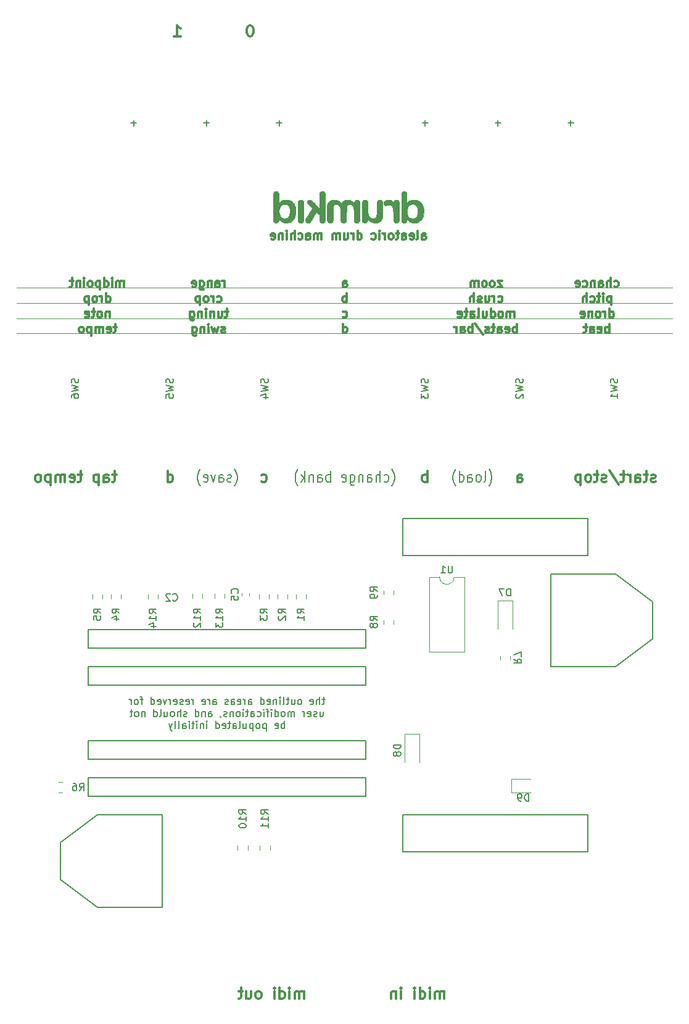
<source format=gbr>
G04 #@! TF.GenerationSoftware,KiCad,Pcbnew,(5.1.5)-3*
G04 #@! TF.CreationDate,2021-09-02T10:53:32+01:00*
G04 #@! TF.ProjectId,drumkid,6472756d-6b69-4642-9e6b-696361645f70,rev?*
G04 #@! TF.SameCoordinates,Original*
G04 #@! TF.FileFunction,Legend,Bot*
G04 #@! TF.FilePolarity,Positive*
%FSLAX46Y46*%
G04 Gerber Fmt 4.6, Leading zero omitted, Abs format (unit mm)*
G04 Created by KiCad (PCBNEW (5.1.5)-3) date 2021-09-02 10:53:32*
%MOMM*%
%LPD*%
G04 APERTURE LIST*
%ADD10C,0.150000*%
%ADD11C,0.300000*%
%ADD12C,0.100000*%
%ADD13C,0.120000*%
%ADD14C,0.010000*%
G04 APERTURE END LIST*
D10*
X97248571Y-127675714D02*
X96867619Y-127675714D01*
X97105714Y-127342380D02*
X97105714Y-128199523D01*
X97058095Y-128294761D01*
X96962857Y-128342380D01*
X96867619Y-128342380D01*
X96534285Y-128342380D02*
X96534285Y-127342380D01*
X96105714Y-128342380D02*
X96105714Y-127818571D01*
X96153333Y-127723333D01*
X96248571Y-127675714D01*
X96391428Y-127675714D01*
X96486666Y-127723333D01*
X96534285Y-127770952D01*
X95248571Y-128294761D02*
X95343809Y-128342380D01*
X95534285Y-128342380D01*
X95629523Y-128294761D01*
X95677142Y-128199523D01*
X95677142Y-127818571D01*
X95629523Y-127723333D01*
X95534285Y-127675714D01*
X95343809Y-127675714D01*
X95248571Y-127723333D01*
X95200952Y-127818571D01*
X95200952Y-127913809D01*
X95677142Y-128009047D01*
X93867619Y-128342380D02*
X93962857Y-128294761D01*
X94010476Y-128247142D01*
X94058095Y-128151904D01*
X94058095Y-127866190D01*
X94010476Y-127770952D01*
X93962857Y-127723333D01*
X93867619Y-127675714D01*
X93724761Y-127675714D01*
X93629523Y-127723333D01*
X93581904Y-127770952D01*
X93534285Y-127866190D01*
X93534285Y-128151904D01*
X93581904Y-128247142D01*
X93629523Y-128294761D01*
X93724761Y-128342380D01*
X93867619Y-128342380D01*
X92677142Y-127675714D02*
X92677142Y-128342380D01*
X93105714Y-127675714D02*
X93105714Y-128199523D01*
X93058095Y-128294761D01*
X92962857Y-128342380D01*
X92820000Y-128342380D01*
X92724761Y-128294761D01*
X92677142Y-128247142D01*
X92343809Y-127675714D02*
X91962857Y-127675714D01*
X92200952Y-127342380D02*
X92200952Y-128199523D01*
X92153333Y-128294761D01*
X92058095Y-128342380D01*
X91962857Y-128342380D01*
X91486666Y-128342380D02*
X91581904Y-128294761D01*
X91629523Y-128199523D01*
X91629523Y-127342380D01*
X91105714Y-128342380D02*
X91105714Y-127675714D01*
X91105714Y-127342380D02*
X91153333Y-127390000D01*
X91105714Y-127437619D01*
X91058095Y-127390000D01*
X91105714Y-127342380D01*
X91105714Y-127437619D01*
X90629523Y-127675714D02*
X90629523Y-128342380D01*
X90629523Y-127770952D02*
X90581904Y-127723333D01*
X90486666Y-127675714D01*
X90343809Y-127675714D01*
X90248571Y-127723333D01*
X90200952Y-127818571D01*
X90200952Y-128342380D01*
X89343809Y-128294761D02*
X89439047Y-128342380D01*
X89629523Y-128342380D01*
X89724761Y-128294761D01*
X89772380Y-128199523D01*
X89772380Y-127818571D01*
X89724761Y-127723333D01*
X89629523Y-127675714D01*
X89439047Y-127675714D01*
X89343809Y-127723333D01*
X89296190Y-127818571D01*
X89296190Y-127913809D01*
X89772380Y-128009047D01*
X88439047Y-128342380D02*
X88439047Y-127342380D01*
X88439047Y-128294761D02*
X88534285Y-128342380D01*
X88724761Y-128342380D01*
X88820000Y-128294761D01*
X88867619Y-128247142D01*
X88915238Y-128151904D01*
X88915238Y-127866190D01*
X88867619Y-127770952D01*
X88820000Y-127723333D01*
X88724761Y-127675714D01*
X88534285Y-127675714D01*
X88439047Y-127723333D01*
X86772380Y-128342380D02*
X86772380Y-127818571D01*
X86820000Y-127723333D01*
X86915238Y-127675714D01*
X87105714Y-127675714D01*
X87200952Y-127723333D01*
X86772380Y-128294761D02*
X86867619Y-128342380D01*
X87105714Y-128342380D01*
X87200952Y-128294761D01*
X87248571Y-128199523D01*
X87248571Y-128104285D01*
X87200952Y-128009047D01*
X87105714Y-127961428D01*
X86867619Y-127961428D01*
X86772380Y-127913809D01*
X86296190Y-128342380D02*
X86296190Y-127675714D01*
X86296190Y-127866190D02*
X86248571Y-127770952D01*
X86200952Y-127723333D01*
X86105714Y-127675714D01*
X86010476Y-127675714D01*
X85296190Y-128294761D02*
X85391428Y-128342380D01*
X85581904Y-128342380D01*
X85677142Y-128294761D01*
X85724761Y-128199523D01*
X85724761Y-127818571D01*
X85677142Y-127723333D01*
X85581904Y-127675714D01*
X85391428Y-127675714D01*
X85296190Y-127723333D01*
X85248571Y-127818571D01*
X85248571Y-127913809D01*
X85724761Y-128009047D01*
X84391428Y-128342380D02*
X84391428Y-127818571D01*
X84439047Y-127723333D01*
X84534285Y-127675714D01*
X84724761Y-127675714D01*
X84820000Y-127723333D01*
X84391428Y-128294761D02*
X84486666Y-128342380D01*
X84724761Y-128342380D01*
X84820000Y-128294761D01*
X84867619Y-128199523D01*
X84867619Y-128104285D01*
X84820000Y-128009047D01*
X84724761Y-127961428D01*
X84486666Y-127961428D01*
X84391428Y-127913809D01*
X83962857Y-128294761D02*
X83867619Y-128342380D01*
X83677142Y-128342380D01*
X83581904Y-128294761D01*
X83534285Y-128199523D01*
X83534285Y-128151904D01*
X83581904Y-128056666D01*
X83677142Y-128009047D01*
X83820000Y-128009047D01*
X83915238Y-127961428D01*
X83962857Y-127866190D01*
X83962857Y-127818571D01*
X83915238Y-127723333D01*
X83820000Y-127675714D01*
X83677142Y-127675714D01*
X83581904Y-127723333D01*
X81915238Y-128342380D02*
X81915238Y-127818571D01*
X81962857Y-127723333D01*
X82058095Y-127675714D01*
X82248571Y-127675714D01*
X82343809Y-127723333D01*
X81915238Y-128294761D02*
X82010476Y-128342380D01*
X82248571Y-128342380D01*
X82343809Y-128294761D01*
X82391428Y-128199523D01*
X82391428Y-128104285D01*
X82343809Y-128009047D01*
X82248571Y-127961428D01*
X82010476Y-127961428D01*
X81915238Y-127913809D01*
X81439047Y-128342380D02*
X81439047Y-127675714D01*
X81439047Y-127866190D02*
X81391428Y-127770952D01*
X81343809Y-127723333D01*
X81248571Y-127675714D01*
X81153333Y-127675714D01*
X80439047Y-128294761D02*
X80534285Y-128342380D01*
X80724761Y-128342380D01*
X80820000Y-128294761D01*
X80867619Y-128199523D01*
X80867619Y-127818571D01*
X80820000Y-127723333D01*
X80724761Y-127675714D01*
X80534285Y-127675714D01*
X80439047Y-127723333D01*
X80391428Y-127818571D01*
X80391428Y-127913809D01*
X80867619Y-128009047D01*
X79200952Y-128342380D02*
X79200952Y-127675714D01*
X79200952Y-127866190D02*
X79153333Y-127770952D01*
X79105714Y-127723333D01*
X79010476Y-127675714D01*
X78915238Y-127675714D01*
X78200952Y-128294761D02*
X78296190Y-128342380D01*
X78486666Y-128342380D01*
X78581904Y-128294761D01*
X78629523Y-128199523D01*
X78629523Y-127818571D01*
X78581904Y-127723333D01*
X78486666Y-127675714D01*
X78296190Y-127675714D01*
X78200952Y-127723333D01*
X78153333Y-127818571D01*
X78153333Y-127913809D01*
X78629523Y-128009047D01*
X77772380Y-128294761D02*
X77677142Y-128342380D01*
X77486666Y-128342380D01*
X77391428Y-128294761D01*
X77343809Y-128199523D01*
X77343809Y-128151904D01*
X77391428Y-128056666D01*
X77486666Y-128009047D01*
X77629523Y-128009047D01*
X77724761Y-127961428D01*
X77772380Y-127866190D01*
X77772380Y-127818571D01*
X77724761Y-127723333D01*
X77629523Y-127675714D01*
X77486666Y-127675714D01*
X77391428Y-127723333D01*
X76534285Y-128294761D02*
X76629523Y-128342380D01*
X76820000Y-128342380D01*
X76915238Y-128294761D01*
X76962857Y-128199523D01*
X76962857Y-127818571D01*
X76915238Y-127723333D01*
X76820000Y-127675714D01*
X76629523Y-127675714D01*
X76534285Y-127723333D01*
X76486666Y-127818571D01*
X76486666Y-127913809D01*
X76962857Y-128009047D01*
X76058095Y-128342380D02*
X76058095Y-127675714D01*
X76058095Y-127866190D02*
X76010476Y-127770952D01*
X75962857Y-127723333D01*
X75867619Y-127675714D01*
X75772380Y-127675714D01*
X75534285Y-127675714D02*
X75296190Y-128342380D01*
X75058095Y-127675714D01*
X74296190Y-128294761D02*
X74391428Y-128342380D01*
X74581904Y-128342380D01*
X74677142Y-128294761D01*
X74724761Y-128199523D01*
X74724761Y-127818571D01*
X74677142Y-127723333D01*
X74581904Y-127675714D01*
X74391428Y-127675714D01*
X74296190Y-127723333D01*
X74248571Y-127818571D01*
X74248571Y-127913809D01*
X74724761Y-128009047D01*
X73391428Y-128342380D02*
X73391428Y-127342380D01*
X73391428Y-128294761D02*
X73486666Y-128342380D01*
X73677142Y-128342380D01*
X73772380Y-128294761D01*
X73820000Y-128247142D01*
X73867619Y-128151904D01*
X73867619Y-127866190D01*
X73820000Y-127770952D01*
X73772380Y-127723333D01*
X73677142Y-127675714D01*
X73486666Y-127675714D01*
X73391428Y-127723333D01*
X72296190Y-127675714D02*
X71915238Y-127675714D01*
X72153333Y-128342380D02*
X72153333Y-127485238D01*
X72105714Y-127390000D01*
X72010476Y-127342380D01*
X71915238Y-127342380D01*
X71439047Y-128342380D02*
X71534285Y-128294761D01*
X71581904Y-128247142D01*
X71629523Y-128151904D01*
X71629523Y-127866190D01*
X71581904Y-127770952D01*
X71534285Y-127723333D01*
X71439047Y-127675714D01*
X71296190Y-127675714D01*
X71200952Y-127723333D01*
X71153333Y-127770952D01*
X71105714Y-127866190D01*
X71105714Y-128151904D01*
X71153333Y-128247142D01*
X71200952Y-128294761D01*
X71296190Y-128342380D01*
X71439047Y-128342380D01*
X70677142Y-128342380D02*
X70677142Y-127675714D01*
X70677142Y-127866190D02*
X70629523Y-127770952D01*
X70581904Y-127723333D01*
X70486666Y-127675714D01*
X70391428Y-127675714D01*
X96581904Y-129325714D02*
X96581904Y-129992380D01*
X97010476Y-129325714D02*
X97010476Y-129849523D01*
X96962857Y-129944761D01*
X96867619Y-129992380D01*
X96724761Y-129992380D01*
X96629523Y-129944761D01*
X96581904Y-129897142D01*
X96153333Y-129944761D02*
X96058095Y-129992380D01*
X95867619Y-129992380D01*
X95772380Y-129944761D01*
X95724761Y-129849523D01*
X95724761Y-129801904D01*
X95772380Y-129706666D01*
X95867619Y-129659047D01*
X96010476Y-129659047D01*
X96105714Y-129611428D01*
X96153333Y-129516190D01*
X96153333Y-129468571D01*
X96105714Y-129373333D01*
X96010476Y-129325714D01*
X95867619Y-129325714D01*
X95772380Y-129373333D01*
X94915238Y-129944761D02*
X95010476Y-129992380D01*
X95200952Y-129992380D01*
X95296190Y-129944761D01*
X95343809Y-129849523D01*
X95343809Y-129468571D01*
X95296190Y-129373333D01*
X95200952Y-129325714D01*
X95010476Y-129325714D01*
X94915238Y-129373333D01*
X94867619Y-129468571D01*
X94867619Y-129563809D01*
X95343809Y-129659047D01*
X94439047Y-129992380D02*
X94439047Y-129325714D01*
X94439047Y-129516190D02*
X94391428Y-129420952D01*
X94343809Y-129373333D01*
X94248571Y-129325714D01*
X94153333Y-129325714D01*
X93058095Y-129992380D02*
X93058095Y-129325714D01*
X93058095Y-129420952D02*
X93010476Y-129373333D01*
X92915238Y-129325714D01*
X92772380Y-129325714D01*
X92677142Y-129373333D01*
X92629523Y-129468571D01*
X92629523Y-129992380D01*
X92629523Y-129468571D02*
X92581904Y-129373333D01*
X92486666Y-129325714D01*
X92343809Y-129325714D01*
X92248571Y-129373333D01*
X92200952Y-129468571D01*
X92200952Y-129992380D01*
X91581904Y-129992380D02*
X91677142Y-129944761D01*
X91724761Y-129897142D01*
X91772380Y-129801904D01*
X91772380Y-129516190D01*
X91724761Y-129420952D01*
X91677142Y-129373333D01*
X91581904Y-129325714D01*
X91439047Y-129325714D01*
X91343809Y-129373333D01*
X91296190Y-129420952D01*
X91248571Y-129516190D01*
X91248571Y-129801904D01*
X91296190Y-129897142D01*
X91343809Y-129944761D01*
X91439047Y-129992380D01*
X91581904Y-129992380D01*
X90391428Y-129992380D02*
X90391428Y-128992380D01*
X90391428Y-129944761D02*
X90486666Y-129992380D01*
X90677142Y-129992380D01*
X90772380Y-129944761D01*
X90820000Y-129897142D01*
X90867619Y-129801904D01*
X90867619Y-129516190D01*
X90820000Y-129420952D01*
X90772380Y-129373333D01*
X90677142Y-129325714D01*
X90486666Y-129325714D01*
X90391428Y-129373333D01*
X89915238Y-129992380D02*
X89915238Y-129325714D01*
X89915238Y-128992380D02*
X89962857Y-129040000D01*
X89915238Y-129087619D01*
X89867619Y-129040000D01*
X89915238Y-128992380D01*
X89915238Y-129087619D01*
X89581904Y-129325714D02*
X89200952Y-129325714D01*
X89439047Y-129992380D02*
X89439047Y-129135238D01*
X89391428Y-129040000D01*
X89296190Y-128992380D01*
X89200952Y-128992380D01*
X88867619Y-129992380D02*
X88867619Y-129325714D01*
X88867619Y-128992380D02*
X88915238Y-129040000D01*
X88867619Y-129087619D01*
X88820000Y-129040000D01*
X88867619Y-128992380D01*
X88867619Y-129087619D01*
X87962857Y-129944761D02*
X88058095Y-129992380D01*
X88248571Y-129992380D01*
X88343809Y-129944761D01*
X88391428Y-129897142D01*
X88439047Y-129801904D01*
X88439047Y-129516190D01*
X88391428Y-129420952D01*
X88343809Y-129373333D01*
X88248571Y-129325714D01*
X88058095Y-129325714D01*
X87962857Y-129373333D01*
X87105714Y-129992380D02*
X87105714Y-129468571D01*
X87153333Y-129373333D01*
X87248571Y-129325714D01*
X87439047Y-129325714D01*
X87534285Y-129373333D01*
X87105714Y-129944761D02*
X87200952Y-129992380D01*
X87439047Y-129992380D01*
X87534285Y-129944761D01*
X87581904Y-129849523D01*
X87581904Y-129754285D01*
X87534285Y-129659047D01*
X87439047Y-129611428D01*
X87200952Y-129611428D01*
X87105714Y-129563809D01*
X86772380Y-129325714D02*
X86391428Y-129325714D01*
X86629523Y-128992380D02*
X86629523Y-129849523D01*
X86581904Y-129944761D01*
X86486666Y-129992380D01*
X86391428Y-129992380D01*
X86058095Y-129992380D02*
X86058095Y-129325714D01*
X86058095Y-128992380D02*
X86105714Y-129040000D01*
X86058095Y-129087619D01*
X86010476Y-129040000D01*
X86058095Y-128992380D01*
X86058095Y-129087619D01*
X85439047Y-129992380D02*
X85534285Y-129944761D01*
X85581904Y-129897142D01*
X85629523Y-129801904D01*
X85629523Y-129516190D01*
X85581904Y-129420952D01*
X85534285Y-129373333D01*
X85439047Y-129325714D01*
X85296190Y-129325714D01*
X85200952Y-129373333D01*
X85153333Y-129420952D01*
X85105714Y-129516190D01*
X85105714Y-129801904D01*
X85153333Y-129897142D01*
X85200952Y-129944761D01*
X85296190Y-129992380D01*
X85439047Y-129992380D01*
X84677142Y-129325714D02*
X84677142Y-129992380D01*
X84677142Y-129420952D02*
X84629523Y-129373333D01*
X84534285Y-129325714D01*
X84391428Y-129325714D01*
X84296190Y-129373333D01*
X84248571Y-129468571D01*
X84248571Y-129992380D01*
X83820000Y-129944761D02*
X83724761Y-129992380D01*
X83534285Y-129992380D01*
X83439047Y-129944761D01*
X83391428Y-129849523D01*
X83391428Y-129801904D01*
X83439047Y-129706666D01*
X83534285Y-129659047D01*
X83677142Y-129659047D01*
X83772380Y-129611428D01*
X83820000Y-129516190D01*
X83820000Y-129468571D01*
X83772380Y-129373333D01*
X83677142Y-129325714D01*
X83534285Y-129325714D01*
X83439047Y-129373333D01*
X82915238Y-129944761D02*
X82915238Y-129992380D01*
X82962857Y-130087619D01*
X83010476Y-130135238D01*
X81296190Y-129992380D02*
X81296190Y-129468571D01*
X81343809Y-129373333D01*
X81439047Y-129325714D01*
X81629523Y-129325714D01*
X81724761Y-129373333D01*
X81296190Y-129944761D02*
X81391428Y-129992380D01*
X81629523Y-129992380D01*
X81724761Y-129944761D01*
X81772380Y-129849523D01*
X81772380Y-129754285D01*
X81724761Y-129659047D01*
X81629523Y-129611428D01*
X81391428Y-129611428D01*
X81296190Y-129563809D01*
X80820000Y-129325714D02*
X80820000Y-129992380D01*
X80820000Y-129420952D02*
X80772380Y-129373333D01*
X80677142Y-129325714D01*
X80534285Y-129325714D01*
X80439047Y-129373333D01*
X80391428Y-129468571D01*
X80391428Y-129992380D01*
X79486666Y-129992380D02*
X79486666Y-128992380D01*
X79486666Y-129944761D02*
X79581904Y-129992380D01*
X79772380Y-129992380D01*
X79867619Y-129944761D01*
X79915238Y-129897142D01*
X79962857Y-129801904D01*
X79962857Y-129516190D01*
X79915238Y-129420952D01*
X79867619Y-129373333D01*
X79772380Y-129325714D01*
X79581904Y-129325714D01*
X79486666Y-129373333D01*
X78296190Y-129944761D02*
X78200952Y-129992380D01*
X78010476Y-129992380D01*
X77915238Y-129944761D01*
X77867619Y-129849523D01*
X77867619Y-129801904D01*
X77915238Y-129706666D01*
X78010476Y-129659047D01*
X78153333Y-129659047D01*
X78248571Y-129611428D01*
X78296190Y-129516190D01*
X78296190Y-129468571D01*
X78248571Y-129373333D01*
X78153333Y-129325714D01*
X78010476Y-129325714D01*
X77915238Y-129373333D01*
X77439047Y-129992380D02*
X77439047Y-128992380D01*
X77010476Y-129992380D02*
X77010476Y-129468571D01*
X77058095Y-129373333D01*
X77153333Y-129325714D01*
X77296190Y-129325714D01*
X77391428Y-129373333D01*
X77439047Y-129420952D01*
X76391428Y-129992380D02*
X76486666Y-129944761D01*
X76534285Y-129897142D01*
X76581904Y-129801904D01*
X76581904Y-129516190D01*
X76534285Y-129420952D01*
X76486666Y-129373333D01*
X76391428Y-129325714D01*
X76248571Y-129325714D01*
X76153333Y-129373333D01*
X76105714Y-129420952D01*
X76058095Y-129516190D01*
X76058095Y-129801904D01*
X76105714Y-129897142D01*
X76153333Y-129944761D01*
X76248571Y-129992380D01*
X76391428Y-129992380D01*
X75200952Y-129325714D02*
X75200952Y-129992380D01*
X75629523Y-129325714D02*
X75629523Y-129849523D01*
X75581904Y-129944761D01*
X75486666Y-129992380D01*
X75343809Y-129992380D01*
X75248571Y-129944761D01*
X75200952Y-129897142D01*
X74581904Y-129992380D02*
X74677142Y-129944761D01*
X74724761Y-129849523D01*
X74724761Y-128992380D01*
X73772380Y-129992380D02*
X73772380Y-128992380D01*
X73772380Y-129944761D02*
X73867619Y-129992380D01*
X74058095Y-129992380D01*
X74153333Y-129944761D01*
X74200952Y-129897142D01*
X74248571Y-129801904D01*
X74248571Y-129516190D01*
X74200952Y-129420952D01*
X74153333Y-129373333D01*
X74058095Y-129325714D01*
X73867619Y-129325714D01*
X73772380Y-129373333D01*
X72534285Y-129325714D02*
X72534285Y-129992380D01*
X72534285Y-129420952D02*
X72486666Y-129373333D01*
X72391428Y-129325714D01*
X72248571Y-129325714D01*
X72153333Y-129373333D01*
X72105714Y-129468571D01*
X72105714Y-129992380D01*
X71486666Y-129992380D02*
X71581904Y-129944761D01*
X71629523Y-129897142D01*
X71677142Y-129801904D01*
X71677142Y-129516190D01*
X71629523Y-129420952D01*
X71581904Y-129373333D01*
X71486666Y-129325714D01*
X71343809Y-129325714D01*
X71248571Y-129373333D01*
X71200952Y-129420952D01*
X71153333Y-129516190D01*
X71153333Y-129801904D01*
X71200952Y-129897142D01*
X71248571Y-129944761D01*
X71343809Y-129992380D01*
X71486666Y-129992380D01*
X70867619Y-129325714D02*
X70486666Y-129325714D01*
X70724761Y-128992380D02*
X70724761Y-129849523D01*
X70677142Y-129944761D01*
X70581904Y-129992380D01*
X70486666Y-129992380D01*
X91724761Y-131642380D02*
X91724761Y-130642380D01*
X91724761Y-131023333D02*
X91629523Y-130975714D01*
X91439047Y-130975714D01*
X91343809Y-131023333D01*
X91296190Y-131070952D01*
X91248571Y-131166190D01*
X91248571Y-131451904D01*
X91296190Y-131547142D01*
X91343809Y-131594761D01*
X91439047Y-131642380D01*
X91629523Y-131642380D01*
X91724761Y-131594761D01*
X90439047Y-131594761D02*
X90534285Y-131642380D01*
X90724761Y-131642380D01*
X90820000Y-131594761D01*
X90867619Y-131499523D01*
X90867619Y-131118571D01*
X90820000Y-131023333D01*
X90724761Y-130975714D01*
X90534285Y-130975714D01*
X90439047Y-131023333D01*
X90391428Y-131118571D01*
X90391428Y-131213809D01*
X90867619Y-131309047D01*
X89200952Y-130975714D02*
X89200952Y-131975714D01*
X89200952Y-131023333D02*
X89105714Y-130975714D01*
X88915238Y-130975714D01*
X88820000Y-131023333D01*
X88772380Y-131070952D01*
X88724761Y-131166190D01*
X88724761Y-131451904D01*
X88772380Y-131547142D01*
X88820000Y-131594761D01*
X88915238Y-131642380D01*
X89105714Y-131642380D01*
X89200952Y-131594761D01*
X88153333Y-131642380D02*
X88248571Y-131594761D01*
X88296190Y-131547142D01*
X88343809Y-131451904D01*
X88343809Y-131166190D01*
X88296190Y-131070952D01*
X88248571Y-131023333D01*
X88153333Y-130975714D01*
X88010476Y-130975714D01*
X87915238Y-131023333D01*
X87867619Y-131070952D01*
X87820000Y-131166190D01*
X87820000Y-131451904D01*
X87867619Y-131547142D01*
X87915238Y-131594761D01*
X88010476Y-131642380D01*
X88153333Y-131642380D01*
X87391428Y-130975714D02*
X87391428Y-131975714D01*
X87391428Y-131023333D02*
X87296190Y-130975714D01*
X87105714Y-130975714D01*
X87010476Y-131023333D01*
X86962857Y-131070952D01*
X86915238Y-131166190D01*
X86915238Y-131451904D01*
X86962857Y-131547142D01*
X87010476Y-131594761D01*
X87105714Y-131642380D01*
X87296190Y-131642380D01*
X87391428Y-131594761D01*
X86058095Y-130975714D02*
X86058095Y-131642380D01*
X86486666Y-130975714D02*
X86486666Y-131499523D01*
X86439047Y-131594761D01*
X86343809Y-131642380D01*
X86200952Y-131642380D01*
X86105714Y-131594761D01*
X86058095Y-131547142D01*
X85439047Y-131642380D02*
X85534285Y-131594761D01*
X85581904Y-131499523D01*
X85581904Y-130642380D01*
X84629523Y-131642380D02*
X84629523Y-131118571D01*
X84677142Y-131023333D01*
X84772380Y-130975714D01*
X84962857Y-130975714D01*
X85058095Y-131023333D01*
X84629523Y-131594761D02*
X84724761Y-131642380D01*
X84962857Y-131642380D01*
X85058095Y-131594761D01*
X85105714Y-131499523D01*
X85105714Y-131404285D01*
X85058095Y-131309047D01*
X84962857Y-131261428D01*
X84724761Y-131261428D01*
X84629523Y-131213809D01*
X84296190Y-130975714D02*
X83915238Y-130975714D01*
X84153333Y-130642380D02*
X84153333Y-131499523D01*
X84105714Y-131594761D01*
X84010476Y-131642380D01*
X83915238Y-131642380D01*
X83200952Y-131594761D02*
X83296190Y-131642380D01*
X83486666Y-131642380D01*
X83581904Y-131594761D01*
X83629523Y-131499523D01*
X83629523Y-131118571D01*
X83581904Y-131023333D01*
X83486666Y-130975714D01*
X83296190Y-130975714D01*
X83200952Y-131023333D01*
X83153333Y-131118571D01*
X83153333Y-131213809D01*
X83629523Y-131309047D01*
X82296190Y-131642380D02*
X82296190Y-130642380D01*
X82296190Y-131594761D02*
X82391428Y-131642380D01*
X82581904Y-131642380D01*
X82677142Y-131594761D01*
X82724761Y-131547142D01*
X82772380Y-131451904D01*
X82772380Y-131166190D01*
X82724761Y-131070952D01*
X82677142Y-131023333D01*
X82581904Y-130975714D01*
X82391428Y-130975714D01*
X82296190Y-131023333D01*
X81058095Y-131642380D02*
X81058095Y-130975714D01*
X81058095Y-130642380D02*
X81105714Y-130690000D01*
X81058095Y-130737619D01*
X81010476Y-130690000D01*
X81058095Y-130642380D01*
X81058095Y-130737619D01*
X80581904Y-130975714D02*
X80581904Y-131642380D01*
X80581904Y-131070952D02*
X80534285Y-131023333D01*
X80439047Y-130975714D01*
X80296190Y-130975714D01*
X80200952Y-131023333D01*
X80153333Y-131118571D01*
X80153333Y-131642380D01*
X79677142Y-131642380D02*
X79677142Y-130975714D01*
X79677142Y-130642380D02*
X79724761Y-130690000D01*
X79677142Y-130737619D01*
X79629523Y-130690000D01*
X79677142Y-130642380D01*
X79677142Y-130737619D01*
X79343809Y-130975714D02*
X78962857Y-130975714D01*
X79200952Y-130642380D02*
X79200952Y-131499523D01*
X79153333Y-131594761D01*
X79058095Y-131642380D01*
X78962857Y-131642380D01*
X78629523Y-131642380D02*
X78629523Y-130975714D01*
X78629523Y-130642380D02*
X78677142Y-130690000D01*
X78629523Y-130737619D01*
X78581904Y-130690000D01*
X78629523Y-130642380D01*
X78629523Y-130737619D01*
X77724761Y-131642380D02*
X77724761Y-131118571D01*
X77772380Y-131023333D01*
X77867619Y-130975714D01*
X78058095Y-130975714D01*
X78153333Y-131023333D01*
X77724761Y-131594761D02*
X77820000Y-131642380D01*
X78058095Y-131642380D01*
X78153333Y-131594761D01*
X78200952Y-131499523D01*
X78200952Y-131404285D01*
X78153333Y-131309047D01*
X78058095Y-131261428D01*
X77820000Y-131261428D01*
X77724761Y-131213809D01*
X77105714Y-131642380D02*
X77200952Y-131594761D01*
X77248571Y-131499523D01*
X77248571Y-130642380D01*
X76581904Y-131642380D02*
X76677142Y-131594761D01*
X76724761Y-131499523D01*
X76724761Y-130642380D01*
X76296190Y-130975714D02*
X76058095Y-131642380D01*
X75820000Y-130975714D02*
X76058095Y-131642380D01*
X76153333Y-131880476D01*
X76200952Y-131928095D01*
X76296190Y-131975714D01*
X107950000Y-102870000D02*
X133350000Y-102870000D01*
X107950000Y-107950000D02*
X107950000Y-102870000D01*
X133350000Y-107950000D02*
X107950000Y-107950000D01*
X133350000Y-102870000D02*
X133350000Y-107950000D01*
X107950000Y-143510000D02*
X133350000Y-143510000D01*
X107950000Y-148590000D02*
X107950000Y-143510000D01*
X133350000Y-148590000D02*
X107950000Y-148590000D01*
X133350000Y-143510000D02*
X133350000Y-148590000D01*
X128270000Y-110490000D02*
X128270000Y-123190000D01*
X137160000Y-110490000D02*
X128270000Y-110490000D01*
X142240000Y-114300000D02*
X137160000Y-110490000D01*
X142240000Y-119380000D02*
X142240000Y-114300000D01*
X137160000Y-123190000D02*
X142240000Y-119380000D01*
X128270000Y-123190000D02*
X137160000Y-123190000D01*
X74930000Y-143510000D02*
X74930000Y-156210000D01*
X66040000Y-143510000D02*
X74930000Y-143510000D01*
X60960000Y-147320000D02*
X66040000Y-143510000D01*
X60960000Y-152400000D02*
X60960000Y-147320000D01*
X66040000Y-156210000D02*
X60960000Y-152400000D01*
X74930000Y-156210000D02*
X66040000Y-156210000D01*
X64770000Y-123190000D02*
X102870000Y-123190000D01*
X64770000Y-125730000D02*
X64770000Y-123190000D01*
X102870000Y-125730000D02*
X64770000Y-125730000D01*
X102870000Y-123190000D02*
X102870000Y-125730000D01*
X64770000Y-118110000D02*
X102870000Y-118110000D01*
X64770000Y-120650000D02*
X64770000Y-118110000D01*
X102870000Y-120650000D02*
X64770000Y-120650000D01*
X102870000Y-118110000D02*
X102870000Y-120650000D01*
X64770000Y-138430000D02*
X102870000Y-138430000D01*
X64770000Y-140970000D02*
X64770000Y-138430000D01*
X102870000Y-140970000D02*
X64770000Y-140970000D01*
X102870000Y-138430000D02*
X102870000Y-140970000D01*
X102870000Y-135890000D02*
X102870000Y-133350000D01*
X64770000Y-135890000D02*
X102870000Y-135890000D01*
X64770000Y-133350000D02*
X64770000Y-135890000D01*
X102870000Y-133350000D02*
X64770000Y-133350000D01*
X110619047Y-48571428D02*
X111380952Y-48571428D01*
X111000000Y-48952380D02*
X111000000Y-48190476D01*
X130619047Y-48571428D02*
X131380952Y-48571428D01*
X131000000Y-48952380D02*
X131000000Y-48190476D01*
X90619047Y-48571428D02*
X91380952Y-48571428D01*
X91000000Y-48952380D02*
X91000000Y-48190476D01*
X80619047Y-48571428D02*
X81380952Y-48571428D01*
X81000000Y-48952380D02*
X81000000Y-48190476D01*
X120619047Y-48571428D02*
X121380952Y-48571428D01*
X121000000Y-48952380D02*
X121000000Y-48190476D01*
X70619047Y-48571428D02*
X71380952Y-48571428D01*
X71000000Y-48952380D02*
X71000000Y-48190476D01*
D11*
X142660000Y-97727142D02*
X142517142Y-97798571D01*
X142231428Y-97798571D01*
X142088571Y-97727142D01*
X142017142Y-97584285D01*
X142017142Y-97512857D01*
X142088571Y-97370000D01*
X142231428Y-97298571D01*
X142445714Y-97298571D01*
X142588571Y-97227142D01*
X142660000Y-97084285D01*
X142660000Y-97012857D01*
X142588571Y-96870000D01*
X142445714Y-96798571D01*
X142231428Y-96798571D01*
X142088571Y-96870000D01*
X141588571Y-96798571D02*
X141017142Y-96798571D01*
X141374285Y-96298571D02*
X141374285Y-97584285D01*
X141302857Y-97727142D01*
X141160000Y-97798571D01*
X141017142Y-97798571D01*
X139874285Y-97798571D02*
X139874285Y-97012857D01*
X139945714Y-96870000D01*
X140088571Y-96798571D01*
X140374285Y-96798571D01*
X140517142Y-96870000D01*
X139874285Y-97727142D02*
X140017142Y-97798571D01*
X140374285Y-97798571D01*
X140517142Y-97727142D01*
X140588571Y-97584285D01*
X140588571Y-97441428D01*
X140517142Y-97298571D01*
X140374285Y-97227142D01*
X140017142Y-97227142D01*
X139874285Y-97155714D01*
X139160000Y-97798571D02*
X139160000Y-96798571D01*
X139160000Y-97084285D02*
X139088571Y-96941428D01*
X139017142Y-96870000D01*
X138874285Y-96798571D01*
X138731428Y-96798571D01*
X138445714Y-96798571D02*
X137874285Y-96798571D01*
X138231428Y-96298571D02*
X138231428Y-97584285D01*
X138160000Y-97727142D01*
X138017142Y-97798571D01*
X137874285Y-97798571D01*
X136302857Y-96227142D02*
X137588571Y-98155714D01*
X135874285Y-97727142D02*
X135731428Y-97798571D01*
X135445714Y-97798571D01*
X135302857Y-97727142D01*
X135231428Y-97584285D01*
X135231428Y-97512857D01*
X135302857Y-97370000D01*
X135445714Y-97298571D01*
X135660000Y-97298571D01*
X135802857Y-97227142D01*
X135874285Y-97084285D01*
X135874285Y-97012857D01*
X135802857Y-96870000D01*
X135660000Y-96798571D01*
X135445714Y-96798571D01*
X135302857Y-96870000D01*
X134802857Y-96798571D02*
X134231428Y-96798571D01*
X134588571Y-96298571D02*
X134588571Y-97584285D01*
X134517142Y-97727142D01*
X134374285Y-97798571D01*
X134231428Y-97798571D01*
X133517142Y-97798571D02*
X133660000Y-97727142D01*
X133731428Y-97655714D01*
X133802857Y-97512857D01*
X133802857Y-97084285D01*
X133731428Y-96941428D01*
X133660000Y-96870000D01*
X133517142Y-96798571D01*
X133302857Y-96798571D01*
X133160000Y-96870000D01*
X133088571Y-96941428D01*
X133017142Y-97084285D01*
X133017142Y-97512857D01*
X133088571Y-97655714D01*
X133160000Y-97727142D01*
X133302857Y-97798571D01*
X133517142Y-97798571D01*
X132374285Y-96798571D02*
X132374285Y-98298571D01*
X132374285Y-96870000D02*
X132231428Y-96798571D01*
X131945714Y-96798571D01*
X131802857Y-96870000D01*
X131731428Y-96941428D01*
X131660000Y-97084285D01*
X131660000Y-97512857D01*
X131731428Y-97655714D01*
X131802857Y-97727142D01*
X131945714Y-97798571D01*
X132231428Y-97798571D01*
X132374285Y-97727142D01*
D10*
X106438095Y-98370000D02*
X106500000Y-98298571D01*
X106623809Y-98084285D01*
X106685714Y-97941428D01*
X106747619Y-97727142D01*
X106809523Y-97370000D01*
X106809523Y-97084285D01*
X106747619Y-96727142D01*
X106685714Y-96512857D01*
X106623809Y-96370000D01*
X106500000Y-96155714D01*
X106438095Y-96084285D01*
X105385714Y-97727142D02*
X105509523Y-97798571D01*
X105757142Y-97798571D01*
X105880952Y-97727142D01*
X105942857Y-97655714D01*
X106004761Y-97512857D01*
X106004761Y-97084285D01*
X105942857Y-96941428D01*
X105880952Y-96870000D01*
X105757142Y-96798571D01*
X105509523Y-96798571D01*
X105385714Y-96870000D01*
X104828571Y-97798571D02*
X104828571Y-96298571D01*
X104271428Y-97798571D02*
X104271428Y-97012857D01*
X104333333Y-96870000D01*
X104457142Y-96798571D01*
X104642857Y-96798571D01*
X104766666Y-96870000D01*
X104828571Y-96941428D01*
X103095238Y-97798571D02*
X103095238Y-97012857D01*
X103157142Y-96870000D01*
X103280952Y-96798571D01*
X103528571Y-96798571D01*
X103652380Y-96870000D01*
X103095238Y-97727142D02*
X103219047Y-97798571D01*
X103528571Y-97798571D01*
X103652380Y-97727142D01*
X103714285Y-97584285D01*
X103714285Y-97441428D01*
X103652380Y-97298571D01*
X103528571Y-97227142D01*
X103219047Y-97227142D01*
X103095238Y-97155714D01*
X102476190Y-96798571D02*
X102476190Y-97798571D01*
X102476190Y-96941428D02*
X102414285Y-96870000D01*
X102290476Y-96798571D01*
X102104761Y-96798571D01*
X101980952Y-96870000D01*
X101919047Y-97012857D01*
X101919047Y-97798571D01*
X100742857Y-96798571D02*
X100742857Y-98012857D01*
X100804761Y-98155714D01*
X100866666Y-98227142D01*
X100990476Y-98298571D01*
X101176190Y-98298571D01*
X101300000Y-98227142D01*
X100742857Y-97727142D02*
X100866666Y-97798571D01*
X101114285Y-97798571D01*
X101238095Y-97727142D01*
X101300000Y-97655714D01*
X101361904Y-97512857D01*
X101361904Y-97084285D01*
X101300000Y-96941428D01*
X101238095Y-96870000D01*
X101114285Y-96798571D01*
X100866666Y-96798571D01*
X100742857Y-96870000D01*
X99628571Y-97727142D02*
X99752380Y-97798571D01*
X100000000Y-97798571D01*
X100123809Y-97727142D01*
X100185714Y-97584285D01*
X100185714Y-97012857D01*
X100123809Y-96870000D01*
X100000000Y-96798571D01*
X99752380Y-96798571D01*
X99628571Y-96870000D01*
X99566666Y-97012857D01*
X99566666Y-97155714D01*
X100185714Y-97298571D01*
X98019047Y-97798571D02*
X98019047Y-96298571D01*
X98019047Y-96870000D02*
X97895238Y-96798571D01*
X97647619Y-96798571D01*
X97523809Y-96870000D01*
X97461904Y-96941428D01*
X97400000Y-97084285D01*
X97400000Y-97512857D01*
X97461904Y-97655714D01*
X97523809Y-97727142D01*
X97647619Y-97798571D01*
X97895238Y-97798571D01*
X98019047Y-97727142D01*
X96285714Y-97798571D02*
X96285714Y-97012857D01*
X96347619Y-96870000D01*
X96471428Y-96798571D01*
X96719047Y-96798571D01*
X96842857Y-96870000D01*
X96285714Y-97727142D02*
X96409523Y-97798571D01*
X96719047Y-97798571D01*
X96842857Y-97727142D01*
X96904761Y-97584285D01*
X96904761Y-97441428D01*
X96842857Y-97298571D01*
X96719047Y-97227142D01*
X96409523Y-97227142D01*
X96285714Y-97155714D01*
X95666666Y-96798571D02*
X95666666Y-97798571D01*
X95666666Y-96941428D02*
X95604761Y-96870000D01*
X95480952Y-96798571D01*
X95295238Y-96798571D01*
X95171428Y-96870000D01*
X95109523Y-97012857D01*
X95109523Y-97798571D01*
X94490476Y-97798571D02*
X94490476Y-96298571D01*
X94366666Y-97227142D02*
X93995238Y-97798571D01*
X93995238Y-96798571D02*
X94490476Y-97370000D01*
X93561904Y-98370000D02*
X93500000Y-98298571D01*
X93376190Y-98084285D01*
X93314285Y-97941428D01*
X93252380Y-97727142D01*
X93190476Y-97370000D01*
X93190476Y-97084285D01*
X93252380Y-96727142D01*
X93314285Y-96512857D01*
X93376190Y-96370000D01*
X93500000Y-96155714D01*
X93561904Y-96084285D01*
X84852380Y-98370000D02*
X84914285Y-98298571D01*
X85038095Y-98084285D01*
X85100000Y-97941428D01*
X85161904Y-97727142D01*
X85223809Y-97370000D01*
X85223809Y-97084285D01*
X85161904Y-96727142D01*
X85100000Y-96512857D01*
X85038095Y-96370000D01*
X84914285Y-96155714D01*
X84852380Y-96084285D01*
X84419047Y-97727142D02*
X84295238Y-97798571D01*
X84047619Y-97798571D01*
X83923809Y-97727142D01*
X83861904Y-97584285D01*
X83861904Y-97512857D01*
X83923809Y-97370000D01*
X84047619Y-97298571D01*
X84233333Y-97298571D01*
X84357142Y-97227142D01*
X84419047Y-97084285D01*
X84419047Y-97012857D01*
X84357142Y-96870000D01*
X84233333Y-96798571D01*
X84047619Y-96798571D01*
X83923809Y-96870000D01*
X82747619Y-97798571D02*
X82747619Y-97012857D01*
X82809523Y-96870000D01*
X82933333Y-96798571D01*
X83180952Y-96798571D01*
X83304761Y-96870000D01*
X82747619Y-97727142D02*
X82871428Y-97798571D01*
X83180952Y-97798571D01*
X83304761Y-97727142D01*
X83366666Y-97584285D01*
X83366666Y-97441428D01*
X83304761Y-97298571D01*
X83180952Y-97227142D01*
X82871428Y-97227142D01*
X82747619Y-97155714D01*
X82252380Y-96798571D02*
X81942857Y-97798571D01*
X81633333Y-96798571D01*
X80642857Y-97727142D02*
X80766666Y-97798571D01*
X81014285Y-97798571D01*
X81138095Y-97727142D01*
X81200000Y-97584285D01*
X81200000Y-97012857D01*
X81138095Y-96870000D01*
X81014285Y-96798571D01*
X80766666Y-96798571D01*
X80642857Y-96870000D01*
X80580952Y-97012857D01*
X80580952Y-97155714D01*
X81200000Y-97298571D01*
X80147619Y-98370000D02*
X80085714Y-98298571D01*
X79961904Y-98084285D01*
X79900000Y-97941428D01*
X79838095Y-97727142D01*
X79776190Y-97370000D01*
X79776190Y-97084285D01*
X79838095Y-96727142D01*
X79900000Y-96512857D01*
X79961904Y-96370000D01*
X80085714Y-96155714D01*
X80147619Y-96084285D01*
X119790476Y-98370000D02*
X119852380Y-98298571D01*
X119976190Y-98084285D01*
X120038095Y-97941428D01*
X120100000Y-97727142D01*
X120161904Y-97370000D01*
X120161904Y-97084285D01*
X120100000Y-96727142D01*
X120038095Y-96512857D01*
X119976190Y-96370000D01*
X119852380Y-96155714D01*
X119790476Y-96084285D01*
X119109523Y-97798571D02*
X119233333Y-97727142D01*
X119295238Y-97584285D01*
X119295238Y-96298571D01*
X118428571Y-97798571D02*
X118552380Y-97727142D01*
X118614285Y-97655714D01*
X118676190Y-97512857D01*
X118676190Y-97084285D01*
X118614285Y-96941428D01*
X118552380Y-96870000D01*
X118428571Y-96798571D01*
X118242857Y-96798571D01*
X118119047Y-96870000D01*
X118057142Y-96941428D01*
X117995238Y-97084285D01*
X117995238Y-97512857D01*
X118057142Y-97655714D01*
X118119047Y-97727142D01*
X118242857Y-97798571D01*
X118428571Y-97798571D01*
X116880952Y-97798571D02*
X116880952Y-97012857D01*
X116942857Y-96870000D01*
X117066666Y-96798571D01*
X117314285Y-96798571D01*
X117438095Y-96870000D01*
X116880952Y-97727142D02*
X117004761Y-97798571D01*
X117314285Y-97798571D01*
X117438095Y-97727142D01*
X117500000Y-97584285D01*
X117500000Y-97441428D01*
X117438095Y-97298571D01*
X117314285Y-97227142D01*
X117004761Y-97227142D01*
X116880952Y-97155714D01*
X115704761Y-97798571D02*
X115704761Y-96298571D01*
X115704761Y-97727142D02*
X115828571Y-97798571D01*
X116076190Y-97798571D01*
X116200000Y-97727142D01*
X116261904Y-97655714D01*
X116323809Y-97512857D01*
X116323809Y-97084285D01*
X116261904Y-96941428D01*
X116200000Y-96870000D01*
X116076190Y-96798571D01*
X115828571Y-96798571D01*
X115704761Y-96870000D01*
X115209523Y-98370000D02*
X115147619Y-98298571D01*
X115023809Y-98084285D01*
X114961904Y-97941428D01*
X114900000Y-97727142D01*
X114838095Y-97370000D01*
X114838095Y-97084285D01*
X114900000Y-96727142D01*
X114961904Y-96512857D01*
X115023809Y-96370000D01*
X115147619Y-96155714D01*
X115209523Y-96084285D01*
D11*
X99742857Y-71052857D02*
X99742857Y-70424285D01*
X99800000Y-70310000D01*
X99914285Y-70252857D01*
X100142857Y-70252857D01*
X100257142Y-70310000D01*
X99742857Y-70995714D02*
X99857142Y-71052857D01*
X100142857Y-71052857D01*
X100257142Y-70995714D01*
X100314285Y-70881428D01*
X100314285Y-70767142D01*
X100257142Y-70652857D01*
X100142857Y-70595714D01*
X99857142Y-70595714D01*
X99742857Y-70538571D01*
X100257142Y-73152857D02*
X100257142Y-71952857D01*
X100257142Y-72410000D02*
X100142857Y-72352857D01*
X99914285Y-72352857D01*
X99800000Y-72410000D01*
X99742857Y-72467142D01*
X99685714Y-72581428D01*
X99685714Y-72924285D01*
X99742857Y-73038571D01*
X99800000Y-73095714D01*
X99914285Y-73152857D01*
X100142857Y-73152857D01*
X100257142Y-73095714D01*
X99714285Y-75195714D02*
X99828571Y-75252857D01*
X100057142Y-75252857D01*
X100171428Y-75195714D01*
X100228571Y-75138571D01*
X100285714Y-75024285D01*
X100285714Y-74681428D01*
X100228571Y-74567142D01*
X100171428Y-74510000D01*
X100057142Y-74452857D01*
X99828571Y-74452857D01*
X99714285Y-74510000D01*
X99742857Y-77352857D02*
X99742857Y-76152857D01*
X99742857Y-77295714D02*
X99857142Y-77352857D01*
X100085714Y-77352857D01*
X100200000Y-77295714D01*
X100257142Y-77238571D01*
X100314285Y-77124285D01*
X100314285Y-76781428D01*
X100257142Y-76667142D01*
X100200000Y-76610000D01*
X100085714Y-76552857D01*
X99857142Y-76552857D01*
X99742857Y-76610000D01*
D12*
X144932400Y-77470000D02*
X54991000Y-77470000D01*
X144932400Y-75387200D02*
X54991000Y-75387200D01*
X144932400Y-71170800D02*
X54991000Y-71170800D01*
X144932400Y-73279000D02*
X54965600Y-73279000D01*
D11*
X69640000Y-71052857D02*
X69640000Y-70252857D01*
X69640000Y-70367142D02*
X69582857Y-70310000D01*
X69468571Y-70252857D01*
X69297142Y-70252857D01*
X69182857Y-70310000D01*
X69125714Y-70424285D01*
X69125714Y-71052857D01*
X69125714Y-70424285D02*
X69068571Y-70310000D01*
X68954285Y-70252857D01*
X68782857Y-70252857D01*
X68668571Y-70310000D01*
X68611428Y-70424285D01*
X68611428Y-71052857D01*
X68040000Y-71052857D02*
X68040000Y-70252857D01*
X68040000Y-69852857D02*
X68097142Y-69910000D01*
X68040000Y-69967142D01*
X67982857Y-69910000D01*
X68040000Y-69852857D01*
X68040000Y-69967142D01*
X66954285Y-71052857D02*
X66954285Y-69852857D01*
X66954285Y-70995714D02*
X67068571Y-71052857D01*
X67297142Y-71052857D01*
X67411428Y-70995714D01*
X67468571Y-70938571D01*
X67525714Y-70824285D01*
X67525714Y-70481428D01*
X67468571Y-70367142D01*
X67411428Y-70310000D01*
X67297142Y-70252857D01*
X67068571Y-70252857D01*
X66954285Y-70310000D01*
X66382857Y-70252857D02*
X66382857Y-71452857D01*
X66382857Y-70310000D02*
X66268571Y-70252857D01*
X66040000Y-70252857D01*
X65925714Y-70310000D01*
X65868571Y-70367142D01*
X65811428Y-70481428D01*
X65811428Y-70824285D01*
X65868571Y-70938571D01*
X65925714Y-70995714D01*
X66040000Y-71052857D01*
X66268571Y-71052857D01*
X66382857Y-70995714D01*
X65125714Y-71052857D02*
X65240000Y-70995714D01*
X65297142Y-70938571D01*
X65354285Y-70824285D01*
X65354285Y-70481428D01*
X65297142Y-70367142D01*
X65240000Y-70310000D01*
X65125714Y-70252857D01*
X64954285Y-70252857D01*
X64840000Y-70310000D01*
X64782857Y-70367142D01*
X64725714Y-70481428D01*
X64725714Y-70824285D01*
X64782857Y-70938571D01*
X64840000Y-70995714D01*
X64954285Y-71052857D01*
X65125714Y-71052857D01*
X64211428Y-71052857D02*
X64211428Y-70252857D01*
X64211428Y-69852857D02*
X64268571Y-69910000D01*
X64211428Y-69967142D01*
X64154285Y-69910000D01*
X64211428Y-69852857D01*
X64211428Y-69967142D01*
X63640000Y-70252857D02*
X63640000Y-71052857D01*
X63640000Y-70367142D02*
X63582857Y-70310000D01*
X63468571Y-70252857D01*
X63297142Y-70252857D01*
X63182857Y-70310000D01*
X63125714Y-70424285D01*
X63125714Y-71052857D01*
X62725714Y-70252857D02*
X62268571Y-70252857D01*
X62554285Y-69852857D02*
X62554285Y-70881428D01*
X62497142Y-70995714D01*
X62382857Y-71052857D01*
X62268571Y-71052857D01*
X67240000Y-73152857D02*
X67240000Y-71952857D01*
X67240000Y-73095714D02*
X67354285Y-73152857D01*
X67582857Y-73152857D01*
X67697142Y-73095714D01*
X67754285Y-73038571D01*
X67811428Y-72924285D01*
X67811428Y-72581428D01*
X67754285Y-72467142D01*
X67697142Y-72410000D01*
X67582857Y-72352857D01*
X67354285Y-72352857D01*
X67240000Y-72410000D01*
X66668571Y-73152857D02*
X66668571Y-72352857D01*
X66668571Y-72581428D02*
X66611428Y-72467142D01*
X66554285Y-72410000D01*
X66440000Y-72352857D01*
X66325714Y-72352857D01*
X65754285Y-73152857D02*
X65868571Y-73095714D01*
X65925714Y-73038571D01*
X65982857Y-72924285D01*
X65982857Y-72581428D01*
X65925714Y-72467142D01*
X65868571Y-72410000D01*
X65754285Y-72352857D01*
X65582857Y-72352857D01*
X65468571Y-72410000D01*
X65411428Y-72467142D01*
X65354285Y-72581428D01*
X65354285Y-72924285D01*
X65411428Y-73038571D01*
X65468571Y-73095714D01*
X65582857Y-73152857D01*
X65754285Y-73152857D01*
X64840000Y-72352857D02*
X64840000Y-73552857D01*
X64840000Y-72410000D02*
X64725714Y-72352857D01*
X64497142Y-72352857D01*
X64382857Y-72410000D01*
X64325714Y-72467142D01*
X64268571Y-72581428D01*
X64268571Y-72924285D01*
X64325714Y-73038571D01*
X64382857Y-73095714D01*
X64497142Y-73152857D01*
X64725714Y-73152857D01*
X64840000Y-73095714D01*
X67697142Y-74452857D02*
X67697142Y-75252857D01*
X67697142Y-74567142D02*
X67640000Y-74510000D01*
X67525714Y-74452857D01*
X67354285Y-74452857D01*
X67240000Y-74510000D01*
X67182857Y-74624285D01*
X67182857Y-75252857D01*
X66440000Y-75252857D02*
X66554285Y-75195714D01*
X66611428Y-75138571D01*
X66668571Y-75024285D01*
X66668571Y-74681428D01*
X66611428Y-74567142D01*
X66554285Y-74510000D01*
X66440000Y-74452857D01*
X66268571Y-74452857D01*
X66154285Y-74510000D01*
X66097142Y-74567142D01*
X66040000Y-74681428D01*
X66040000Y-75024285D01*
X66097142Y-75138571D01*
X66154285Y-75195714D01*
X66268571Y-75252857D01*
X66440000Y-75252857D01*
X65697142Y-74452857D02*
X65240000Y-74452857D01*
X65525714Y-74052857D02*
X65525714Y-75081428D01*
X65468571Y-75195714D01*
X65354285Y-75252857D01*
X65240000Y-75252857D01*
X64382857Y-75195714D02*
X64497142Y-75252857D01*
X64725714Y-75252857D01*
X64840000Y-75195714D01*
X64897142Y-75081428D01*
X64897142Y-74624285D01*
X64840000Y-74510000D01*
X64725714Y-74452857D01*
X64497142Y-74452857D01*
X64382857Y-74510000D01*
X64325714Y-74624285D01*
X64325714Y-74738571D01*
X64897142Y-74852857D01*
X68668571Y-76552857D02*
X68211428Y-76552857D01*
X68497142Y-76152857D02*
X68497142Y-77181428D01*
X68440000Y-77295714D01*
X68325714Y-77352857D01*
X68211428Y-77352857D01*
X67354285Y-77295714D02*
X67468571Y-77352857D01*
X67697142Y-77352857D01*
X67811428Y-77295714D01*
X67868571Y-77181428D01*
X67868571Y-76724285D01*
X67811428Y-76610000D01*
X67697142Y-76552857D01*
X67468571Y-76552857D01*
X67354285Y-76610000D01*
X67297142Y-76724285D01*
X67297142Y-76838571D01*
X67868571Y-76952857D01*
X66782857Y-77352857D02*
X66782857Y-76552857D01*
X66782857Y-76667142D02*
X66725714Y-76610000D01*
X66611428Y-76552857D01*
X66440000Y-76552857D01*
X66325714Y-76610000D01*
X66268571Y-76724285D01*
X66268571Y-77352857D01*
X66268571Y-76724285D02*
X66211428Y-76610000D01*
X66097142Y-76552857D01*
X65925714Y-76552857D01*
X65811428Y-76610000D01*
X65754285Y-76724285D01*
X65754285Y-77352857D01*
X65182857Y-76552857D02*
X65182857Y-77752857D01*
X65182857Y-76610000D02*
X65068571Y-76552857D01*
X64840000Y-76552857D01*
X64725714Y-76610000D01*
X64668571Y-76667142D01*
X64611428Y-76781428D01*
X64611428Y-77124285D01*
X64668571Y-77238571D01*
X64725714Y-77295714D01*
X64840000Y-77352857D01*
X65068571Y-77352857D01*
X65182857Y-77295714D01*
X63925714Y-77352857D02*
X64040000Y-77295714D01*
X64097142Y-77238571D01*
X64154285Y-77124285D01*
X64154285Y-76781428D01*
X64097142Y-76667142D01*
X64040000Y-76610000D01*
X63925714Y-76552857D01*
X63754285Y-76552857D01*
X63640000Y-76610000D01*
X63582857Y-76667142D01*
X63525714Y-76781428D01*
X63525714Y-77124285D01*
X63582857Y-77238571D01*
X63640000Y-77295714D01*
X63754285Y-77352857D01*
X63925714Y-77352857D01*
X83508571Y-71052857D02*
X83508571Y-70252857D01*
X83508571Y-70481428D02*
X83451428Y-70367142D01*
X83394285Y-70310000D01*
X83280000Y-70252857D01*
X83165714Y-70252857D01*
X82251428Y-71052857D02*
X82251428Y-70424285D01*
X82308571Y-70310000D01*
X82422857Y-70252857D01*
X82651428Y-70252857D01*
X82765714Y-70310000D01*
X82251428Y-70995714D02*
X82365714Y-71052857D01*
X82651428Y-71052857D01*
X82765714Y-70995714D01*
X82822857Y-70881428D01*
X82822857Y-70767142D01*
X82765714Y-70652857D01*
X82651428Y-70595714D01*
X82365714Y-70595714D01*
X82251428Y-70538571D01*
X81680000Y-70252857D02*
X81680000Y-71052857D01*
X81680000Y-70367142D02*
X81622857Y-70310000D01*
X81508571Y-70252857D01*
X81337142Y-70252857D01*
X81222857Y-70310000D01*
X81165714Y-70424285D01*
X81165714Y-71052857D01*
X80080000Y-70252857D02*
X80080000Y-71224285D01*
X80137142Y-71338571D01*
X80194285Y-71395714D01*
X80308571Y-71452857D01*
X80480000Y-71452857D01*
X80594285Y-71395714D01*
X80080000Y-70995714D02*
X80194285Y-71052857D01*
X80422857Y-71052857D01*
X80537142Y-70995714D01*
X80594285Y-70938571D01*
X80651428Y-70824285D01*
X80651428Y-70481428D01*
X80594285Y-70367142D01*
X80537142Y-70310000D01*
X80422857Y-70252857D01*
X80194285Y-70252857D01*
X80080000Y-70310000D01*
X79051428Y-70995714D02*
X79165714Y-71052857D01*
X79394285Y-71052857D01*
X79508571Y-70995714D01*
X79565714Y-70881428D01*
X79565714Y-70424285D01*
X79508571Y-70310000D01*
X79394285Y-70252857D01*
X79165714Y-70252857D01*
X79051428Y-70310000D01*
X78994285Y-70424285D01*
X78994285Y-70538571D01*
X79565714Y-70652857D01*
X82451428Y-73095714D02*
X82565714Y-73152857D01*
X82794285Y-73152857D01*
X82908571Y-73095714D01*
X82965714Y-73038571D01*
X83022857Y-72924285D01*
X83022857Y-72581428D01*
X82965714Y-72467142D01*
X82908571Y-72410000D01*
X82794285Y-72352857D01*
X82565714Y-72352857D01*
X82451428Y-72410000D01*
X81937142Y-73152857D02*
X81937142Y-72352857D01*
X81937142Y-72581428D02*
X81880000Y-72467142D01*
X81822857Y-72410000D01*
X81708571Y-72352857D01*
X81594285Y-72352857D01*
X81022857Y-73152857D02*
X81137142Y-73095714D01*
X81194285Y-73038571D01*
X81251428Y-72924285D01*
X81251428Y-72581428D01*
X81194285Y-72467142D01*
X81137142Y-72410000D01*
X81022857Y-72352857D01*
X80851428Y-72352857D01*
X80737142Y-72410000D01*
X80680000Y-72467142D01*
X80622857Y-72581428D01*
X80622857Y-72924285D01*
X80680000Y-73038571D01*
X80737142Y-73095714D01*
X80851428Y-73152857D01*
X81022857Y-73152857D01*
X80108571Y-72352857D02*
X80108571Y-73552857D01*
X80108571Y-72410000D02*
X79994285Y-72352857D01*
X79765714Y-72352857D01*
X79651428Y-72410000D01*
X79594285Y-72467142D01*
X79537142Y-72581428D01*
X79537142Y-72924285D01*
X79594285Y-73038571D01*
X79651428Y-73095714D01*
X79765714Y-73152857D01*
X79994285Y-73152857D01*
X80108571Y-73095714D01*
X83965714Y-74452857D02*
X83508571Y-74452857D01*
X83794285Y-74052857D02*
X83794285Y-75081428D01*
X83737142Y-75195714D01*
X83622857Y-75252857D01*
X83508571Y-75252857D01*
X82594285Y-74452857D02*
X82594285Y-75252857D01*
X83108571Y-74452857D02*
X83108571Y-75081428D01*
X83051428Y-75195714D01*
X82937142Y-75252857D01*
X82765714Y-75252857D01*
X82651428Y-75195714D01*
X82594285Y-75138571D01*
X82022857Y-74452857D02*
X82022857Y-75252857D01*
X82022857Y-74567142D02*
X81965714Y-74510000D01*
X81851428Y-74452857D01*
X81680000Y-74452857D01*
X81565714Y-74510000D01*
X81508571Y-74624285D01*
X81508571Y-75252857D01*
X80937142Y-75252857D02*
X80937142Y-74452857D01*
X80937142Y-74052857D02*
X80994285Y-74110000D01*
X80937142Y-74167142D01*
X80880000Y-74110000D01*
X80937142Y-74052857D01*
X80937142Y-74167142D01*
X80365714Y-74452857D02*
X80365714Y-75252857D01*
X80365714Y-74567142D02*
X80308571Y-74510000D01*
X80194285Y-74452857D01*
X80022857Y-74452857D01*
X79908571Y-74510000D01*
X79851428Y-74624285D01*
X79851428Y-75252857D01*
X78765714Y-74452857D02*
X78765714Y-75424285D01*
X78822857Y-75538571D01*
X78880000Y-75595714D01*
X78994285Y-75652857D01*
X79165714Y-75652857D01*
X79280000Y-75595714D01*
X78765714Y-75195714D02*
X78880000Y-75252857D01*
X79108571Y-75252857D01*
X79222857Y-75195714D01*
X79280000Y-75138571D01*
X79337142Y-75024285D01*
X79337142Y-74681428D01*
X79280000Y-74567142D01*
X79222857Y-74510000D01*
X79108571Y-74452857D01*
X78880000Y-74452857D01*
X78765714Y-74510000D01*
X83537142Y-77295714D02*
X83422857Y-77352857D01*
X83194285Y-77352857D01*
X83080000Y-77295714D01*
X83022857Y-77181428D01*
X83022857Y-77124285D01*
X83080000Y-77010000D01*
X83194285Y-76952857D01*
X83365714Y-76952857D01*
X83480000Y-76895714D01*
X83537142Y-76781428D01*
X83537142Y-76724285D01*
X83480000Y-76610000D01*
X83365714Y-76552857D01*
X83194285Y-76552857D01*
X83080000Y-76610000D01*
X82622857Y-76552857D02*
X82394285Y-77352857D01*
X82165714Y-76781428D01*
X81937142Y-77352857D01*
X81708571Y-76552857D01*
X81251428Y-77352857D02*
X81251428Y-76552857D01*
X81251428Y-76152857D02*
X81308571Y-76210000D01*
X81251428Y-76267142D01*
X81194285Y-76210000D01*
X81251428Y-76152857D01*
X81251428Y-76267142D01*
X80680000Y-76552857D02*
X80680000Y-77352857D01*
X80680000Y-76667142D02*
X80622857Y-76610000D01*
X80508571Y-76552857D01*
X80337142Y-76552857D01*
X80222857Y-76610000D01*
X80165714Y-76724285D01*
X80165714Y-77352857D01*
X79080000Y-76552857D02*
X79080000Y-77524285D01*
X79137142Y-77638571D01*
X79194285Y-77695714D01*
X79308571Y-77752857D01*
X79480000Y-77752857D01*
X79594285Y-77695714D01*
X79080000Y-77295714D02*
X79194285Y-77352857D01*
X79422857Y-77352857D01*
X79537142Y-77295714D01*
X79594285Y-77238571D01*
X79651428Y-77124285D01*
X79651428Y-76781428D01*
X79594285Y-76667142D01*
X79537142Y-76610000D01*
X79422857Y-76552857D01*
X79194285Y-76552857D01*
X79080000Y-76610000D01*
X121580000Y-70252857D02*
X120951428Y-70252857D01*
X121580000Y-71052857D01*
X120951428Y-71052857D01*
X120322857Y-71052857D02*
X120437142Y-70995714D01*
X120494285Y-70938571D01*
X120551428Y-70824285D01*
X120551428Y-70481428D01*
X120494285Y-70367142D01*
X120437142Y-70310000D01*
X120322857Y-70252857D01*
X120151428Y-70252857D01*
X120037142Y-70310000D01*
X119980000Y-70367142D01*
X119922857Y-70481428D01*
X119922857Y-70824285D01*
X119980000Y-70938571D01*
X120037142Y-70995714D01*
X120151428Y-71052857D01*
X120322857Y-71052857D01*
X119237142Y-71052857D02*
X119351428Y-70995714D01*
X119408571Y-70938571D01*
X119465714Y-70824285D01*
X119465714Y-70481428D01*
X119408571Y-70367142D01*
X119351428Y-70310000D01*
X119237142Y-70252857D01*
X119065714Y-70252857D01*
X118951428Y-70310000D01*
X118894285Y-70367142D01*
X118837142Y-70481428D01*
X118837142Y-70824285D01*
X118894285Y-70938571D01*
X118951428Y-70995714D01*
X119065714Y-71052857D01*
X119237142Y-71052857D01*
X118322857Y-71052857D02*
X118322857Y-70252857D01*
X118322857Y-70367142D02*
X118265714Y-70310000D01*
X118151428Y-70252857D01*
X117980000Y-70252857D01*
X117865714Y-70310000D01*
X117808571Y-70424285D01*
X117808571Y-71052857D01*
X117808571Y-70424285D02*
X117751428Y-70310000D01*
X117637142Y-70252857D01*
X117465714Y-70252857D01*
X117351428Y-70310000D01*
X117294285Y-70424285D01*
X117294285Y-71052857D01*
X121037142Y-73095714D02*
X121151428Y-73152857D01*
X121380000Y-73152857D01*
X121494285Y-73095714D01*
X121551428Y-73038571D01*
X121608571Y-72924285D01*
X121608571Y-72581428D01*
X121551428Y-72467142D01*
X121494285Y-72410000D01*
X121380000Y-72352857D01*
X121151428Y-72352857D01*
X121037142Y-72410000D01*
X120522857Y-73152857D02*
X120522857Y-72352857D01*
X120522857Y-72581428D02*
X120465714Y-72467142D01*
X120408571Y-72410000D01*
X120294285Y-72352857D01*
X120180000Y-72352857D01*
X119265714Y-72352857D02*
X119265714Y-73152857D01*
X119780000Y-72352857D02*
X119780000Y-72981428D01*
X119722857Y-73095714D01*
X119608571Y-73152857D01*
X119437142Y-73152857D01*
X119322857Y-73095714D01*
X119265714Y-73038571D01*
X118751428Y-73095714D02*
X118637142Y-73152857D01*
X118408571Y-73152857D01*
X118294285Y-73095714D01*
X118237142Y-72981428D01*
X118237142Y-72924285D01*
X118294285Y-72810000D01*
X118408571Y-72752857D01*
X118580000Y-72752857D01*
X118694285Y-72695714D01*
X118751428Y-72581428D01*
X118751428Y-72524285D01*
X118694285Y-72410000D01*
X118580000Y-72352857D01*
X118408571Y-72352857D01*
X118294285Y-72410000D01*
X117722857Y-73152857D02*
X117722857Y-71952857D01*
X117208571Y-73152857D02*
X117208571Y-72524285D01*
X117265714Y-72410000D01*
X117380000Y-72352857D01*
X117551428Y-72352857D01*
X117665714Y-72410000D01*
X117722857Y-72467142D01*
X123237142Y-75252857D02*
X123237142Y-74452857D01*
X123237142Y-74567142D02*
X123180000Y-74510000D01*
X123065714Y-74452857D01*
X122894285Y-74452857D01*
X122780000Y-74510000D01*
X122722857Y-74624285D01*
X122722857Y-75252857D01*
X122722857Y-74624285D02*
X122665714Y-74510000D01*
X122551428Y-74452857D01*
X122380000Y-74452857D01*
X122265714Y-74510000D01*
X122208571Y-74624285D01*
X122208571Y-75252857D01*
X121465714Y-75252857D02*
X121580000Y-75195714D01*
X121637142Y-75138571D01*
X121694285Y-75024285D01*
X121694285Y-74681428D01*
X121637142Y-74567142D01*
X121580000Y-74510000D01*
X121465714Y-74452857D01*
X121294285Y-74452857D01*
X121180000Y-74510000D01*
X121122857Y-74567142D01*
X121065714Y-74681428D01*
X121065714Y-75024285D01*
X121122857Y-75138571D01*
X121180000Y-75195714D01*
X121294285Y-75252857D01*
X121465714Y-75252857D01*
X120037142Y-75252857D02*
X120037142Y-74052857D01*
X120037142Y-75195714D02*
X120151428Y-75252857D01*
X120380000Y-75252857D01*
X120494285Y-75195714D01*
X120551428Y-75138571D01*
X120608571Y-75024285D01*
X120608571Y-74681428D01*
X120551428Y-74567142D01*
X120494285Y-74510000D01*
X120380000Y-74452857D01*
X120151428Y-74452857D01*
X120037142Y-74510000D01*
X118951428Y-74452857D02*
X118951428Y-75252857D01*
X119465714Y-74452857D02*
X119465714Y-75081428D01*
X119408571Y-75195714D01*
X119294285Y-75252857D01*
X119122857Y-75252857D01*
X119008571Y-75195714D01*
X118951428Y-75138571D01*
X118208571Y-75252857D02*
X118322857Y-75195714D01*
X118380000Y-75081428D01*
X118380000Y-74052857D01*
X117237142Y-75252857D02*
X117237142Y-74624285D01*
X117294285Y-74510000D01*
X117408571Y-74452857D01*
X117637142Y-74452857D01*
X117751428Y-74510000D01*
X117237142Y-75195714D02*
X117351428Y-75252857D01*
X117637142Y-75252857D01*
X117751428Y-75195714D01*
X117808571Y-75081428D01*
X117808571Y-74967142D01*
X117751428Y-74852857D01*
X117637142Y-74795714D01*
X117351428Y-74795714D01*
X117237142Y-74738571D01*
X116837142Y-74452857D02*
X116380000Y-74452857D01*
X116665714Y-74052857D02*
X116665714Y-75081428D01*
X116608571Y-75195714D01*
X116494285Y-75252857D01*
X116380000Y-75252857D01*
X115522857Y-75195714D02*
X115637142Y-75252857D01*
X115865714Y-75252857D01*
X115980000Y-75195714D01*
X116037142Y-75081428D01*
X116037142Y-74624285D01*
X115980000Y-74510000D01*
X115865714Y-74452857D01*
X115637142Y-74452857D01*
X115522857Y-74510000D01*
X115465714Y-74624285D01*
X115465714Y-74738571D01*
X116037142Y-74852857D01*
X123608571Y-77352857D02*
X123608571Y-76152857D01*
X123608571Y-76610000D02*
X123494285Y-76552857D01*
X123265714Y-76552857D01*
X123151428Y-76610000D01*
X123094285Y-76667142D01*
X123037142Y-76781428D01*
X123037142Y-77124285D01*
X123094285Y-77238571D01*
X123151428Y-77295714D01*
X123265714Y-77352857D01*
X123494285Y-77352857D01*
X123608571Y-77295714D01*
X122065714Y-77295714D02*
X122180000Y-77352857D01*
X122408571Y-77352857D01*
X122522857Y-77295714D01*
X122580000Y-77181428D01*
X122580000Y-76724285D01*
X122522857Y-76610000D01*
X122408571Y-76552857D01*
X122180000Y-76552857D01*
X122065714Y-76610000D01*
X122008571Y-76724285D01*
X122008571Y-76838571D01*
X122580000Y-76952857D01*
X120980000Y-77352857D02*
X120980000Y-76724285D01*
X121037142Y-76610000D01*
X121151428Y-76552857D01*
X121380000Y-76552857D01*
X121494285Y-76610000D01*
X120980000Y-77295714D02*
X121094285Y-77352857D01*
X121380000Y-77352857D01*
X121494285Y-77295714D01*
X121551428Y-77181428D01*
X121551428Y-77067142D01*
X121494285Y-76952857D01*
X121380000Y-76895714D01*
X121094285Y-76895714D01*
X120980000Y-76838571D01*
X120580000Y-76552857D02*
X120122857Y-76552857D01*
X120408571Y-76152857D02*
X120408571Y-77181428D01*
X120351428Y-77295714D01*
X120237142Y-77352857D01*
X120122857Y-77352857D01*
X119780000Y-77295714D02*
X119665714Y-77352857D01*
X119437142Y-77352857D01*
X119322857Y-77295714D01*
X119265714Y-77181428D01*
X119265714Y-77124285D01*
X119322857Y-77010000D01*
X119437142Y-76952857D01*
X119608571Y-76952857D01*
X119722857Y-76895714D01*
X119780000Y-76781428D01*
X119780000Y-76724285D01*
X119722857Y-76610000D01*
X119608571Y-76552857D01*
X119437142Y-76552857D01*
X119322857Y-76610000D01*
X117894285Y-76095714D02*
X118922857Y-77638571D01*
X117494285Y-77352857D02*
X117494285Y-76152857D01*
X117494285Y-76610000D02*
X117380000Y-76552857D01*
X117151428Y-76552857D01*
X117037142Y-76610000D01*
X116980000Y-76667142D01*
X116922857Y-76781428D01*
X116922857Y-77124285D01*
X116980000Y-77238571D01*
X117037142Y-77295714D01*
X117151428Y-77352857D01*
X117380000Y-77352857D01*
X117494285Y-77295714D01*
X115894285Y-77352857D02*
X115894285Y-76724285D01*
X115951428Y-76610000D01*
X116065714Y-76552857D01*
X116294285Y-76552857D01*
X116408571Y-76610000D01*
X115894285Y-77295714D02*
X116008571Y-77352857D01*
X116294285Y-77352857D01*
X116408571Y-77295714D01*
X116465714Y-77181428D01*
X116465714Y-77067142D01*
X116408571Y-76952857D01*
X116294285Y-76895714D01*
X116008571Y-76895714D01*
X115894285Y-76838571D01*
X115322857Y-77352857D02*
X115322857Y-76552857D01*
X115322857Y-76781428D02*
X115265714Y-76667142D01*
X115208571Y-76610000D01*
X115094285Y-76552857D01*
X114980000Y-76552857D01*
X136991428Y-70995714D02*
X137105714Y-71052857D01*
X137334285Y-71052857D01*
X137448571Y-70995714D01*
X137505714Y-70938571D01*
X137562857Y-70824285D01*
X137562857Y-70481428D01*
X137505714Y-70367142D01*
X137448571Y-70310000D01*
X137334285Y-70252857D01*
X137105714Y-70252857D01*
X136991428Y-70310000D01*
X136477142Y-71052857D02*
X136477142Y-69852857D01*
X135962857Y-71052857D02*
X135962857Y-70424285D01*
X136020000Y-70310000D01*
X136134285Y-70252857D01*
X136305714Y-70252857D01*
X136420000Y-70310000D01*
X136477142Y-70367142D01*
X134877142Y-71052857D02*
X134877142Y-70424285D01*
X134934285Y-70310000D01*
X135048571Y-70252857D01*
X135277142Y-70252857D01*
X135391428Y-70310000D01*
X134877142Y-70995714D02*
X134991428Y-71052857D01*
X135277142Y-71052857D01*
X135391428Y-70995714D01*
X135448571Y-70881428D01*
X135448571Y-70767142D01*
X135391428Y-70652857D01*
X135277142Y-70595714D01*
X134991428Y-70595714D01*
X134877142Y-70538571D01*
X134305714Y-70252857D02*
X134305714Y-71052857D01*
X134305714Y-70367142D02*
X134248571Y-70310000D01*
X134134285Y-70252857D01*
X133962857Y-70252857D01*
X133848571Y-70310000D01*
X133791428Y-70424285D01*
X133791428Y-71052857D01*
X132705714Y-70995714D02*
X132820000Y-71052857D01*
X133048571Y-71052857D01*
X133162857Y-70995714D01*
X133220000Y-70938571D01*
X133277142Y-70824285D01*
X133277142Y-70481428D01*
X133220000Y-70367142D01*
X133162857Y-70310000D01*
X133048571Y-70252857D01*
X132820000Y-70252857D01*
X132705714Y-70310000D01*
X131734285Y-70995714D02*
X131848571Y-71052857D01*
X132077142Y-71052857D01*
X132191428Y-70995714D01*
X132248571Y-70881428D01*
X132248571Y-70424285D01*
X132191428Y-70310000D01*
X132077142Y-70252857D01*
X131848571Y-70252857D01*
X131734285Y-70310000D01*
X131677142Y-70424285D01*
X131677142Y-70538571D01*
X132248571Y-70652857D01*
X136562857Y-72352857D02*
X136562857Y-73552857D01*
X136562857Y-72410000D02*
X136448571Y-72352857D01*
X136220000Y-72352857D01*
X136105714Y-72410000D01*
X136048571Y-72467142D01*
X135991428Y-72581428D01*
X135991428Y-72924285D01*
X136048571Y-73038571D01*
X136105714Y-73095714D01*
X136220000Y-73152857D01*
X136448571Y-73152857D01*
X136562857Y-73095714D01*
X135477142Y-73152857D02*
X135477142Y-72352857D01*
X135477142Y-71952857D02*
X135534285Y-72010000D01*
X135477142Y-72067142D01*
X135420000Y-72010000D01*
X135477142Y-71952857D01*
X135477142Y-72067142D01*
X135077142Y-72352857D02*
X134620000Y-72352857D01*
X134905714Y-71952857D02*
X134905714Y-72981428D01*
X134848571Y-73095714D01*
X134734285Y-73152857D01*
X134620000Y-73152857D01*
X133705714Y-73095714D02*
X133820000Y-73152857D01*
X134048571Y-73152857D01*
X134162857Y-73095714D01*
X134220000Y-73038571D01*
X134277142Y-72924285D01*
X134277142Y-72581428D01*
X134220000Y-72467142D01*
X134162857Y-72410000D01*
X134048571Y-72352857D01*
X133820000Y-72352857D01*
X133705714Y-72410000D01*
X133191428Y-73152857D02*
X133191428Y-71952857D01*
X132677142Y-73152857D02*
X132677142Y-72524285D01*
X132734285Y-72410000D01*
X132848571Y-72352857D01*
X133020000Y-72352857D01*
X133134285Y-72410000D01*
X133191428Y-72467142D01*
X136334285Y-75252857D02*
X136334285Y-74052857D01*
X136334285Y-75195714D02*
X136448571Y-75252857D01*
X136677142Y-75252857D01*
X136791428Y-75195714D01*
X136848571Y-75138571D01*
X136905714Y-75024285D01*
X136905714Y-74681428D01*
X136848571Y-74567142D01*
X136791428Y-74510000D01*
X136677142Y-74452857D01*
X136448571Y-74452857D01*
X136334285Y-74510000D01*
X135762857Y-75252857D02*
X135762857Y-74452857D01*
X135762857Y-74681428D02*
X135705714Y-74567142D01*
X135648571Y-74510000D01*
X135534285Y-74452857D01*
X135420000Y-74452857D01*
X134848571Y-75252857D02*
X134962857Y-75195714D01*
X135020000Y-75138571D01*
X135077142Y-75024285D01*
X135077142Y-74681428D01*
X135020000Y-74567142D01*
X134962857Y-74510000D01*
X134848571Y-74452857D01*
X134677142Y-74452857D01*
X134562857Y-74510000D01*
X134505714Y-74567142D01*
X134448571Y-74681428D01*
X134448571Y-75024285D01*
X134505714Y-75138571D01*
X134562857Y-75195714D01*
X134677142Y-75252857D01*
X134848571Y-75252857D01*
X133934285Y-74452857D02*
X133934285Y-75252857D01*
X133934285Y-74567142D02*
X133877142Y-74510000D01*
X133762857Y-74452857D01*
X133591428Y-74452857D01*
X133477142Y-74510000D01*
X133420000Y-74624285D01*
X133420000Y-75252857D01*
X132391428Y-75195714D02*
X132505714Y-75252857D01*
X132734285Y-75252857D01*
X132848571Y-75195714D01*
X132905714Y-75081428D01*
X132905714Y-74624285D01*
X132848571Y-74510000D01*
X132734285Y-74452857D01*
X132505714Y-74452857D01*
X132391428Y-74510000D01*
X132334285Y-74624285D01*
X132334285Y-74738571D01*
X132905714Y-74852857D01*
X136277142Y-77352857D02*
X136277142Y-76152857D01*
X136277142Y-76610000D02*
X136162857Y-76552857D01*
X135934285Y-76552857D01*
X135820000Y-76610000D01*
X135762857Y-76667142D01*
X135705714Y-76781428D01*
X135705714Y-77124285D01*
X135762857Y-77238571D01*
X135820000Y-77295714D01*
X135934285Y-77352857D01*
X136162857Y-77352857D01*
X136277142Y-77295714D01*
X134734285Y-77295714D02*
X134848571Y-77352857D01*
X135077142Y-77352857D01*
X135191428Y-77295714D01*
X135248571Y-77181428D01*
X135248571Y-76724285D01*
X135191428Y-76610000D01*
X135077142Y-76552857D01*
X134848571Y-76552857D01*
X134734285Y-76610000D01*
X134677142Y-76724285D01*
X134677142Y-76838571D01*
X135248571Y-76952857D01*
X133648571Y-77352857D02*
X133648571Y-76724285D01*
X133705714Y-76610000D01*
X133820000Y-76552857D01*
X134048571Y-76552857D01*
X134162857Y-76610000D01*
X133648571Y-77295714D02*
X133762857Y-77352857D01*
X134048571Y-77352857D01*
X134162857Y-77295714D01*
X134220000Y-77181428D01*
X134220000Y-77067142D01*
X134162857Y-76952857D01*
X134048571Y-76895714D01*
X133762857Y-76895714D01*
X133648571Y-76838571D01*
X133248571Y-76552857D02*
X132791428Y-76552857D01*
X133077142Y-76152857D02*
X133077142Y-77181428D01*
X133020000Y-77295714D01*
X132905714Y-77352857D01*
X132791428Y-77352857D01*
X110585714Y-64542857D02*
X110585714Y-63914285D01*
X110642857Y-63800000D01*
X110757142Y-63742857D01*
X110985714Y-63742857D01*
X111100000Y-63800000D01*
X110585714Y-64485714D02*
X110700000Y-64542857D01*
X110985714Y-64542857D01*
X111100000Y-64485714D01*
X111157142Y-64371428D01*
X111157142Y-64257142D01*
X111100000Y-64142857D01*
X110985714Y-64085714D01*
X110700000Y-64085714D01*
X110585714Y-64028571D01*
X109842857Y-64542857D02*
X109957142Y-64485714D01*
X110014285Y-64371428D01*
X110014285Y-63342857D01*
X108928571Y-64485714D02*
X109042857Y-64542857D01*
X109271428Y-64542857D01*
X109385714Y-64485714D01*
X109442857Y-64371428D01*
X109442857Y-63914285D01*
X109385714Y-63800000D01*
X109271428Y-63742857D01*
X109042857Y-63742857D01*
X108928571Y-63800000D01*
X108871428Y-63914285D01*
X108871428Y-64028571D01*
X109442857Y-64142857D01*
X107842857Y-64542857D02*
X107842857Y-63914285D01*
X107900000Y-63800000D01*
X108014285Y-63742857D01*
X108242857Y-63742857D01*
X108357142Y-63800000D01*
X107842857Y-64485714D02*
X107957142Y-64542857D01*
X108242857Y-64542857D01*
X108357142Y-64485714D01*
X108414285Y-64371428D01*
X108414285Y-64257142D01*
X108357142Y-64142857D01*
X108242857Y-64085714D01*
X107957142Y-64085714D01*
X107842857Y-64028571D01*
X107442857Y-63742857D02*
X106985714Y-63742857D01*
X107271428Y-63342857D02*
X107271428Y-64371428D01*
X107214285Y-64485714D01*
X107100000Y-64542857D01*
X106985714Y-64542857D01*
X106414285Y-64542857D02*
X106528571Y-64485714D01*
X106585714Y-64428571D01*
X106642857Y-64314285D01*
X106642857Y-63971428D01*
X106585714Y-63857142D01*
X106528571Y-63800000D01*
X106414285Y-63742857D01*
X106242857Y-63742857D01*
X106128571Y-63800000D01*
X106071428Y-63857142D01*
X106014285Y-63971428D01*
X106014285Y-64314285D01*
X106071428Y-64428571D01*
X106128571Y-64485714D01*
X106242857Y-64542857D01*
X106414285Y-64542857D01*
X105500000Y-64542857D02*
X105500000Y-63742857D01*
X105500000Y-63971428D02*
X105442857Y-63857142D01*
X105385714Y-63800000D01*
X105271428Y-63742857D01*
X105157142Y-63742857D01*
X104757142Y-64542857D02*
X104757142Y-63742857D01*
X104757142Y-63342857D02*
X104814285Y-63400000D01*
X104757142Y-63457142D01*
X104700000Y-63400000D01*
X104757142Y-63342857D01*
X104757142Y-63457142D01*
X103671428Y-64485714D02*
X103785714Y-64542857D01*
X104014285Y-64542857D01*
X104128571Y-64485714D01*
X104185714Y-64428571D01*
X104242857Y-64314285D01*
X104242857Y-63971428D01*
X104185714Y-63857142D01*
X104128571Y-63800000D01*
X104014285Y-63742857D01*
X103785714Y-63742857D01*
X103671428Y-63800000D01*
X101728571Y-64542857D02*
X101728571Y-63342857D01*
X101728571Y-64485714D02*
X101842857Y-64542857D01*
X102071428Y-64542857D01*
X102185714Y-64485714D01*
X102242857Y-64428571D01*
X102300000Y-64314285D01*
X102300000Y-63971428D01*
X102242857Y-63857142D01*
X102185714Y-63800000D01*
X102071428Y-63742857D01*
X101842857Y-63742857D01*
X101728571Y-63800000D01*
X101157142Y-64542857D02*
X101157142Y-63742857D01*
X101157142Y-63971428D02*
X101100000Y-63857142D01*
X101042857Y-63800000D01*
X100928571Y-63742857D01*
X100814285Y-63742857D01*
X99900000Y-63742857D02*
X99900000Y-64542857D01*
X100414285Y-63742857D02*
X100414285Y-64371428D01*
X100357142Y-64485714D01*
X100242857Y-64542857D01*
X100071428Y-64542857D01*
X99957142Y-64485714D01*
X99900000Y-64428571D01*
X99328571Y-64542857D02*
X99328571Y-63742857D01*
X99328571Y-63857142D02*
X99271428Y-63800000D01*
X99157142Y-63742857D01*
X98985714Y-63742857D01*
X98871428Y-63800000D01*
X98814285Y-63914285D01*
X98814285Y-64542857D01*
X98814285Y-63914285D02*
X98757142Y-63800000D01*
X98642857Y-63742857D01*
X98471428Y-63742857D01*
X98357142Y-63800000D01*
X98300000Y-63914285D01*
X98300000Y-64542857D01*
X96814285Y-64542857D02*
X96814285Y-63742857D01*
X96814285Y-63857142D02*
X96757142Y-63800000D01*
X96642857Y-63742857D01*
X96471428Y-63742857D01*
X96357142Y-63800000D01*
X96300000Y-63914285D01*
X96300000Y-64542857D01*
X96300000Y-63914285D02*
X96242857Y-63800000D01*
X96128571Y-63742857D01*
X95957142Y-63742857D01*
X95842857Y-63800000D01*
X95785714Y-63914285D01*
X95785714Y-64542857D01*
X94700000Y-64542857D02*
X94700000Y-63914285D01*
X94757142Y-63800000D01*
X94871428Y-63742857D01*
X95100000Y-63742857D01*
X95214285Y-63800000D01*
X94700000Y-64485714D02*
X94814285Y-64542857D01*
X95100000Y-64542857D01*
X95214285Y-64485714D01*
X95271428Y-64371428D01*
X95271428Y-64257142D01*
X95214285Y-64142857D01*
X95100000Y-64085714D01*
X94814285Y-64085714D01*
X94700000Y-64028571D01*
X93614285Y-64485714D02*
X93728571Y-64542857D01*
X93957142Y-64542857D01*
X94071428Y-64485714D01*
X94128571Y-64428571D01*
X94185714Y-64314285D01*
X94185714Y-63971428D01*
X94128571Y-63857142D01*
X94071428Y-63800000D01*
X93957142Y-63742857D01*
X93728571Y-63742857D01*
X93614285Y-63800000D01*
X93100000Y-64542857D02*
X93100000Y-63342857D01*
X92585714Y-64542857D02*
X92585714Y-63914285D01*
X92642857Y-63800000D01*
X92757142Y-63742857D01*
X92928571Y-63742857D01*
X93042857Y-63800000D01*
X93100000Y-63857142D01*
X92014285Y-64542857D02*
X92014285Y-63742857D01*
X92014285Y-63342857D02*
X92071428Y-63400000D01*
X92014285Y-63457142D01*
X91957142Y-63400000D01*
X92014285Y-63342857D01*
X92014285Y-63457142D01*
X91442857Y-63742857D02*
X91442857Y-64542857D01*
X91442857Y-63857142D02*
X91385714Y-63800000D01*
X91271428Y-63742857D01*
X91100000Y-63742857D01*
X90985714Y-63800000D01*
X90928571Y-63914285D01*
X90928571Y-64542857D01*
X89900000Y-64485714D02*
X90014285Y-64542857D01*
X90242857Y-64542857D01*
X90357142Y-64485714D01*
X90414285Y-64371428D01*
X90414285Y-63914285D01*
X90357142Y-63800000D01*
X90242857Y-63742857D01*
X90014285Y-63742857D01*
X89900000Y-63800000D01*
X89842857Y-63914285D01*
X89842857Y-64028571D01*
X90414285Y-64142857D01*
X68642857Y-96798571D02*
X68071428Y-96798571D01*
X68428571Y-96298571D02*
X68428571Y-97584285D01*
X68357142Y-97727142D01*
X68214285Y-97798571D01*
X68071428Y-97798571D01*
X66928571Y-97798571D02*
X66928571Y-97012857D01*
X67000000Y-96870000D01*
X67142857Y-96798571D01*
X67428571Y-96798571D01*
X67571428Y-96870000D01*
X66928571Y-97727142D02*
X67071428Y-97798571D01*
X67428571Y-97798571D01*
X67571428Y-97727142D01*
X67642857Y-97584285D01*
X67642857Y-97441428D01*
X67571428Y-97298571D01*
X67428571Y-97227142D01*
X67071428Y-97227142D01*
X66928571Y-97155714D01*
X66214285Y-96798571D02*
X66214285Y-98298571D01*
X66214285Y-96870000D02*
X66071428Y-96798571D01*
X65785714Y-96798571D01*
X65642857Y-96870000D01*
X65571428Y-96941428D01*
X65500000Y-97084285D01*
X65500000Y-97512857D01*
X65571428Y-97655714D01*
X65642857Y-97727142D01*
X65785714Y-97798571D01*
X66071428Y-97798571D01*
X66214285Y-97727142D01*
X63928571Y-96798571D02*
X63357142Y-96798571D01*
X63714285Y-96298571D02*
X63714285Y-97584285D01*
X63642857Y-97727142D01*
X63500000Y-97798571D01*
X63357142Y-97798571D01*
X62285714Y-97727142D02*
X62428571Y-97798571D01*
X62714285Y-97798571D01*
X62857142Y-97727142D01*
X62928571Y-97584285D01*
X62928571Y-97012857D01*
X62857142Y-96870000D01*
X62714285Y-96798571D01*
X62428571Y-96798571D01*
X62285714Y-96870000D01*
X62214285Y-97012857D01*
X62214285Y-97155714D01*
X62928571Y-97298571D01*
X61571428Y-97798571D02*
X61571428Y-96798571D01*
X61571428Y-96941428D02*
X61500000Y-96870000D01*
X61357142Y-96798571D01*
X61142857Y-96798571D01*
X61000000Y-96870000D01*
X60928571Y-97012857D01*
X60928571Y-97798571D01*
X60928571Y-97012857D02*
X60857142Y-96870000D01*
X60714285Y-96798571D01*
X60500000Y-96798571D01*
X60357142Y-96870000D01*
X60285714Y-97012857D01*
X60285714Y-97798571D01*
X59571428Y-96798571D02*
X59571428Y-98298571D01*
X59571428Y-96870000D02*
X59428571Y-96798571D01*
X59142857Y-96798571D01*
X59000000Y-96870000D01*
X58928571Y-96941428D01*
X58857142Y-97084285D01*
X58857142Y-97512857D01*
X58928571Y-97655714D01*
X59000000Y-97727142D01*
X59142857Y-97798571D01*
X59428571Y-97798571D01*
X59571428Y-97727142D01*
X58000000Y-97798571D02*
X58142857Y-97727142D01*
X58214285Y-97655714D01*
X58285714Y-97512857D01*
X58285714Y-97084285D01*
X58214285Y-96941428D01*
X58142857Y-96870000D01*
X58000000Y-96798571D01*
X57785714Y-96798571D01*
X57642857Y-96870000D01*
X57571428Y-96941428D01*
X57500000Y-97084285D01*
X57500000Y-97512857D01*
X57571428Y-97655714D01*
X57642857Y-97727142D01*
X57785714Y-97798571D01*
X58000000Y-97798571D01*
X75678571Y-97798571D02*
X75678571Y-96298571D01*
X75678571Y-97727142D02*
X75821428Y-97798571D01*
X76107142Y-97798571D01*
X76250000Y-97727142D01*
X76321428Y-97655714D01*
X76392857Y-97512857D01*
X76392857Y-97084285D01*
X76321428Y-96941428D01*
X76250000Y-96870000D01*
X76107142Y-96798571D01*
X75821428Y-96798571D01*
X75678571Y-96870000D01*
X88542857Y-97727142D02*
X88685714Y-97798571D01*
X88971428Y-97798571D01*
X89114285Y-97727142D01*
X89185714Y-97655714D01*
X89257142Y-97512857D01*
X89257142Y-97084285D01*
X89185714Y-96941428D01*
X89114285Y-96870000D01*
X88971428Y-96798571D01*
X88685714Y-96798571D01*
X88542857Y-96870000D01*
X111321428Y-97798571D02*
X111321428Y-96298571D01*
X111321428Y-96870000D02*
X111178571Y-96798571D01*
X110892857Y-96798571D01*
X110750000Y-96870000D01*
X110678571Y-96941428D01*
X110607142Y-97084285D01*
X110607142Y-97512857D01*
X110678571Y-97655714D01*
X110750000Y-97727142D01*
X110892857Y-97798571D01*
X111178571Y-97798571D01*
X111321428Y-97727142D01*
X123678571Y-97798571D02*
X123678571Y-97012857D01*
X123750000Y-96870000D01*
X123892857Y-96798571D01*
X124178571Y-96798571D01*
X124321428Y-96870000D01*
X123678571Y-97727142D02*
X123821428Y-97798571D01*
X124178571Y-97798571D01*
X124321428Y-97727142D01*
X124392857Y-97584285D01*
X124392857Y-97441428D01*
X124321428Y-97298571D01*
X124178571Y-97227142D01*
X123821428Y-97227142D01*
X123678571Y-97155714D01*
X76571428Y-36678571D02*
X77428571Y-36678571D01*
X77000000Y-36678571D02*
X77000000Y-35178571D01*
X77142857Y-35392857D01*
X77285714Y-35535714D01*
X77428571Y-35607142D01*
X87071428Y-35178571D02*
X86928571Y-35178571D01*
X86785714Y-35250000D01*
X86714285Y-35321428D01*
X86642857Y-35464285D01*
X86571428Y-35750000D01*
X86571428Y-36107142D01*
X86642857Y-36392857D01*
X86714285Y-36535714D01*
X86785714Y-36607142D01*
X86928571Y-36678571D01*
X87071428Y-36678571D01*
X87214285Y-36607142D01*
X87285714Y-36535714D01*
X87357142Y-36392857D01*
X87428571Y-36107142D01*
X87428571Y-35750000D01*
X87357142Y-35464285D01*
X87285714Y-35321428D01*
X87214285Y-35250000D01*
X87071428Y-35178571D01*
X94392857Y-168678571D02*
X94392857Y-167678571D01*
X94392857Y-167821428D02*
X94321428Y-167750000D01*
X94178571Y-167678571D01*
X93964285Y-167678571D01*
X93821428Y-167750000D01*
X93750000Y-167892857D01*
X93750000Y-168678571D01*
X93750000Y-167892857D02*
X93678571Y-167750000D01*
X93535714Y-167678571D01*
X93321428Y-167678571D01*
X93178571Y-167750000D01*
X93107142Y-167892857D01*
X93107142Y-168678571D01*
X92392857Y-168678571D02*
X92392857Y-167678571D01*
X92392857Y-167178571D02*
X92464285Y-167250000D01*
X92392857Y-167321428D01*
X92321428Y-167250000D01*
X92392857Y-167178571D01*
X92392857Y-167321428D01*
X91035714Y-168678571D02*
X91035714Y-167178571D01*
X91035714Y-168607142D02*
X91178571Y-168678571D01*
X91464285Y-168678571D01*
X91607142Y-168607142D01*
X91678571Y-168535714D01*
X91750000Y-168392857D01*
X91750000Y-167964285D01*
X91678571Y-167821428D01*
X91607142Y-167750000D01*
X91464285Y-167678571D01*
X91178571Y-167678571D01*
X91035714Y-167750000D01*
X90321428Y-168678571D02*
X90321428Y-167678571D01*
X90321428Y-167178571D02*
X90392857Y-167250000D01*
X90321428Y-167321428D01*
X90250000Y-167250000D01*
X90321428Y-167178571D01*
X90321428Y-167321428D01*
X88250000Y-168678571D02*
X88392857Y-168607142D01*
X88464285Y-168535714D01*
X88535714Y-168392857D01*
X88535714Y-167964285D01*
X88464285Y-167821428D01*
X88392857Y-167750000D01*
X88250000Y-167678571D01*
X88035714Y-167678571D01*
X87892857Y-167750000D01*
X87821428Y-167821428D01*
X87750000Y-167964285D01*
X87750000Y-168392857D01*
X87821428Y-168535714D01*
X87892857Y-168607142D01*
X88035714Y-168678571D01*
X88250000Y-168678571D01*
X86464285Y-167678571D02*
X86464285Y-168678571D01*
X87107142Y-167678571D02*
X87107142Y-168464285D01*
X87035714Y-168607142D01*
X86892857Y-168678571D01*
X86678571Y-168678571D01*
X86535714Y-168607142D01*
X86464285Y-168535714D01*
X85964285Y-167678571D02*
X85392857Y-167678571D01*
X85750000Y-167178571D02*
X85750000Y-168464285D01*
X85678571Y-168607142D01*
X85535714Y-168678571D01*
X85392857Y-168678571D01*
X113642857Y-168678571D02*
X113642857Y-167678571D01*
X113642857Y-167821428D02*
X113571428Y-167750000D01*
X113428571Y-167678571D01*
X113214285Y-167678571D01*
X113071428Y-167750000D01*
X113000000Y-167892857D01*
X113000000Y-168678571D01*
X113000000Y-167892857D02*
X112928571Y-167750000D01*
X112785714Y-167678571D01*
X112571428Y-167678571D01*
X112428571Y-167750000D01*
X112357142Y-167892857D01*
X112357142Y-168678571D01*
X111642857Y-168678571D02*
X111642857Y-167678571D01*
X111642857Y-167178571D02*
X111714285Y-167250000D01*
X111642857Y-167321428D01*
X111571428Y-167250000D01*
X111642857Y-167178571D01*
X111642857Y-167321428D01*
X110285714Y-168678571D02*
X110285714Y-167178571D01*
X110285714Y-168607142D02*
X110428571Y-168678571D01*
X110714285Y-168678571D01*
X110857142Y-168607142D01*
X110928571Y-168535714D01*
X111000000Y-168392857D01*
X111000000Y-167964285D01*
X110928571Y-167821428D01*
X110857142Y-167750000D01*
X110714285Y-167678571D01*
X110428571Y-167678571D01*
X110285714Y-167750000D01*
X109571428Y-168678571D02*
X109571428Y-167678571D01*
X109571428Y-167178571D02*
X109642857Y-167250000D01*
X109571428Y-167321428D01*
X109500000Y-167250000D01*
X109571428Y-167178571D01*
X109571428Y-167321428D01*
X107714285Y-168678571D02*
X107714285Y-167678571D01*
X107714285Y-167178571D02*
X107785714Y-167250000D01*
X107714285Y-167321428D01*
X107642857Y-167250000D01*
X107714285Y-167178571D01*
X107714285Y-167321428D01*
X107000000Y-167678571D02*
X107000000Y-168678571D01*
X107000000Y-167821428D02*
X106928571Y-167750000D01*
X106785714Y-167678571D01*
X106571428Y-167678571D01*
X106428571Y-167750000D01*
X106357142Y-167892857D01*
X106357142Y-168678571D01*
D13*
X125500000Y-140460000D02*
X122815000Y-140460000D01*
X122815000Y-140460000D02*
X122815000Y-138540000D01*
X122815000Y-138540000D02*
X125500000Y-138540000D01*
X115000000Y-110860000D02*
X116450000Y-110860000D01*
X116450000Y-110860000D02*
X116450000Y-121140000D01*
X116450000Y-121140000D02*
X111550000Y-121140000D01*
X111550000Y-121140000D02*
X111550000Y-110860000D01*
X111550000Y-110860000D02*
X113000000Y-110860000D01*
X113000000Y-110860000D02*
G75*
G03X115000000Y-110860000I1000000J0D01*
G01*
X72950000Y-113279422D02*
X72950000Y-113796578D01*
X74370000Y-113279422D02*
X74370000Y-113796578D01*
X83514000Y-113718078D02*
X83514000Y-113200922D01*
X82094000Y-113718078D02*
X82094000Y-113200922D01*
X79046000Y-113200922D02*
X79046000Y-113718078D01*
X80466000Y-113200922D02*
X80466000Y-113718078D01*
X88290000Y-147741422D02*
X88290000Y-148258578D01*
X89710000Y-147741422D02*
X89710000Y-148258578D01*
X85290000Y-147741422D02*
X85290000Y-148258578D01*
X86710000Y-147741422D02*
X86710000Y-148258578D01*
X105290000Y-112741422D02*
X105290000Y-113258578D01*
X106710000Y-112741422D02*
X106710000Y-113258578D01*
X106710000Y-117321078D02*
X106710000Y-116803922D01*
X105290000Y-117321078D02*
X105290000Y-116803922D01*
X122710000Y-122196078D02*
X122710000Y-121678922D01*
X121290000Y-122196078D02*
X121290000Y-121678922D01*
X60701422Y-140410000D02*
X61218578Y-140410000D01*
X60701422Y-138990000D02*
X61218578Y-138990000D01*
X65330000Y-113279422D02*
X65330000Y-113796578D01*
X66750000Y-113279422D02*
X66750000Y-113796578D01*
X67870000Y-113279422D02*
X67870000Y-113796578D01*
X69290000Y-113279422D02*
X69290000Y-113796578D01*
X88190000Y-113279422D02*
X88190000Y-113796578D01*
X89610000Y-113279422D02*
X89610000Y-113796578D01*
X90730000Y-113279422D02*
X90730000Y-113796578D01*
X92150000Y-113279422D02*
X92150000Y-113796578D01*
X93270000Y-113279422D02*
X93270000Y-113796578D01*
X94690000Y-113279422D02*
X94690000Y-113796578D01*
X108220000Y-132370000D02*
X110220000Y-132370000D01*
X110220000Y-132370000D02*
X110220000Y-136270000D01*
X108220000Y-132370000D02*
X108220000Y-136270000D01*
X121000000Y-114100000D02*
X123000000Y-114100000D01*
X123000000Y-114100000D02*
X123000000Y-118000000D01*
X121000000Y-114100000D02*
X121000000Y-118000000D01*
X85850000Y-113095721D02*
X85850000Y-113421279D01*
X86870000Y-113095721D02*
X86870000Y-113421279D01*
D14*
G36*
X90466369Y-57941748D02*
G01*
X90396908Y-57959157D01*
X90338198Y-57990285D01*
X90296118Y-58026046D01*
X90241815Y-58093648D01*
X90204191Y-58172060D01*
X90186776Y-58234826D01*
X90185007Y-58250550D01*
X90183390Y-58280726D01*
X90181919Y-58325921D01*
X90180592Y-58386698D01*
X90179403Y-58463623D01*
X90178351Y-58557262D01*
X90177430Y-58668178D01*
X90176637Y-58796939D01*
X90175969Y-58944107D01*
X90175421Y-59110250D01*
X90174990Y-59295932D01*
X90174672Y-59501717D01*
X90174463Y-59728172D01*
X90174361Y-59975862D01*
X90174348Y-60110037D01*
X90174336Y-60351236D01*
X90174324Y-60571362D01*
X90174347Y-60771427D01*
X90174441Y-60952445D01*
X90174639Y-61115429D01*
X90174977Y-61261393D01*
X90175491Y-61391350D01*
X90176214Y-61506313D01*
X90177183Y-61607296D01*
X90178432Y-61695311D01*
X90179997Y-61771372D01*
X90181912Y-61836492D01*
X90184212Y-61891685D01*
X90186932Y-61937964D01*
X90190108Y-61976343D01*
X90193775Y-62007833D01*
X90197967Y-62033450D01*
X90202719Y-62054206D01*
X90208068Y-62071114D01*
X90214047Y-62085187D01*
X90220691Y-62097440D01*
X90228037Y-62108885D01*
X90236118Y-62120536D01*
X90244281Y-62132380D01*
X90300423Y-62197425D01*
X90367850Y-62245630D01*
X90443180Y-62276670D01*
X90523031Y-62290218D01*
X90604021Y-62285949D01*
X90682768Y-62263538D01*
X90755891Y-62222658D01*
X90799024Y-62185807D01*
X90843199Y-62134179D01*
X90874931Y-62078103D01*
X90895996Y-62012830D01*
X90908167Y-61933611D01*
X90911611Y-61884509D01*
X90917124Y-61771672D01*
X91024798Y-61879873D01*
X91105867Y-61958142D01*
X91179933Y-62022051D01*
X91252322Y-62075566D01*
X91328360Y-62122655D01*
X91405695Y-62163501D01*
X91505193Y-62208810D01*
X91598596Y-62242026D01*
X91692642Y-62264750D01*
X91794070Y-62278578D01*
X91909617Y-62285112D01*
X91919217Y-62285356D01*
X92024293Y-62285927D01*
X92108162Y-62282150D01*
X92169527Y-62274344D01*
X92324929Y-62233946D01*
X92470732Y-62174188D01*
X92606253Y-62095917D01*
X92730810Y-61999982D01*
X92843721Y-61887229D01*
X92944303Y-61758507D01*
X93031873Y-61614662D01*
X93105749Y-61456541D01*
X93165249Y-61284993D01*
X93209689Y-61100865D01*
X93232850Y-60954028D01*
X93238430Y-60891049D01*
X93242077Y-60811899D01*
X93242719Y-60779171D01*
X92456539Y-60779171D01*
X92439430Y-60942790D01*
X92404931Y-61096692D01*
X92353435Y-61238678D01*
X92337700Y-61272570D01*
X92272764Y-61383269D01*
X92193795Y-61478643D01*
X92102359Y-61557395D01*
X92000022Y-61618230D01*
X91888351Y-61659851D01*
X91861517Y-61666568D01*
X91801657Y-61675194D01*
X91728885Y-61678160D01*
X91651557Y-61675760D01*
X91578031Y-61668285D01*
X91516663Y-61656029D01*
X91510608Y-61654279D01*
X91397265Y-61609098D01*
X91296231Y-61545852D01*
X91207823Y-61465024D01*
X91132361Y-61367098D01*
X91070161Y-61252558D01*
X91021542Y-61121886D01*
X90986822Y-60975567D01*
X90967518Y-60828572D01*
X90961732Y-60668795D01*
X90971868Y-60513176D01*
X90997290Y-60364460D01*
X91037362Y-60225395D01*
X91091448Y-60098726D01*
X91158913Y-59987201D01*
X91163774Y-59980503D01*
X91235860Y-59897902D01*
X91322226Y-59824689D01*
X91417544Y-59764580D01*
X91516488Y-59721287D01*
X91550279Y-59710986D01*
X91610327Y-59700027D01*
X91682976Y-59694544D01*
X91759648Y-59694546D01*
X91831769Y-59700046D01*
X91888924Y-59710551D01*
X92001700Y-59751896D01*
X92103127Y-59811752D01*
X92192769Y-59889431D01*
X92270190Y-59984242D01*
X92334955Y-60095495D01*
X92386626Y-60222500D01*
X92424769Y-60364567D01*
X92448947Y-60521006D01*
X92455869Y-60608035D01*
X92456539Y-60779171D01*
X93242719Y-60779171D01*
X93243836Y-60722230D01*
X93243752Y-60627688D01*
X93241873Y-60533922D01*
X93238245Y-60446582D01*
X93232912Y-60371315D01*
X93227732Y-60325552D01*
X93193740Y-60140488D01*
X93146450Y-59972126D01*
X93085226Y-59819067D01*
X93009427Y-59679913D01*
X92918416Y-59553266D01*
X92830961Y-59456740D01*
X92714105Y-59352851D01*
X92590064Y-59268186D01*
X92457363Y-59202172D01*
X92314526Y-59154237D01*
X92160076Y-59123808D01*
X91992538Y-59110313D01*
X91935782Y-59109478D01*
X91772378Y-59116665D01*
X91622401Y-59139002D01*
X91483025Y-59177650D01*
X91351427Y-59233768D01*
X91224781Y-59308519D01*
X91100263Y-59403063D01*
X90999848Y-59494151D01*
X90914261Y-59577134D01*
X90914097Y-58937458D01*
X90914004Y-58793224D01*
X90913709Y-58669232D01*
X90913073Y-58563636D01*
X90911957Y-58474592D01*
X90910222Y-58400254D01*
X90907728Y-58338778D01*
X90904336Y-58288318D01*
X90899907Y-58247030D01*
X90894301Y-58213068D01*
X90887378Y-58184586D01*
X90879000Y-58159741D01*
X90869027Y-58136687D01*
X90857319Y-58113578D01*
X90850977Y-58101804D01*
X90802833Y-58035001D01*
X90740703Y-57984993D01*
X90665534Y-57952302D01*
X90578271Y-57937448D01*
X90550862Y-57936551D01*
X90466369Y-57941748D01*
G37*
X90466369Y-57941748D02*
X90396908Y-57959157D01*
X90338198Y-57990285D01*
X90296118Y-58026046D01*
X90241815Y-58093648D01*
X90204191Y-58172060D01*
X90186776Y-58234826D01*
X90185007Y-58250550D01*
X90183390Y-58280726D01*
X90181919Y-58325921D01*
X90180592Y-58386698D01*
X90179403Y-58463623D01*
X90178351Y-58557262D01*
X90177430Y-58668178D01*
X90176637Y-58796939D01*
X90175969Y-58944107D01*
X90175421Y-59110250D01*
X90174990Y-59295932D01*
X90174672Y-59501717D01*
X90174463Y-59728172D01*
X90174361Y-59975862D01*
X90174348Y-60110037D01*
X90174336Y-60351236D01*
X90174324Y-60571362D01*
X90174347Y-60771427D01*
X90174441Y-60952445D01*
X90174639Y-61115429D01*
X90174977Y-61261393D01*
X90175491Y-61391350D01*
X90176214Y-61506313D01*
X90177183Y-61607296D01*
X90178432Y-61695311D01*
X90179997Y-61771372D01*
X90181912Y-61836492D01*
X90184212Y-61891685D01*
X90186932Y-61937964D01*
X90190108Y-61976343D01*
X90193775Y-62007833D01*
X90197967Y-62033450D01*
X90202719Y-62054206D01*
X90208068Y-62071114D01*
X90214047Y-62085187D01*
X90220691Y-62097440D01*
X90228037Y-62108885D01*
X90236118Y-62120536D01*
X90244281Y-62132380D01*
X90300423Y-62197425D01*
X90367850Y-62245630D01*
X90443180Y-62276670D01*
X90523031Y-62290218D01*
X90604021Y-62285949D01*
X90682768Y-62263538D01*
X90755891Y-62222658D01*
X90799024Y-62185807D01*
X90843199Y-62134179D01*
X90874931Y-62078103D01*
X90895996Y-62012830D01*
X90908167Y-61933611D01*
X90911611Y-61884509D01*
X90917124Y-61771672D01*
X91024798Y-61879873D01*
X91105867Y-61958142D01*
X91179933Y-62022051D01*
X91252322Y-62075566D01*
X91328360Y-62122655D01*
X91405695Y-62163501D01*
X91505193Y-62208810D01*
X91598596Y-62242026D01*
X91692642Y-62264750D01*
X91794070Y-62278578D01*
X91909617Y-62285112D01*
X91919217Y-62285356D01*
X92024293Y-62285927D01*
X92108162Y-62282150D01*
X92169527Y-62274344D01*
X92324929Y-62233946D01*
X92470732Y-62174188D01*
X92606253Y-62095917D01*
X92730810Y-61999982D01*
X92843721Y-61887229D01*
X92944303Y-61758507D01*
X93031873Y-61614662D01*
X93105749Y-61456541D01*
X93165249Y-61284993D01*
X93209689Y-61100865D01*
X93232850Y-60954028D01*
X93238430Y-60891049D01*
X93242077Y-60811899D01*
X93242719Y-60779171D01*
X92456539Y-60779171D01*
X92439430Y-60942790D01*
X92404931Y-61096692D01*
X92353435Y-61238678D01*
X92337700Y-61272570D01*
X92272764Y-61383269D01*
X92193795Y-61478643D01*
X92102359Y-61557395D01*
X92000022Y-61618230D01*
X91888351Y-61659851D01*
X91861517Y-61666568D01*
X91801657Y-61675194D01*
X91728885Y-61678160D01*
X91651557Y-61675760D01*
X91578031Y-61668285D01*
X91516663Y-61656029D01*
X91510608Y-61654279D01*
X91397265Y-61609098D01*
X91296231Y-61545852D01*
X91207823Y-61465024D01*
X91132361Y-61367098D01*
X91070161Y-61252558D01*
X91021542Y-61121886D01*
X90986822Y-60975567D01*
X90967518Y-60828572D01*
X90961732Y-60668795D01*
X90971868Y-60513176D01*
X90997290Y-60364460D01*
X91037362Y-60225395D01*
X91091448Y-60098726D01*
X91158913Y-59987201D01*
X91163774Y-59980503D01*
X91235860Y-59897902D01*
X91322226Y-59824689D01*
X91417544Y-59764580D01*
X91516488Y-59721287D01*
X91550279Y-59710986D01*
X91610327Y-59700027D01*
X91682976Y-59694544D01*
X91759648Y-59694546D01*
X91831769Y-59700046D01*
X91888924Y-59710551D01*
X92001700Y-59751896D01*
X92103127Y-59811752D01*
X92192769Y-59889431D01*
X92270190Y-59984242D01*
X92334955Y-60095495D01*
X92386626Y-60222500D01*
X92424769Y-60364567D01*
X92448947Y-60521006D01*
X92455869Y-60608035D01*
X92456539Y-60779171D01*
X93242719Y-60779171D01*
X93243836Y-60722230D01*
X93243752Y-60627688D01*
X93241873Y-60533922D01*
X93238245Y-60446582D01*
X93232912Y-60371315D01*
X93227732Y-60325552D01*
X93193740Y-60140488D01*
X93146450Y-59972126D01*
X93085226Y-59819067D01*
X93009427Y-59679913D01*
X92918416Y-59553266D01*
X92830961Y-59456740D01*
X92714105Y-59352851D01*
X92590064Y-59268186D01*
X92457363Y-59202172D01*
X92314526Y-59154237D01*
X92160076Y-59123808D01*
X91992538Y-59110313D01*
X91935782Y-59109478D01*
X91772378Y-59116665D01*
X91622401Y-59139002D01*
X91483025Y-59177650D01*
X91351427Y-59233768D01*
X91224781Y-59308519D01*
X91100263Y-59403063D01*
X90999848Y-59494151D01*
X90914261Y-59577134D01*
X90914097Y-58937458D01*
X90914004Y-58793224D01*
X90913709Y-58669232D01*
X90913073Y-58563636D01*
X90911957Y-58474592D01*
X90910222Y-58400254D01*
X90907728Y-58338778D01*
X90904336Y-58288318D01*
X90899907Y-58247030D01*
X90894301Y-58213068D01*
X90887378Y-58184586D01*
X90879000Y-58159741D01*
X90869027Y-58136687D01*
X90857319Y-58113578D01*
X90850977Y-58101804D01*
X90802833Y-58035001D01*
X90740703Y-57984993D01*
X90665534Y-57952302D01*
X90578271Y-57937448D01*
X90550862Y-57936551D01*
X90466369Y-57941748D01*
G36*
X93876253Y-59104763D02*
G01*
X93838115Y-59108065D01*
X93807399Y-59115179D01*
X93776789Y-59127423D01*
X93763404Y-59133823D01*
X93685286Y-59184094D01*
X93621626Y-59250088D01*
X93574155Y-59329474D01*
X93544609Y-59419921D01*
X93542430Y-59430972D01*
X93540385Y-59453803D01*
X93538603Y-59498602D01*
X93537084Y-59565255D01*
X93535828Y-59653645D01*
X93534838Y-59763656D01*
X93534112Y-59895173D01*
X93533653Y-60048078D01*
X93533461Y-60222255D01*
X93533536Y-60417590D01*
X93533880Y-60633965D01*
X93534098Y-60728581D01*
X93537186Y-61964217D01*
X93563246Y-62033972D01*
X93596703Y-62100342D01*
X93644029Y-62163046D01*
X93699910Y-62216233D01*
X93759033Y-62254054D01*
X93766123Y-62257295D01*
X93821191Y-62274405D01*
X93887081Y-62284577D01*
X93955164Y-62287278D01*
X94016809Y-62281970D01*
X94047028Y-62274746D01*
X94127145Y-62237408D01*
X94194887Y-62182628D01*
X94248801Y-62112164D01*
X94287436Y-62027772D01*
X94304138Y-61963849D01*
X94306268Y-61945455D01*
X94308135Y-61913393D01*
X94309744Y-61866905D01*
X94311101Y-61805232D01*
X94312210Y-61727618D01*
X94313078Y-61633305D01*
X94313710Y-61521535D01*
X94314111Y-61391549D01*
X94314286Y-61242592D01*
X94314240Y-61073904D01*
X94313980Y-60884728D01*
X94313511Y-60674306D01*
X94313447Y-60650043D01*
X94310130Y-59402130D01*
X94284689Y-59339164D01*
X94245692Y-59267762D01*
X94191321Y-59203297D01*
X94127248Y-59151942D01*
X94097020Y-59134882D01*
X94063748Y-59119841D01*
X94033924Y-59110603D01*
X94000155Y-59105806D01*
X93955043Y-59104088D01*
X93929130Y-59103956D01*
X93876253Y-59104763D01*
G37*
X93876253Y-59104763D02*
X93838115Y-59108065D01*
X93807399Y-59115179D01*
X93776789Y-59127423D01*
X93763404Y-59133823D01*
X93685286Y-59184094D01*
X93621626Y-59250088D01*
X93574155Y-59329474D01*
X93544609Y-59419921D01*
X93542430Y-59430972D01*
X93540385Y-59453803D01*
X93538603Y-59498602D01*
X93537084Y-59565255D01*
X93535828Y-59653645D01*
X93534838Y-59763656D01*
X93534112Y-59895173D01*
X93533653Y-60048078D01*
X93533461Y-60222255D01*
X93533536Y-60417590D01*
X93533880Y-60633965D01*
X93534098Y-60728581D01*
X93537186Y-61964217D01*
X93563246Y-62033972D01*
X93596703Y-62100342D01*
X93644029Y-62163046D01*
X93699910Y-62216233D01*
X93759033Y-62254054D01*
X93766123Y-62257295D01*
X93821191Y-62274405D01*
X93887081Y-62284577D01*
X93955164Y-62287278D01*
X94016809Y-62281970D01*
X94047028Y-62274746D01*
X94127145Y-62237408D01*
X94194887Y-62182628D01*
X94248801Y-62112164D01*
X94287436Y-62027772D01*
X94304138Y-61963849D01*
X94306268Y-61945455D01*
X94308135Y-61913393D01*
X94309744Y-61866905D01*
X94311101Y-61805232D01*
X94312210Y-61727618D01*
X94313078Y-61633305D01*
X94313710Y-61521535D01*
X94314111Y-61391549D01*
X94314286Y-61242592D01*
X94314240Y-61073904D01*
X94313980Y-60884728D01*
X94313511Y-60674306D01*
X94313447Y-60650043D01*
X94310130Y-59402130D01*
X94284689Y-59339164D01*
X94245692Y-59267762D01*
X94191321Y-59203297D01*
X94127248Y-59151942D01*
X94097020Y-59134882D01*
X94063748Y-59119841D01*
X94033924Y-59110603D01*
X94000155Y-59105806D01*
X93955043Y-59104088D01*
X93929130Y-59103956D01*
X93876253Y-59104763D01*
G36*
X96838811Y-57939437D02*
G01*
X96779703Y-57948816D01*
X96757748Y-57954940D01*
X96703074Y-57981603D01*
X96647888Y-58022895D01*
X96599184Y-58072674D01*
X96563956Y-58124796D01*
X96563639Y-58125420D01*
X96554470Y-58143401D01*
X96546377Y-58159835D01*
X96539285Y-58176150D01*
X96533118Y-58193774D01*
X96527803Y-58214136D01*
X96523264Y-58238664D01*
X96519426Y-58268788D01*
X96516215Y-58305935D01*
X96513555Y-58351535D01*
X96511372Y-58407015D01*
X96509591Y-58473805D01*
X96508138Y-58553333D01*
X96506936Y-58647028D01*
X96505912Y-58756318D01*
X96504990Y-58882631D01*
X96504096Y-59027397D01*
X96503155Y-59192043D01*
X96502597Y-59290438D01*
X96496739Y-60316224D01*
X95991855Y-59787394D01*
X95903510Y-59695084D01*
X95818049Y-59606216D01*
X95736950Y-59522302D01*
X95661693Y-59444852D01*
X95593756Y-59375376D01*
X95534617Y-59315385D01*
X95485756Y-59266389D01*
X95448651Y-59229899D01*
X95424781Y-59207425D01*
X95420067Y-59203347D01*
X95365089Y-59160754D01*
X95317915Y-59132179D01*
X95271769Y-59115051D01*
X95219874Y-59106799D01*
X95160478Y-59104835D01*
X95085679Y-59109108D01*
X95025369Y-59123475D01*
X94973261Y-59150538D01*
X94923066Y-59192903D01*
X94906484Y-59210006D01*
X94861973Y-59264872D01*
X94834755Y-59318427D01*
X94821746Y-59377885D01*
X94819577Y-59413402D01*
X94823773Y-59466955D01*
X94839431Y-59522131D01*
X94867677Y-59580568D01*
X94909638Y-59643902D01*
X94966440Y-59713772D01*
X95039209Y-59791814D01*
X95129072Y-59879666D01*
X95160707Y-59909268D01*
X95219896Y-59964261D01*
X95285267Y-60025143D01*
X95350235Y-60085774D01*
X95408216Y-60140013D01*
X95428047Y-60158608D01*
X95551594Y-60274565D01*
X95107342Y-60971306D01*
X95034562Y-61085657D01*
X94964464Y-61196192D01*
X94898082Y-61301258D01*
X94836450Y-61399199D01*
X94780600Y-61488362D01*
X94731567Y-61567093D01*
X94690383Y-61633737D01*
X94658083Y-61686641D01*
X94635700Y-61724151D01*
X94624653Y-61743840D01*
X94604643Y-61785750D01*
X94593100Y-61819358D01*
X94587789Y-61854306D01*
X94586474Y-61900236D01*
X94586482Y-61908490D01*
X94591109Y-61988562D01*
X94606050Y-62054085D01*
X94633693Y-62111126D01*
X94676430Y-62165750D01*
X94695672Y-62185695D01*
X94753768Y-62235729D01*
X94812201Y-62268169D01*
X94876779Y-62285124D01*
X94953315Y-62288704D01*
X94976550Y-62287665D01*
X95010628Y-62285091D01*
X95041861Y-62280893D01*
X95071173Y-62273940D01*
X95099491Y-62263099D01*
X95127740Y-62247240D01*
X95156846Y-62225231D01*
X95187735Y-62195940D01*
X95221333Y-62158235D01*
X95258566Y-62110985D01*
X95300359Y-62053059D01*
X95347638Y-61983325D01*
X95401330Y-61900650D01*
X95462359Y-61803905D01*
X95531653Y-61691956D01*
X95610136Y-61563673D01*
X95698734Y-61417924D01*
X95729095Y-61367869D01*
X95790105Y-61267326D01*
X95847815Y-61172362D01*
X95901191Y-61084669D01*
X95949198Y-61005940D01*
X95990801Y-60937868D01*
X96024966Y-60882147D01*
X96050659Y-60840470D01*
X96066844Y-60814529D01*
X96072380Y-60806086D01*
X96082333Y-60810749D01*
X96106025Y-60828823D01*
X96141263Y-60858421D01*
X96185856Y-60897656D01*
X96237609Y-60944640D01*
X96290449Y-60993826D01*
X96500054Y-61191173D01*
X96501157Y-61542385D01*
X96501817Y-61657030D01*
X96503250Y-61752164D01*
X96505813Y-61830360D01*
X96509864Y-61894189D01*
X96515764Y-61946225D01*
X96523869Y-61989039D01*
X96534539Y-62025203D01*
X96548131Y-62057291D01*
X96565004Y-62087874D01*
X96580552Y-62112155D01*
X96622646Y-62167527D01*
X96668701Y-62210258D01*
X96726608Y-62247298D01*
X96745217Y-62257182D01*
X96792793Y-62273925D01*
X96853154Y-62284293D01*
X96917774Y-62287718D01*
X96978129Y-62283633D01*
X97015782Y-62275196D01*
X97096998Y-62238860D01*
X97162819Y-62188111D01*
X97214269Y-62121755D01*
X97252369Y-62038596D01*
X97269666Y-61978369D01*
X97271843Y-61966839D01*
X97273822Y-61950901D01*
X97275614Y-61929547D01*
X97277227Y-61901771D01*
X97278670Y-61866564D01*
X97279953Y-61822919D01*
X97281084Y-61769830D01*
X97282072Y-61706289D01*
X97282926Y-61631289D01*
X97283656Y-61543823D01*
X97284270Y-61442883D01*
X97284778Y-61327462D01*
X97285188Y-61196554D01*
X97285509Y-61049150D01*
X97285751Y-60884243D01*
X97285922Y-60700827D01*
X97286032Y-60497894D01*
X97286089Y-60274437D01*
X97286101Y-60142043D01*
X97286040Y-59880839D01*
X97285834Y-59638635D01*
X97285485Y-59415694D01*
X97284994Y-59212280D01*
X97284363Y-59028656D01*
X97283593Y-58865083D01*
X97282686Y-58721826D01*
X97281643Y-58599147D01*
X97280467Y-58497309D01*
X97279159Y-58416575D01*
X97277719Y-58357208D01*
X97276151Y-58319472D01*
X97274914Y-58305660D01*
X97249620Y-58200960D01*
X97210564Y-58112415D01*
X97158176Y-58040616D01*
X97092886Y-57986153D01*
X97015782Y-57949833D01*
X96965826Y-57939768D01*
X96903843Y-57936361D01*
X96838811Y-57939437D01*
G37*
X96838811Y-57939437D02*
X96779703Y-57948816D01*
X96757748Y-57954940D01*
X96703074Y-57981603D01*
X96647888Y-58022895D01*
X96599184Y-58072674D01*
X96563956Y-58124796D01*
X96563639Y-58125420D01*
X96554470Y-58143401D01*
X96546377Y-58159835D01*
X96539285Y-58176150D01*
X96533118Y-58193774D01*
X96527803Y-58214136D01*
X96523264Y-58238664D01*
X96519426Y-58268788D01*
X96516215Y-58305935D01*
X96513555Y-58351535D01*
X96511372Y-58407015D01*
X96509591Y-58473805D01*
X96508138Y-58553333D01*
X96506936Y-58647028D01*
X96505912Y-58756318D01*
X96504990Y-58882631D01*
X96504096Y-59027397D01*
X96503155Y-59192043D01*
X96502597Y-59290438D01*
X96496739Y-60316224D01*
X95991855Y-59787394D01*
X95903510Y-59695084D01*
X95818049Y-59606216D01*
X95736950Y-59522302D01*
X95661693Y-59444852D01*
X95593756Y-59375376D01*
X95534617Y-59315385D01*
X95485756Y-59266389D01*
X95448651Y-59229899D01*
X95424781Y-59207425D01*
X95420067Y-59203347D01*
X95365089Y-59160754D01*
X95317915Y-59132179D01*
X95271769Y-59115051D01*
X95219874Y-59106799D01*
X95160478Y-59104835D01*
X95085679Y-59109108D01*
X95025369Y-59123475D01*
X94973261Y-59150538D01*
X94923066Y-59192903D01*
X94906484Y-59210006D01*
X94861973Y-59264872D01*
X94834755Y-59318427D01*
X94821746Y-59377885D01*
X94819577Y-59413402D01*
X94823773Y-59466955D01*
X94839431Y-59522131D01*
X94867677Y-59580568D01*
X94909638Y-59643902D01*
X94966440Y-59713772D01*
X95039209Y-59791814D01*
X95129072Y-59879666D01*
X95160707Y-59909268D01*
X95219896Y-59964261D01*
X95285267Y-60025143D01*
X95350235Y-60085774D01*
X95408216Y-60140013D01*
X95428047Y-60158608D01*
X95551594Y-60274565D01*
X95107342Y-60971306D01*
X95034562Y-61085657D01*
X94964464Y-61196192D01*
X94898082Y-61301258D01*
X94836450Y-61399199D01*
X94780600Y-61488362D01*
X94731567Y-61567093D01*
X94690383Y-61633737D01*
X94658083Y-61686641D01*
X94635700Y-61724151D01*
X94624653Y-61743840D01*
X94604643Y-61785750D01*
X94593100Y-61819358D01*
X94587789Y-61854306D01*
X94586474Y-61900236D01*
X94586482Y-61908490D01*
X94591109Y-61988562D01*
X94606050Y-62054085D01*
X94633693Y-62111126D01*
X94676430Y-62165750D01*
X94695672Y-62185695D01*
X94753768Y-62235729D01*
X94812201Y-62268169D01*
X94876779Y-62285124D01*
X94953315Y-62288704D01*
X94976550Y-62287665D01*
X95010628Y-62285091D01*
X95041861Y-62280893D01*
X95071173Y-62273940D01*
X95099491Y-62263099D01*
X95127740Y-62247240D01*
X95156846Y-62225231D01*
X95187735Y-62195940D01*
X95221333Y-62158235D01*
X95258566Y-62110985D01*
X95300359Y-62053059D01*
X95347638Y-61983325D01*
X95401330Y-61900650D01*
X95462359Y-61803905D01*
X95531653Y-61691956D01*
X95610136Y-61563673D01*
X95698734Y-61417924D01*
X95729095Y-61367869D01*
X95790105Y-61267326D01*
X95847815Y-61172362D01*
X95901191Y-61084669D01*
X95949198Y-61005940D01*
X95990801Y-60937868D01*
X96024966Y-60882147D01*
X96050659Y-60840470D01*
X96066844Y-60814529D01*
X96072380Y-60806086D01*
X96082333Y-60810749D01*
X96106025Y-60828823D01*
X96141263Y-60858421D01*
X96185856Y-60897656D01*
X96237609Y-60944640D01*
X96290449Y-60993826D01*
X96500054Y-61191173D01*
X96501157Y-61542385D01*
X96501817Y-61657030D01*
X96503250Y-61752164D01*
X96505813Y-61830360D01*
X96509864Y-61894189D01*
X96515764Y-61946225D01*
X96523869Y-61989039D01*
X96534539Y-62025203D01*
X96548131Y-62057291D01*
X96565004Y-62087874D01*
X96580552Y-62112155D01*
X96622646Y-62167527D01*
X96668701Y-62210258D01*
X96726608Y-62247298D01*
X96745217Y-62257182D01*
X96792793Y-62273925D01*
X96853154Y-62284293D01*
X96917774Y-62287718D01*
X96978129Y-62283633D01*
X97015782Y-62275196D01*
X97096998Y-62238860D01*
X97162819Y-62188111D01*
X97214269Y-62121755D01*
X97252369Y-62038596D01*
X97269666Y-61978369D01*
X97271843Y-61966839D01*
X97273822Y-61950901D01*
X97275614Y-61929547D01*
X97277227Y-61901771D01*
X97278670Y-61866564D01*
X97279953Y-61822919D01*
X97281084Y-61769830D01*
X97282072Y-61706289D01*
X97282926Y-61631289D01*
X97283656Y-61543823D01*
X97284270Y-61442883D01*
X97284778Y-61327462D01*
X97285188Y-61196554D01*
X97285509Y-61049150D01*
X97285751Y-60884243D01*
X97285922Y-60700827D01*
X97286032Y-60497894D01*
X97286089Y-60274437D01*
X97286101Y-60142043D01*
X97286040Y-59880839D01*
X97285834Y-59638635D01*
X97285485Y-59415694D01*
X97284994Y-59212280D01*
X97284363Y-59028656D01*
X97283593Y-58865083D01*
X97282686Y-58721826D01*
X97281643Y-58599147D01*
X97280467Y-58497309D01*
X97279159Y-58416575D01*
X97277719Y-58357208D01*
X97276151Y-58319472D01*
X97274914Y-58305660D01*
X97249620Y-58200960D01*
X97210564Y-58112415D01*
X97158176Y-58040616D01*
X97092886Y-57986153D01*
X97015782Y-57949833D01*
X96965826Y-57939768D01*
X96903843Y-57936361D01*
X96838811Y-57939437D01*
G36*
X101586418Y-59110785D02*
G01*
X101514757Y-59132619D01*
X101450236Y-59171803D01*
X101402986Y-59214219D01*
X101355310Y-59274535D01*
X101322544Y-59344812D01*
X101303299Y-59428580D01*
X101298037Y-59480689D01*
X101292205Y-59570291D01*
X101213911Y-59487868D01*
X101092543Y-59374321D01*
X100962962Y-59280230D01*
X100826213Y-59206180D01*
X100683343Y-59152757D01*
X100567575Y-59125652D01*
X100502787Y-59117408D01*
X100424633Y-59112178D01*
X100340502Y-59110043D01*
X100257780Y-59111084D01*
X100183855Y-59115384D01*
X100137932Y-59120909D01*
X100001177Y-59153726D01*
X99872732Y-59205785D01*
X99754712Y-59275751D01*
X99649235Y-59362291D01*
X99558420Y-59464071D01*
X99529947Y-59503853D01*
X99483759Y-59572446D01*
X99376206Y-59464533D01*
X99254525Y-59354483D01*
X99129236Y-59265359D01*
X98998547Y-59196074D01*
X98860669Y-59145543D01*
X98841674Y-59140171D01*
X98806742Y-59131227D01*
X98774113Y-59124696D01*
X98739386Y-59120231D01*
X98698159Y-59117482D01*
X98646031Y-59116102D01*
X98578601Y-59115742D01*
X98534261Y-59115850D01*
X98436939Y-59117233D01*
X98356650Y-59121225D01*
X98288394Y-59128863D01*
X98227172Y-59141184D01*
X98167985Y-59159225D01*
X98105834Y-59184023D01*
X98035722Y-59216614D01*
X98026261Y-59221233D01*
X97973125Y-59248308D01*
X97931503Y-59272855D01*
X97894851Y-59299656D01*
X97856624Y-59333492D01*
X97810672Y-59378748D01*
X97744582Y-59450791D01*
X97692221Y-59521142D01*
X97651077Y-59594849D01*
X97618638Y-59676960D01*
X97592394Y-59772522D01*
X97576500Y-59849391D01*
X97573110Y-59868985D01*
X97570132Y-59890148D01*
X97567540Y-59914360D01*
X97565306Y-59943103D01*
X97563405Y-59977860D01*
X97561810Y-60020112D01*
X97560496Y-60071341D01*
X97559436Y-60133029D01*
X97558603Y-60206658D01*
X97557971Y-60293710D01*
X97557515Y-60395666D01*
X97557207Y-60514009D01*
X97557022Y-60650220D01*
X97556933Y-60805781D01*
X97556913Y-60953739D01*
X97556913Y-61953173D01*
X97582839Y-62028252D01*
X97616826Y-62099533D01*
X97665706Y-62165547D01*
X97724467Y-62220625D01*
X97785949Y-62258140D01*
X97818237Y-62270966D01*
X97850323Y-62278889D01*
X97889155Y-62282992D01*
X97941685Y-62284357D01*
X97954478Y-62284397D01*
X98009006Y-62283677D01*
X98048473Y-62280643D01*
X98079875Y-62274130D01*
X98110210Y-62262968D01*
X98126156Y-62255752D01*
X98199862Y-62212917D01*
X98256404Y-62160406D01*
X98295948Y-62101914D01*
X98307293Y-62081162D01*
X98317242Y-62062267D01*
X98325899Y-62043698D01*
X98333369Y-62023926D01*
X98339754Y-62001419D01*
X98345160Y-61974649D01*
X98349690Y-61942083D01*
X98353449Y-61902193D01*
X98356541Y-61853447D01*
X98359070Y-61794316D01*
X98361141Y-61723268D01*
X98362856Y-61638774D01*
X98364321Y-61539303D01*
X98365639Y-61423325D01*
X98366916Y-61289309D01*
X98368254Y-61135725D01*
X98369199Y-61025521D01*
X98371003Y-60833001D01*
X98372914Y-60662289D01*
X98374935Y-60513108D01*
X98377074Y-60385179D01*
X98379335Y-60278223D01*
X98381726Y-60191963D01*
X98384252Y-60126120D01*
X98386919Y-60080417D01*
X98389732Y-60054574D01*
X98389897Y-60053695D01*
X98416294Y-59962007D01*
X98456669Y-59881642D01*
X98509090Y-59815351D01*
X98571628Y-59765883D01*
X98603536Y-59749415D01*
X98659540Y-59732076D01*
X98728345Y-59721294D01*
X98801470Y-59717724D01*
X98870431Y-59722023D01*
X98897749Y-59726678D01*
X98993022Y-59757878D01*
X99083384Y-59807948D01*
X99165319Y-59873716D01*
X99235311Y-59952008D01*
X99289844Y-60039651D01*
X99316970Y-60104969D01*
X99327769Y-60138629D01*
X99337203Y-60171342D01*
X99345380Y-60204842D01*
X99352411Y-60240864D01*
X99358405Y-60281141D01*
X99363471Y-60327409D01*
X99367719Y-60381402D01*
X99371260Y-60444853D01*
X99374201Y-60519499D01*
X99376654Y-60607072D01*
X99378728Y-60709308D01*
X99380531Y-60827941D01*
X99382175Y-60964705D01*
X99383768Y-61121335D01*
X99384221Y-61169086D01*
X99385676Y-61320059D01*
X99387044Y-61450579D01*
X99388376Y-61562280D01*
X99389724Y-61656795D01*
X99391143Y-61735757D01*
X99392684Y-61800801D01*
X99394399Y-61853560D01*
X99396342Y-61895668D01*
X99398565Y-61928757D01*
X99401121Y-61954462D01*
X99404062Y-61974417D01*
X99407441Y-61990254D01*
X99411071Y-62002869D01*
X99446780Y-62089656D01*
X99493450Y-62159257D01*
X99553790Y-62214974D01*
X99616522Y-62253207D01*
X99646452Y-62267438D01*
X99673228Y-62276529D01*
X99703305Y-62281620D01*
X99743139Y-62283846D01*
X99793217Y-62284343D01*
X99847755Y-62283836D01*
X99886782Y-62281417D01*
X99916859Y-62275960D01*
X99944549Y-62266343D01*
X99971695Y-62253769D01*
X100043838Y-62206353D01*
X100103830Y-62142151D01*
X100136771Y-62088954D01*
X100146712Y-62069492D01*
X100155436Y-62051489D01*
X100163033Y-62033427D01*
X100169598Y-62013787D01*
X100175222Y-61991051D01*
X100179997Y-61963702D01*
X100184017Y-61930220D01*
X100187373Y-61889088D01*
X100190157Y-61838788D01*
X100192464Y-61777802D01*
X100194384Y-61704611D01*
X100196010Y-61617698D01*
X100197434Y-61515543D01*
X100198750Y-61396630D01*
X100200049Y-61259440D01*
X100201424Y-61102454D01*
X100202183Y-61014478D01*
X100203491Y-60873380D01*
X100204920Y-60738128D01*
X100206439Y-60610423D01*
X100208022Y-60491966D01*
X100209640Y-60384461D01*
X100211265Y-60289608D01*
X100212868Y-60209110D01*
X100214422Y-60144668D01*
X100215897Y-60097985D01*
X100217266Y-60070763D01*
X100217955Y-60064739D01*
X100246293Y-59967043D01*
X100281051Y-59888579D01*
X100323707Y-59827055D01*
X100375739Y-59780176D01*
X100417174Y-59755521D01*
X100445583Y-59741882D01*
X100469944Y-59732612D01*
X100495579Y-59726872D01*
X100527810Y-59723823D01*
X100571960Y-59722627D01*
X100627000Y-59722439D01*
X100691466Y-59723073D01*
X100739900Y-59725397D01*
X100778335Y-59730127D01*
X100812806Y-59737975D01*
X100845303Y-59748252D01*
X100921115Y-59780239D01*
X100986348Y-59821226D01*
X101042016Y-59872980D01*
X101089138Y-59937264D01*
X101128730Y-60015846D01*
X101161809Y-60110491D01*
X101189392Y-60222965D01*
X101212495Y-60355032D01*
X101218337Y-60396043D01*
X101220807Y-60424979D01*
X101223235Y-60474329D01*
X101225584Y-60542420D01*
X101227818Y-60627579D01*
X101229902Y-60728132D01*
X101231798Y-60842407D01*
X101233472Y-60968731D01*
X101234886Y-61105430D01*
X101235632Y-61196695D01*
X101236796Y-61349855D01*
X101237974Y-61482636D01*
X101239318Y-61596748D01*
X101240976Y-61693898D01*
X101243099Y-61775796D01*
X101245836Y-61844150D01*
X101249339Y-61900668D01*
X101253755Y-61947058D01*
X101259236Y-61985030D01*
X101265931Y-62016292D01*
X101273990Y-62042551D01*
X101283563Y-62065517D01*
X101294800Y-62086898D01*
X101307851Y-62108403D01*
X101316860Y-62122455D01*
X101373059Y-62189536D01*
X101443876Y-62241333D01*
X101520265Y-62273678D01*
X101575036Y-62284247D01*
X101639853Y-62288428D01*
X101703531Y-62285926D01*
X101743687Y-62279520D01*
X101824525Y-62249283D01*
X101895148Y-62200679D01*
X101953863Y-62135718D01*
X101998977Y-62056408D01*
X102028795Y-61964760D01*
X102034660Y-61934210D01*
X102036594Y-61910838D01*
X102038360Y-61865964D01*
X102039952Y-61800169D01*
X102041365Y-61714038D01*
X102042594Y-61608153D01*
X102043635Y-61483099D01*
X102044481Y-61339457D01*
X102045128Y-61177812D01*
X102045570Y-60998746D01*
X102045803Y-60802842D01*
X102045840Y-60666608D01*
X102045829Y-60471786D01*
X102045786Y-60297762D01*
X102045651Y-60143248D01*
X102045365Y-60006955D01*
X102044871Y-59887596D01*
X102044108Y-59783880D01*
X102043019Y-59694521D01*
X102041546Y-59618230D01*
X102039628Y-59553717D01*
X102037208Y-59499695D01*
X102034227Y-59454874D01*
X102030626Y-59417968D01*
X102026346Y-59387686D01*
X102021330Y-59362741D01*
X102015517Y-59341843D01*
X102008850Y-59323706D01*
X102001270Y-59307039D01*
X101992717Y-59290555D01*
X101983134Y-59272965D01*
X101982294Y-59271421D01*
X101945797Y-59220385D01*
X101896317Y-59172721D01*
X101841455Y-59135012D01*
X101806049Y-59118794D01*
X101775118Y-59111875D01*
X101730654Y-59106695D01*
X101681195Y-59104184D01*
X101670608Y-59104081D01*
X101586418Y-59110785D01*
G37*
X101586418Y-59110785D02*
X101514757Y-59132619D01*
X101450236Y-59171803D01*
X101402986Y-59214219D01*
X101355310Y-59274535D01*
X101322544Y-59344812D01*
X101303299Y-59428580D01*
X101298037Y-59480689D01*
X101292205Y-59570291D01*
X101213911Y-59487868D01*
X101092543Y-59374321D01*
X100962962Y-59280230D01*
X100826213Y-59206180D01*
X100683343Y-59152757D01*
X100567575Y-59125652D01*
X100502787Y-59117408D01*
X100424633Y-59112178D01*
X100340502Y-59110043D01*
X100257780Y-59111084D01*
X100183855Y-59115384D01*
X100137932Y-59120909D01*
X100001177Y-59153726D01*
X99872732Y-59205785D01*
X99754712Y-59275751D01*
X99649235Y-59362291D01*
X99558420Y-59464071D01*
X99529947Y-59503853D01*
X99483759Y-59572446D01*
X99376206Y-59464533D01*
X99254525Y-59354483D01*
X99129236Y-59265359D01*
X98998547Y-59196074D01*
X98860669Y-59145543D01*
X98841674Y-59140171D01*
X98806742Y-59131227D01*
X98774113Y-59124696D01*
X98739386Y-59120231D01*
X98698159Y-59117482D01*
X98646031Y-59116102D01*
X98578601Y-59115742D01*
X98534261Y-59115850D01*
X98436939Y-59117233D01*
X98356650Y-59121225D01*
X98288394Y-59128863D01*
X98227172Y-59141184D01*
X98167985Y-59159225D01*
X98105834Y-59184023D01*
X98035722Y-59216614D01*
X98026261Y-59221233D01*
X97973125Y-59248308D01*
X97931503Y-59272855D01*
X97894851Y-59299656D01*
X97856624Y-59333492D01*
X97810672Y-59378748D01*
X97744582Y-59450791D01*
X97692221Y-59521142D01*
X97651077Y-59594849D01*
X97618638Y-59676960D01*
X97592394Y-59772522D01*
X97576500Y-59849391D01*
X97573110Y-59868985D01*
X97570132Y-59890148D01*
X97567540Y-59914360D01*
X97565306Y-59943103D01*
X97563405Y-59977860D01*
X97561810Y-60020112D01*
X97560496Y-60071341D01*
X97559436Y-60133029D01*
X97558603Y-60206658D01*
X97557971Y-60293710D01*
X97557515Y-60395666D01*
X97557207Y-60514009D01*
X97557022Y-60650220D01*
X97556933Y-60805781D01*
X97556913Y-60953739D01*
X97556913Y-61953173D01*
X97582839Y-62028252D01*
X97616826Y-62099533D01*
X97665706Y-62165547D01*
X97724467Y-62220625D01*
X97785949Y-62258140D01*
X97818237Y-62270966D01*
X97850323Y-62278889D01*
X97889155Y-62282992D01*
X97941685Y-62284357D01*
X97954478Y-62284397D01*
X98009006Y-62283677D01*
X98048473Y-62280643D01*
X98079875Y-62274130D01*
X98110210Y-62262968D01*
X98126156Y-62255752D01*
X98199862Y-62212917D01*
X98256404Y-62160406D01*
X98295948Y-62101914D01*
X98307293Y-62081162D01*
X98317242Y-62062267D01*
X98325899Y-62043698D01*
X98333369Y-62023926D01*
X98339754Y-62001419D01*
X98345160Y-61974649D01*
X98349690Y-61942083D01*
X98353449Y-61902193D01*
X98356541Y-61853447D01*
X98359070Y-61794316D01*
X98361141Y-61723268D01*
X98362856Y-61638774D01*
X98364321Y-61539303D01*
X98365639Y-61423325D01*
X98366916Y-61289309D01*
X98368254Y-61135725D01*
X98369199Y-61025521D01*
X98371003Y-60833001D01*
X98372914Y-60662289D01*
X98374935Y-60513108D01*
X98377074Y-60385179D01*
X98379335Y-60278223D01*
X98381726Y-60191963D01*
X98384252Y-60126120D01*
X98386919Y-60080417D01*
X98389732Y-60054574D01*
X98389897Y-60053695D01*
X98416294Y-59962007D01*
X98456669Y-59881642D01*
X98509090Y-59815351D01*
X98571628Y-59765883D01*
X98603536Y-59749415D01*
X98659540Y-59732076D01*
X98728345Y-59721294D01*
X98801470Y-59717724D01*
X98870431Y-59722023D01*
X98897749Y-59726678D01*
X98993022Y-59757878D01*
X99083384Y-59807948D01*
X99165319Y-59873716D01*
X99235311Y-59952008D01*
X99289844Y-60039651D01*
X99316970Y-60104969D01*
X99327769Y-60138629D01*
X99337203Y-60171342D01*
X99345380Y-60204842D01*
X99352411Y-60240864D01*
X99358405Y-60281141D01*
X99363471Y-60327409D01*
X99367719Y-60381402D01*
X99371260Y-60444853D01*
X99374201Y-60519499D01*
X99376654Y-60607072D01*
X99378728Y-60709308D01*
X99380531Y-60827941D01*
X99382175Y-60964705D01*
X99383768Y-61121335D01*
X99384221Y-61169086D01*
X99385676Y-61320059D01*
X99387044Y-61450579D01*
X99388376Y-61562280D01*
X99389724Y-61656795D01*
X99391143Y-61735757D01*
X99392684Y-61800801D01*
X99394399Y-61853560D01*
X99396342Y-61895668D01*
X99398565Y-61928757D01*
X99401121Y-61954462D01*
X99404062Y-61974417D01*
X99407441Y-61990254D01*
X99411071Y-62002869D01*
X99446780Y-62089656D01*
X99493450Y-62159257D01*
X99553790Y-62214974D01*
X99616522Y-62253207D01*
X99646452Y-62267438D01*
X99673228Y-62276529D01*
X99703305Y-62281620D01*
X99743139Y-62283846D01*
X99793217Y-62284343D01*
X99847755Y-62283836D01*
X99886782Y-62281417D01*
X99916859Y-62275960D01*
X99944549Y-62266343D01*
X99971695Y-62253769D01*
X100043838Y-62206353D01*
X100103830Y-62142151D01*
X100136771Y-62088954D01*
X100146712Y-62069492D01*
X100155436Y-62051489D01*
X100163033Y-62033427D01*
X100169598Y-62013787D01*
X100175222Y-61991051D01*
X100179997Y-61963702D01*
X100184017Y-61930220D01*
X100187373Y-61889088D01*
X100190157Y-61838788D01*
X100192464Y-61777802D01*
X100194384Y-61704611D01*
X100196010Y-61617698D01*
X100197434Y-61515543D01*
X100198750Y-61396630D01*
X100200049Y-61259440D01*
X100201424Y-61102454D01*
X100202183Y-61014478D01*
X100203491Y-60873380D01*
X100204920Y-60738128D01*
X100206439Y-60610423D01*
X100208022Y-60491966D01*
X100209640Y-60384461D01*
X100211265Y-60289608D01*
X100212868Y-60209110D01*
X100214422Y-60144668D01*
X100215897Y-60097985D01*
X100217266Y-60070763D01*
X100217955Y-60064739D01*
X100246293Y-59967043D01*
X100281051Y-59888579D01*
X100323707Y-59827055D01*
X100375739Y-59780176D01*
X100417174Y-59755521D01*
X100445583Y-59741882D01*
X100469944Y-59732612D01*
X100495579Y-59726872D01*
X100527810Y-59723823D01*
X100571960Y-59722627D01*
X100627000Y-59722439D01*
X100691466Y-59723073D01*
X100739900Y-59725397D01*
X100778335Y-59730127D01*
X100812806Y-59737975D01*
X100845303Y-59748252D01*
X100921115Y-59780239D01*
X100986348Y-59821226D01*
X101042016Y-59872980D01*
X101089138Y-59937264D01*
X101128730Y-60015846D01*
X101161809Y-60110491D01*
X101189392Y-60222965D01*
X101212495Y-60355032D01*
X101218337Y-60396043D01*
X101220807Y-60424979D01*
X101223235Y-60474329D01*
X101225584Y-60542420D01*
X101227818Y-60627579D01*
X101229902Y-60728132D01*
X101231798Y-60842407D01*
X101233472Y-60968731D01*
X101234886Y-61105430D01*
X101235632Y-61196695D01*
X101236796Y-61349855D01*
X101237974Y-61482636D01*
X101239318Y-61596748D01*
X101240976Y-61693898D01*
X101243099Y-61775796D01*
X101245836Y-61844150D01*
X101249339Y-61900668D01*
X101253755Y-61947058D01*
X101259236Y-61985030D01*
X101265931Y-62016292D01*
X101273990Y-62042551D01*
X101283563Y-62065517D01*
X101294800Y-62086898D01*
X101307851Y-62108403D01*
X101316860Y-62122455D01*
X101373059Y-62189536D01*
X101443876Y-62241333D01*
X101520265Y-62273678D01*
X101575036Y-62284247D01*
X101639853Y-62288428D01*
X101703531Y-62285926D01*
X101743687Y-62279520D01*
X101824525Y-62249283D01*
X101895148Y-62200679D01*
X101953863Y-62135718D01*
X101998977Y-62056408D01*
X102028795Y-61964760D01*
X102034660Y-61934210D01*
X102036594Y-61910838D01*
X102038360Y-61865964D01*
X102039952Y-61800169D01*
X102041365Y-61714038D01*
X102042594Y-61608153D01*
X102043635Y-61483099D01*
X102044481Y-61339457D01*
X102045128Y-61177812D01*
X102045570Y-60998746D01*
X102045803Y-60802842D01*
X102045840Y-60666608D01*
X102045829Y-60471786D01*
X102045786Y-60297762D01*
X102045651Y-60143248D01*
X102045365Y-60006955D01*
X102044871Y-59887596D01*
X102044108Y-59783880D01*
X102043019Y-59694521D01*
X102041546Y-59618230D01*
X102039628Y-59553717D01*
X102037208Y-59499695D01*
X102034227Y-59454874D01*
X102030626Y-59417968D01*
X102026346Y-59387686D01*
X102021330Y-59362741D01*
X102015517Y-59341843D01*
X102008850Y-59323706D01*
X102001270Y-59307039D01*
X101992717Y-59290555D01*
X101983134Y-59272965D01*
X101982294Y-59271421D01*
X101945797Y-59220385D01*
X101896317Y-59172721D01*
X101841455Y-59135012D01*
X101806049Y-59118794D01*
X101775118Y-59111875D01*
X101730654Y-59106695D01*
X101681195Y-59104184D01*
X101670608Y-59104081D01*
X101586418Y-59110785D01*
G36*
X102695866Y-59105627D02*
G01*
X102653952Y-59109989D01*
X102620222Y-59118473D01*
X102596321Y-59128090D01*
X102521602Y-59174069D01*
X102459791Y-59236900D01*
X102412490Y-59314460D01*
X102381301Y-59404625D01*
X102378657Y-59416478D01*
X102376496Y-59435343D01*
X102374562Y-59470663D01*
X102372850Y-59522982D01*
X102371354Y-59592840D01*
X102370070Y-59680782D01*
X102368991Y-59787349D01*
X102368114Y-59913084D01*
X102367432Y-60058529D01*
X102366942Y-60224227D01*
X102366636Y-60410721D01*
X102366512Y-60618553D01*
X102366511Y-60703043D01*
X102366546Y-60900078D01*
X102366628Y-61076288D01*
X102366801Y-61232933D01*
X102367110Y-61371274D01*
X102367600Y-61492574D01*
X102368317Y-61598093D01*
X102369306Y-61689092D01*
X102370612Y-61766832D01*
X102372280Y-61832575D01*
X102374355Y-61887582D01*
X102376883Y-61933115D01*
X102379909Y-61970433D01*
X102383477Y-62000800D01*
X102387634Y-62025475D01*
X102392423Y-62045720D01*
X102397891Y-62062796D01*
X102404083Y-62077965D01*
X102411043Y-62092487D01*
X102416668Y-62103468D01*
X102464189Y-62172153D01*
X102526973Y-62227051D01*
X102601378Y-62265794D01*
X102683761Y-62286014D01*
X102699878Y-62287557D01*
X102785767Y-62286208D01*
X102861396Y-62267886D01*
X102932117Y-62231244D01*
X102937331Y-62227747D01*
X102997591Y-62175718D01*
X103043745Y-62110549D01*
X103076528Y-62030646D01*
X103096674Y-61934412D01*
X103103001Y-61868183D01*
X103109602Y-61759840D01*
X103171431Y-61828555D01*
X103286930Y-61947597D01*
X103401734Y-62046208D01*
X103518479Y-62125793D01*
X103639804Y-62187754D01*
X103768347Y-62233496D01*
X103906745Y-62264422D01*
X104017348Y-62278620D01*
X104078086Y-62284051D01*
X104124304Y-62287146D01*
X104163445Y-62287882D01*
X104202954Y-62286237D01*
X104250276Y-62282187D01*
X104293297Y-62277777D01*
X104414937Y-62256705D01*
X104539988Y-62219903D01*
X104659653Y-62170047D01*
X104678844Y-62160458D01*
X104727902Y-62133639D01*
X104769944Y-62106127D01*
X104811020Y-62073303D01*
X104857178Y-62030552D01*
X104884645Y-62003420D01*
X104954062Y-61927398D01*
X105010586Y-61849860D01*
X105056075Y-61766783D01*
X105092387Y-61674146D01*
X105121380Y-61567929D01*
X105144913Y-61444108D01*
X105145870Y-61438080D01*
X105149435Y-61413851D01*
X105152549Y-61388341D01*
X105155243Y-61359956D01*
X105157546Y-61327106D01*
X105159489Y-61288198D01*
X105161102Y-61241640D01*
X105162415Y-61185841D01*
X105163458Y-61119209D01*
X105164262Y-61040151D01*
X105164857Y-60947077D01*
X105165274Y-60838393D01*
X105165541Y-60712509D01*
X105165690Y-60567832D01*
X105165750Y-60402771D01*
X105165752Y-60390521D01*
X105165764Y-60220955D01*
X105165704Y-60071972D01*
X105165493Y-59942067D01*
X105165057Y-59829736D01*
X105164317Y-59733475D01*
X105163197Y-59651778D01*
X105161621Y-59583142D01*
X105159511Y-59526063D01*
X105156791Y-59479036D01*
X105153383Y-59440556D01*
X105149212Y-59409119D01*
X105144200Y-59383222D01*
X105138270Y-59361359D01*
X105131346Y-59342026D01*
X105123352Y-59323719D01*
X105114209Y-59304933D01*
X105109897Y-59296318D01*
X105063689Y-59227462D01*
X105001215Y-59169534D01*
X104939478Y-59132647D01*
X104906292Y-59118615D01*
X104875223Y-59110091D01*
X104838870Y-59105818D01*
X104789833Y-59104542D01*
X104773826Y-59104546D01*
X104708984Y-59106678D01*
X104661033Y-59112989D01*
X104625061Y-59124129D01*
X104624739Y-59124270D01*
X104547348Y-59167031D01*
X104485997Y-59221676D01*
X104437834Y-59291298D01*
X104406488Y-59360904D01*
X104402095Y-59373125D01*
X104398263Y-59385734D01*
X104394940Y-59400301D01*
X104392072Y-59418395D01*
X104389606Y-59441587D01*
X104387487Y-59471447D01*
X104385662Y-59509543D01*
X104384078Y-59557447D01*
X104382681Y-59616727D01*
X104381417Y-59688955D01*
X104380233Y-59775698D01*
X104379075Y-59878529D01*
X104377889Y-59999016D01*
X104376623Y-60138729D01*
X104375484Y-60269043D01*
X104374005Y-60431967D01*
X104372559Y-60574317D01*
X104371105Y-60697603D01*
X104369604Y-60803340D01*
X104368016Y-60893039D01*
X104366302Y-60968211D01*
X104364422Y-61030370D01*
X104362336Y-61081028D01*
X104360004Y-61121696D01*
X104357388Y-61153886D01*
X104354448Y-61179112D01*
X104351143Y-61198885D01*
X104351111Y-61199046D01*
X104320597Y-61319638D01*
X104280783Y-61420903D01*
X104230871Y-61503899D01*
X104170065Y-61569684D01*
X104097567Y-61619315D01*
X104012581Y-61653850D01*
X104007223Y-61655421D01*
X103947171Y-61666474D01*
X103873743Y-61670614D01*
X103794428Y-61668179D01*
X103716712Y-61659507D01*
X103648084Y-61644936D01*
X103626872Y-61638251D01*
X103528643Y-61593034D01*
X103435012Y-61529842D01*
X103350726Y-61452786D01*
X103280536Y-61365979D01*
X103245756Y-61308259D01*
X103228960Y-61273469D01*
X103214202Y-61236187D01*
X103201357Y-61194845D01*
X103190300Y-61147879D01*
X103180904Y-61093723D01*
X103173043Y-61030810D01*
X103166593Y-60957574D01*
X103161427Y-60872450D01*
X103157420Y-60773872D01*
X103154445Y-60660273D01*
X103152378Y-60530088D01*
X103151092Y-60381751D01*
X103150461Y-60213696D01*
X103150352Y-60119956D01*
X103150201Y-59975546D01*
X103149814Y-59851387D01*
X103149070Y-59745640D01*
X103147845Y-59656470D01*
X103146017Y-59582040D01*
X103143465Y-59520513D01*
X103140065Y-59470053D01*
X103135695Y-59428822D01*
X103130234Y-59394984D01*
X103123557Y-59366702D01*
X103115544Y-59342139D01*
X103106071Y-59319460D01*
X103095581Y-59297930D01*
X103053807Y-59236555D01*
X102996479Y-59181261D01*
X102930130Y-59138179D01*
X102920156Y-59133313D01*
X102886254Y-59118957D01*
X102854901Y-59110214D01*
X102818602Y-59105785D01*
X102769862Y-59104372D01*
X102752869Y-59104340D01*
X102695866Y-59105627D01*
G37*
X102695866Y-59105627D02*
X102653952Y-59109989D01*
X102620222Y-59118473D01*
X102596321Y-59128090D01*
X102521602Y-59174069D01*
X102459791Y-59236900D01*
X102412490Y-59314460D01*
X102381301Y-59404625D01*
X102378657Y-59416478D01*
X102376496Y-59435343D01*
X102374562Y-59470663D01*
X102372850Y-59522982D01*
X102371354Y-59592840D01*
X102370070Y-59680782D01*
X102368991Y-59787349D01*
X102368114Y-59913084D01*
X102367432Y-60058529D01*
X102366942Y-60224227D01*
X102366636Y-60410721D01*
X102366512Y-60618553D01*
X102366511Y-60703043D01*
X102366546Y-60900078D01*
X102366628Y-61076288D01*
X102366801Y-61232933D01*
X102367110Y-61371274D01*
X102367600Y-61492574D01*
X102368317Y-61598093D01*
X102369306Y-61689092D01*
X102370612Y-61766832D01*
X102372280Y-61832575D01*
X102374355Y-61887582D01*
X102376883Y-61933115D01*
X102379909Y-61970433D01*
X102383477Y-62000800D01*
X102387634Y-62025475D01*
X102392423Y-62045720D01*
X102397891Y-62062796D01*
X102404083Y-62077965D01*
X102411043Y-62092487D01*
X102416668Y-62103468D01*
X102464189Y-62172153D01*
X102526973Y-62227051D01*
X102601378Y-62265794D01*
X102683761Y-62286014D01*
X102699878Y-62287557D01*
X102785767Y-62286208D01*
X102861396Y-62267886D01*
X102932117Y-62231244D01*
X102937331Y-62227747D01*
X102997591Y-62175718D01*
X103043745Y-62110549D01*
X103076528Y-62030646D01*
X103096674Y-61934412D01*
X103103001Y-61868183D01*
X103109602Y-61759840D01*
X103171431Y-61828555D01*
X103286930Y-61947597D01*
X103401734Y-62046208D01*
X103518479Y-62125793D01*
X103639804Y-62187754D01*
X103768347Y-62233496D01*
X103906745Y-62264422D01*
X104017348Y-62278620D01*
X104078086Y-62284051D01*
X104124304Y-62287146D01*
X104163445Y-62287882D01*
X104202954Y-62286237D01*
X104250276Y-62282187D01*
X104293297Y-62277777D01*
X104414937Y-62256705D01*
X104539988Y-62219903D01*
X104659653Y-62170047D01*
X104678844Y-62160458D01*
X104727902Y-62133639D01*
X104769944Y-62106127D01*
X104811020Y-62073303D01*
X104857178Y-62030552D01*
X104884645Y-62003420D01*
X104954062Y-61927398D01*
X105010586Y-61849860D01*
X105056075Y-61766783D01*
X105092387Y-61674146D01*
X105121380Y-61567929D01*
X105144913Y-61444108D01*
X105145870Y-61438080D01*
X105149435Y-61413851D01*
X105152549Y-61388341D01*
X105155243Y-61359956D01*
X105157546Y-61327106D01*
X105159489Y-61288198D01*
X105161102Y-61241640D01*
X105162415Y-61185841D01*
X105163458Y-61119209D01*
X105164262Y-61040151D01*
X105164857Y-60947077D01*
X105165274Y-60838393D01*
X105165541Y-60712509D01*
X105165690Y-60567832D01*
X105165750Y-60402771D01*
X105165752Y-60390521D01*
X105165764Y-60220955D01*
X105165704Y-60071972D01*
X105165493Y-59942067D01*
X105165057Y-59829736D01*
X105164317Y-59733475D01*
X105163197Y-59651778D01*
X105161621Y-59583142D01*
X105159511Y-59526063D01*
X105156791Y-59479036D01*
X105153383Y-59440556D01*
X105149212Y-59409119D01*
X105144200Y-59383222D01*
X105138270Y-59361359D01*
X105131346Y-59342026D01*
X105123352Y-59323719D01*
X105114209Y-59304933D01*
X105109897Y-59296318D01*
X105063689Y-59227462D01*
X105001215Y-59169534D01*
X104939478Y-59132647D01*
X104906292Y-59118615D01*
X104875223Y-59110091D01*
X104838870Y-59105818D01*
X104789833Y-59104542D01*
X104773826Y-59104546D01*
X104708984Y-59106678D01*
X104661033Y-59112989D01*
X104625061Y-59124129D01*
X104624739Y-59124270D01*
X104547348Y-59167031D01*
X104485997Y-59221676D01*
X104437834Y-59291298D01*
X104406488Y-59360904D01*
X104402095Y-59373125D01*
X104398263Y-59385734D01*
X104394940Y-59400301D01*
X104392072Y-59418395D01*
X104389606Y-59441587D01*
X104387487Y-59471447D01*
X104385662Y-59509543D01*
X104384078Y-59557447D01*
X104382681Y-59616727D01*
X104381417Y-59688955D01*
X104380233Y-59775698D01*
X104379075Y-59878529D01*
X104377889Y-59999016D01*
X104376623Y-60138729D01*
X104375484Y-60269043D01*
X104374005Y-60431967D01*
X104372559Y-60574317D01*
X104371105Y-60697603D01*
X104369604Y-60803340D01*
X104368016Y-60893039D01*
X104366302Y-60968211D01*
X104364422Y-61030370D01*
X104362336Y-61081028D01*
X104360004Y-61121696D01*
X104357388Y-61153886D01*
X104354448Y-61179112D01*
X104351143Y-61198885D01*
X104351111Y-61199046D01*
X104320597Y-61319638D01*
X104280783Y-61420903D01*
X104230871Y-61503899D01*
X104170065Y-61569684D01*
X104097567Y-61619315D01*
X104012581Y-61653850D01*
X104007223Y-61655421D01*
X103947171Y-61666474D01*
X103873743Y-61670614D01*
X103794428Y-61668179D01*
X103716712Y-61659507D01*
X103648084Y-61644936D01*
X103626872Y-61638251D01*
X103528643Y-61593034D01*
X103435012Y-61529842D01*
X103350726Y-61452786D01*
X103280536Y-61365979D01*
X103245756Y-61308259D01*
X103228960Y-61273469D01*
X103214202Y-61236187D01*
X103201357Y-61194845D01*
X103190300Y-61147879D01*
X103180904Y-61093723D01*
X103173043Y-61030810D01*
X103166593Y-60957574D01*
X103161427Y-60872450D01*
X103157420Y-60773872D01*
X103154445Y-60660273D01*
X103152378Y-60530088D01*
X103151092Y-60381751D01*
X103150461Y-60213696D01*
X103150352Y-60119956D01*
X103150201Y-59975546D01*
X103149814Y-59851387D01*
X103149070Y-59745640D01*
X103147845Y-59656470D01*
X103146017Y-59582040D01*
X103143465Y-59520513D01*
X103140065Y-59470053D01*
X103135695Y-59428822D01*
X103130234Y-59394984D01*
X103123557Y-59366702D01*
X103115544Y-59342139D01*
X103106071Y-59319460D01*
X103095581Y-59297930D01*
X103053807Y-59236555D01*
X102996479Y-59181261D01*
X102930130Y-59138179D01*
X102920156Y-59133313D01*
X102886254Y-59118957D01*
X102854901Y-59110214D01*
X102818602Y-59105785D01*
X102769862Y-59104372D01*
X102752869Y-59104340D01*
X102695866Y-59105627D01*
G36*
X107000320Y-59102746D02*
G01*
X106917336Y-59122022D01*
X106846553Y-59159617D01*
X106788115Y-59215393D01*
X106742161Y-59289212D01*
X106708833Y-59380937D01*
X106688272Y-59490428D01*
X106687126Y-59500476D01*
X106678826Y-59576736D01*
X106615159Y-59481008D01*
X106565894Y-59412643D01*
X106510184Y-59344803D01*
X106452243Y-59282023D01*
X106396285Y-59228834D01*
X106346524Y-59189772D01*
X106341184Y-59186259D01*
X106284907Y-59154200D01*
X106228076Y-59131313D01*
X106165433Y-59116348D01*
X106091719Y-59108057D01*
X106001677Y-59105192D01*
X105999652Y-59105181D01*
X105930241Y-59105615D01*
X105876088Y-59108139D01*
X105830409Y-59113439D01*
X105786419Y-59122202D01*
X105756695Y-59129762D01*
X105645960Y-59165870D01*
X105545735Y-59211027D01*
X105458617Y-59263564D01*
X105387203Y-59321812D01*
X105334090Y-59384104D01*
X105317385Y-59411985D01*
X105300766Y-59448381D01*
X105291703Y-59483289D01*
X105288175Y-59526239D01*
X105287854Y-59551217D01*
X105297065Y-59638305D01*
X105324905Y-59713543D01*
X105371517Y-59777159D01*
X105437041Y-59829385D01*
X105472019Y-59848874D01*
X105509698Y-59865921D01*
X105544565Y-59876490D01*
X105580799Y-59880409D01*
X105622581Y-59877501D01*
X105674091Y-59867595D01*
X105739509Y-59850515D01*
X105791120Y-59835586D01*
X105854407Y-59817194D01*
X105903010Y-59804357D01*
X105943338Y-59796080D01*
X105981801Y-59791368D01*
X106024807Y-59789228D01*
X106078766Y-59788663D01*
X106093522Y-59788652D01*
X106153613Y-59788960D01*
X106196893Y-59790407D01*
X106228633Y-59793771D01*
X106254107Y-59799834D01*
X106278587Y-59809376D01*
X106299035Y-59819074D01*
X106371549Y-59864787D01*
X106434496Y-59926474D01*
X106488404Y-60005107D01*
X106533804Y-60101652D01*
X106571224Y-60217078D01*
X106601194Y-60352355D01*
X106606239Y-60381272D01*
X106616320Y-60446028D01*
X106624864Y-60511948D01*
X106631984Y-60581404D01*
X106637790Y-60656770D01*
X106642397Y-60740417D01*
X106645915Y-60834719D01*
X106648457Y-60942048D01*
X106650135Y-61064775D01*
X106651062Y-61205274D01*
X106651339Y-61334739D01*
X106651636Y-61441543D01*
X106652359Y-61543964D01*
X106653459Y-61639381D01*
X106654886Y-61725170D01*
X106656590Y-61798711D01*
X106658524Y-61857381D01*
X106660636Y-61898559D01*
X106662313Y-61916422D01*
X106685917Y-62018994D01*
X106724648Y-62106569D01*
X106778046Y-62178437D01*
X106845650Y-62233882D01*
X106879697Y-62252853D01*
X106937346Y-62273109D01*
X107005749Y-62285112D01*
X107076201Y-62288182D01*
X107139997Y-62281634D01*
X107164739Y-62275196D01*
X107225621Y-62250937D01*
X107274646Y-62220385D01*
X107321548Y-62177690D01*
X107374693Y-62107106D01*
X107412655Y-62020586D01*
X107435194Y-61920043D01*
X107437334Y-61893407D01*
X107439204Y-61847022D01*
X107440811Y-61782663D01*
X107442162Y-61702104D01*
X107443265Y-61607121D01*
X107444126Y-61499487D01*
X107444753Y-61380977D01*
X107445153Y-61253367D01*
X107445332Y-61118431D01*
X107445299Y-60977943D01*
X107445060Y-60833678D01*
X107444622Y-60687412D01*
X107443993Y-60540918D01*
X107443179Y-60395972D01*
X107442188Y-60254348D01*
X107441027Y-60117820D01*
X107439703Y-59988165D01*
X107438223Y-59867155D01*
X107436594Y-59756567D01*
X107434824Y-59658174D01*
X107432919Y-59573751D01*
X107430887Y-59505074D01*
X107428734Y-59453916D01*
X107426469Y-59422053D01*
X107425121Y-59413173D01*
X107392066Y-59315466D01*
X107347745Y-59236578D01*
X107291674Y-59176051D01*
X107223367Y-59133428D01*
X107142338Y-59108248D01*
X107095366Y-59101926D01*
X107000320Y-59102746D01*
G37*
X107000320Y-59102746D02*
X106917336Y-59122022D01*
X106846553Y-59159617D01*
X106788115Y-59215393D01*
X106742161Y-59289212D01*
X106708833Y-59380937D01*
X106688272Y-59490428D01*
X106687126Y-59500476D01*
X106678826Y-59576736D01*
X106615159Y-59481008D01*
X106565894Y-59412643D01*
X106510184Y-59344803D01*
X106452243Y-59282023D01*
X106396285Y-59228834D01*
X106346524Y-59189772D01*
X106341184Y-59186259D01*
X106284907Y-59154200D01*
X106228076Y-59131313D01*
X106165433Y-59116348D01*
X106091719Y-59108057D01*
X106001677Y-59105192D01*
X105999652Y-59105181D01*
X105930241Y-59105615D01*
X105876088Y-59108139D01*
X105830409Y-59113439D01*
X105786419Y-59122202D01*
X105756695Y-59129762D01*
X105645960Y-59165870D01*
X105545735Y-59211027D01*
X105458617Y-59263564D01*
X105387203Y-59321812D01*
X105334090Y-59384104D01*
X105317385Y-59411985D01*
X105300766Y-59448381D01*
X105291703Y-59483289D01*
X105288175Y-59526239D01*
X105287854Y-59551217D01*
X105297065Y-59638305D01*
X105324905Y-59713543D01*
X105371517Y-59777159D01*
X105437041Y-59829385D01*
X105472019Y-59848874D01*
X105509698Y-59865921D01*
X105544565Y-59876490D01*
X105580799Y-59880409D01*
X105622581Y-59877501D01*
X105674091Y-59867595D01*
X105739509Y-59850515D01*
X105791120Y-59835586D01*
X105854407Y-59817194D01*
X105903010Y-59804357D01*
X105943338Y-59796080D01*
X105981801Y-59791368D01*
X106024807Y-59789228D01*
X106078766Y-59788663D01*
X106093522Y-59788652D01*
X106153613Y-59788960D01*
X106196893Y-59790407D01*
X106228633Y-59793771D01*
X106254107Y-59799834D01*
X106278587Y-59809376D01*
X106299035Y-59819074D01*
X106371549Y-59864787D01*
X106434496Y-59926474D01*
X106488404Y-60005107D01*
X106533804Y-60101652D01*
X106571224Y-60217078D01*
X106601194Y-60352355D01*
X106606239Y-60381272D01*
X106616320Y-60446028D01*
X106624864Y-60511948D01*
X106631984Y-60581404D01*
X106637790Y-60656770D01*
X106642397Y-60740417D01*
X106645915Y-60834719D01*
X106648457Y-60942048D01*
X106650135Y-61064775D01*
X106651062Y-61205274D01*
X106651339Y-61334739D01*
X106651636Y-61441543D01*
X106652359Y-61543964D01*
X106653459Y-61639381D01*
X106654886Y-61725170D01*
X106656590Y-61798711D01*
X106658524Y-61857381D01*
X106660636Y-61898559D01*
X106662313Y-61916422D01*
X106685917Y-62018994D01*
X106724648Y-62106569D01*
X106778046Y-62178437D01*
X106845650Y-62233882D01*
X106879697Y-62252853D01*
X106937346Y-62273109D01*
X107005749Y-62285112D01*
X107076201Y-62288182D01*
X107139997Y-62281634D01*
X107164739Y-62275196D01*
X107225621Y-62250937D01*
X107274646Y-62220385D01*
X107321548Y-62177690D01*
X107374693Y-62107106D01*
X107412655Y-62020586D01*
X107435194Y-61920043D01*
X107437334Y-61893407D01*
X107439204Y-61847022D01*
X107440811Y-61782663D01*
X107442162Y-61702104D01*
X107443265Y-61607121D01*
X107444126Y-61499487D01*
X107444753Y-61380977D01*
X107445153Y-61253367D01*
X107445332Y-61118431D01*
X107445299Y-60977943D01*
X107445060Y-60833678D01*
X107444622Y-60687412D01*
X107443993Y-60540918D01*
X107443179Y-60395972D01*
X107442188Y-60254348D01*
X107441027Y-60117820D01*
X107439703Y-59988165D01*
X107438223Y-59867155D01*
X107436594Y-59756567D01*
X107434824Y-59658174D01*
X107432919Y-59573751D01*
X107430887Y-59505074D01*
X107428734Y-59453916D01*
X107426469Y-59422053D01*
X107425121Y-59413173D01*
X107392066Y-59315466D01*
X107347745Y-59236578D01*
X107291674Y-59176051D01*
X107223367Y-59133428D01*
X107142338Y-59108248D01*
X107095366Y-59101926D01*
X107000320Y-59102746D01*
G36*
X108064849Y-57937654D02*
G01*
X107990084Y-57950351D01*
X107933688Y-57971520D01*
X107877808Y-58010954D01*
X107826652Y-58067213D01*
X107784899Y-58135037D01*
X107780990Y-58143173D01*
X107750043Y-58209434D01*
X107750043Y-60103391D01*
X107749998Y-60348599D01*
X107749899Y-60572710D01*
X107749797Y-60776712D01*
X107749746Y-60961593D01*
X107749797Y-61128343D01*
X107750003Y-61277950D01*
X107750416Y-61411404D01*
X107751089Y-61529693D01*
X107752074Y-61633805D01*
X107753423Y-61724731D01*
X107755190Y-61803457D01*
X107757425Y-61870975D01*
X107760183Y-61928271D01*
X107763514Y-61976336D01*
X107767472Y-62016157D01*
X107772109Y-62048724D01*
X107777477Y-62075025D01*
X107783628Y-62096050D01*
X107790616Y-62112787D01*
X107798492Y-62126225D01*
X107807309Y-62137353D01*
X107817119Y-62147159D01*
X107827974Y-62156633D01*
X107839928Y-62166763D01*
X107853032Y-62178538D01*
X107860373Y-62185695D01*
X107919631Y-62236911D01*
X107979818Y-62269674D01*
X108046600Y-62286077D01*
X108125638Y-62288214D01*
X108136082Y-62287620D01*
X108224587Y-62272103D01*
X108301561Y-62238326D01*
X108366169Y-62187354D01*
X108417574Y-62120253D01*
X108454941Y-62038088D01*
X108477435Y-61941924D01*
X108484271Y-61843902D01*
X108484435Y-61767762D01*
X108551987Y-61841483D01*
X108613861Y-61904207D01*
X108685727Y-61969287D01*
X108761770Y-62031951D01*
X108836174Y-62087429D01*
X108903121Y-62130952D01*
X108909173Y-62134457D01*
X108997942Y-62178603D01*
X109100263Y-62218551D01*
X109207636Y-62251332D01*
X109305859Y-62273007D01*
X109384874Y-62282814D01*
X109475174Y-62287758D01*
X109568450Y-62287823D01*
X109656393Y-62282993D01*
X109727382Y-62273862D01*
X109877424Y-62237889D01*
X110014455Y-62186127D01*
X110141596Y-62116930D01*
X110261969Y-62028652D01*
X110356553Y-61942130D01*
X110470171Y-61813417D01*
X110568092Y-61669631D01*
X110650057Y-61511493D01*
X110715809Y-61339724D01*
X110765088Y-61155045D01*
X110797638Y-60958179D01*
X110813199Y-60749846D01*
X110814232Y-60685905D01*
X110019397Y-60685905D01*
X110016749Y-60786183D01*
X110010469Y-60883430D01*
X110000739Y-60971926D01*
X109987741Y-61045950D01*
X109983313Y-61064173D01*
X109938154Y-61202730D01*
X109880331Y-61323397D01*
X109809534Y-61426593D01*
X109725455Y-61512736D01*
X109627785Y-61582244D01*
X109583261Y-61606269D01*
X109466513Y-61652752D01*
X109348303Y-61677220D01*
X109228309Y-61679715D01*
X109130795Y-61665917D01*
X109013807Y-61630524D01*
X108908353Y-61576813D01*
X108814885Y-61505573D01*
X108733856Y-61417589D01*
X108665719Y-61313651D01*
X108610926Y-61194547D01*
X108569929Y-61061064D01*
X108543182Y-60913990D01*
X108531136Y-60754113D01*
X108532127Y-60623703D01*
X108544247Y-60474155D01*
X108568371Y-60339695D01*
X108605643Y-60216178D01*
X108657209Y-60099457D01*
X108696132Y-60029890D01*
X108761873Y-59940380D01*
X108844173Y-59859424D01*
X108938095Y-59790925D01*
X109038704Y-59738789D01*
X109086304Y-59721238D01*
X109202397Y-59695273D01*
X109318859Y-59690639D01*
X109433214Y-59706766D01*
X109542987Y-59743081D01*
X109645701Y-59799013D01*
X109735926Y-59871164D01*
X109820918Y-59966768D01*
X109891279Y-60078129D01*
X109947195Y-60205632D01*
X109988855Y-60349663D01*
X110003720Y-60424083D01*
X110013065Y-60499135D01*
X110018229Y-60588315D01*
X110019397Y-60685905D01*
X110814232Y-60685905D01*
X110814608Y-60662692D01*
X110806485Y-60452482D01*
X110782252Y-60255587D01*
X110742117Y-60072412D01*
X110686287Y-59903360D01*
X110614969Y-59748834D01*
X110528369Y-59609238D01*
X110426696Y-59484977D01*
X110310156Y-59376454D01*
X110178955Y-59284073D01*
X110079958Y-59229938D01*
X109989671Y-59189264D01*
X109903464Y-59158683D01*
X109815501Y-59136873D01*
X109719949Y-59122515D01*
X109610974Y-59114288D01*
X109560570Y-59112365D01*
X109396148Y-59113535D01*
X109247138Y-59128018D01*
X109110534Y-59156930D01*
X108983332Y-59201391D01*
X108862528Y-59262516D01*
X108745117Y-59341426D01*
X108628095Y-59439236D01*
X108592537Y-59472506D01*
X108484435Y-59576012D01*
X108484435Y-58957195D01*
X108484329Y-58811537D01*
X108483928Y-58686127D01*
X108483111Y-58579128D01*
X108481754Y-58488700D01*
X108479734Y-58413007D01*
X108476928Y-58350209D01*
X108473214Y-58298469D01*
X108468467Y-58255949D01*
X108462566Y-58220810D01*
X108455388Y-58191214D01*
X108446809Y-58165324D01*
X108436706Y-58141301D01*
X108428763Y-58124812D01*
X108393884Y-58069944D01*
X108348475Y-58019321D01*
X108299492Y-57980325D01*
X108284225Y-57971520D01*
X108219517Y-57948239D01*
X108143860Y-57936950D01*
X108064849Y-57937654D01*
G37*
X108064849Y-57937654D02*
X107990084Y-57950351D01*
X107933688Y-57971520D01*
X107877808Y-58010954D01*
X107826652Y-58067213D01*
X107784899Y-58135037D01*
X107780990Y-58143173D01*
X107750043Y-58209434D01*
X107750043Y-60103391D01*
X107749998Y-60348599D01*
X107749899Y-60572710D01*
X107749797Y-60776712D01*
X107749746Y-60961593D01*
X107749797Y-61128343D01*
X107750003Y-61277950D01*
X107750416Y-61411404D01*
X107751089Y-61529693D01*
X107752074Y-61633805D01*
X107753423Y-61724731D01*
X107755190Y-61803457D01*
X107757425Y-61870975D01*
X107760183Y-61928271D01*
X107763514Y-61976336D01*
X107767472Y-62016157D01*
X107772109Y-62048724D01*
X107777477Y-62075025D01*
X107783628Y-62096050D01*
X107790616Y-62112787D01*
X107798492Y-62126225D01*
X107807309Y-62137353D01*
X107817119Y-62147159D01*
X107827974Y-62156633D01*
X107839928Y-62166763D01*
X107853032Y-62178538D01*
X107860373Y-62185695D01*
X107919631Y-62236911D01*
X107979818Y-62269674D01*
X108046600Y-62286077D01*
X108125638Y-62288214D01*
X108136082Y-62287620D01*
X108224587Y-62272103D01*
X108301561Y-62238326D01*
X108366169Y-62187354D01*
X108417574Y-62120253D01*
X108454941Y-62038088D01*
X108477435Y-61941924D01*
X108484271Y-61843902D01*
X108484435Y-61767762D01*
X108551987Y-61841483D01*
X108613861Y-61904207D01*
X108685727Y-61969287D01*
X108761770Y-62031951D01*
X108836174Y-62087429D01*
X108903121Y-62130952D01*
X108909173Y-62134457D01*
X108997942Y-62178603D01*
X109100263Y-62218551D01*
X109207636Y-62251332D01*
X109305859Y-62273007D01*
X109384874Y-62282814D01*
X109475174Y-62287758D01*
X109568450Y-62287823D01*
X109656393Y-62282993D01*
X109727382Y-62273862D01*
X109877424Y-62237889D01*
X110014455Y-62186127D01*
X110141596Y-62116930D01*
X110261969Y-62028652D01*
X110356553Y-61942130D01*
X110470171Y-61813417D01*
X110568092Y-61669631D01*
X110650057Y-61511493D01*
X110715809Y-61339724D01*
X110765088Y-61155045D01*
X110797638Y-60958179D01*
X110813199Y-60749846D01*
X110814232Y-60685905D01*
X110019397Y-60685905D01*
X110016749Y-60786183D01*
X110010469Y-60883430D01*
X110000739Y-60971926D01*
X109987741Y-61045950D01*
X109983313Y-61064173D01*
X109938154Y-61202730D01*
X109880331Y-61323397D01*
X109809534Y-61426593D01*
X109725455Y-61512736D01*
X109627785Y-61582244D01*
X109583261Y-61606269D01*
X109466513Y-61652752D01*
X109348303Y-61677220D01*
X109228309Y-61679715D01*
X109130795Y-61665917D01*
X109013807Y-61630524D01*
X108908353Y-61576813D01*
X108814885Y-61505573D01*
X108733856Y-61417589D01*
X108665719Y-61313651D01*
X108610926Y-61194547D01*
X108569929Y-61061064D01*
X108543182Y-60913990D01*
X108531136Y-60754113D01*
X108532127Y-60623703D01*
X108544247Y-60474155D01*
X108568371Y-60339695D01*
X108605643Y-60216178D01*
X108657209Y-60099457D01*
X108696132Y-60029890D01*
X108761873Y-59940380D01*
X108844173Y-59859424D01*
X108938095Y-59790925D01*
X109038704Y-59738789D01*
X109086304Y-59721238D01*
X109202397Y-59695273D01*
X109318859Y-59690639D01*
X109433214Y-59706766D01*
X109542987Y-59743081D01*
X109645701Y-59799013D01*
X109735926Y-59871164D01*
X109820918Y-59966768D01*
X109891279Y-60078129D01*
X109947195Y-60205632D01*
X109988855Y-60349663D01*
X110003720Y-60424083D01*
X110013065Y-60499135D01*
X110018229Y-60588315D01*
X110019397Y-60685905D01*
X110814232Y-60685905D01*
X110814608Y-60662692D01*
X110806485Y-60452482D01*
X110782252Y-60255587D01*
X110742117Y-60072412D01*
X110686287Y-59903360D01*
X110614969Y-59748834D01*
X110528369Y-59609238D01*
X110426696Y-59484977D01*
X110310156Y-59376454D01*
X110178955Y-59284073D01*
X110079958Y-59229938D01*
X109989671Y-59189264D01*
X109903464Y-59158683D01*
X109815501Y-59136873D01*
X109719949Y-59122515D01*
X109610974Y-59114288D01*
X109560570Y-59112365D01*
X109396148Y-59113535D01*
X109247138Y-59128018D01*
X109110534Y-59156930D01*
X108983332Y-59201391D01*
X108862528Y-59262516D01*
X108745117Y-59341426D01*
X108628095Y-59439236D01*
X108592537Y-59472506D01*
X108484435Y-59576012D01*
X108484435Y-58957195D01*
X108484329Y-58811537D01*
X108483928Y-58686127D01*
X108483111Y-58579128D01*
X108481754Y-58488700D01*
X108479734Y-58413007D01*
X108476928Y-58350209D01*
X108473214Y-58298469D01*
X108468467Y-58255949D01*
X108462566Y-58220810D01*
X108455388Y-58191214D01*
X108446809Y-58165324D01*
X108436706Y-58141301D01*
X108428763Y-58124812D01*
X108393884Y-58069944D01*
X108348475Y-58019321D01*
X108299492Y-57980325D01*
X108284225Y-57971520D01*
X108219517Y-57948239D01*
X108143860Y-57936950D01*
X108064849Y-57937654D01*
D10*
X125238095Y-141602380D02*
X125238095Y-140602380D01*
X125000000Y-140602380D01*
X124857142Y-140650000D01*
X124761904Y-140745238D01*
X124714285Y-140840476D01*
X124666666Y-141030952D01*
X124666666Y-141173809D01*
X124714285Y-141364285D01*
X124761904Y-141459523D01*
X124857142Y-141554761D01*
X125000000Y-141602380D01*
X125238095Y-141602380D01*
X124190476Y-141602380D02*
X124000000Y-141602380D01*
X123904761Y-141554761D01*
X123857142Y-141507142D01*
X123761904Y-141364285D01*
X123714285Y-141173809D01*
X123714285Y-140792857D01*
X123761904Y-140697619D01*
X123809523Y-140650000D01*
X123904761Y-140602380D01*
X124095238Y-140602380D01*
X124190476Y-140650000D01*
X124238095Y-140697619D01*
X124285714Y-140792857D01*
X124285714Y-141030952D01*
X124238095Y-141126190D01*
X124190476Y-141173809D01*
X124095238Y-141221428D01*
X123904761Y-141221428D01*
X123809523Y-141173809D01*
X123761904Y-141126190D01*
X123714285Y-141030952D01*
X137404761Y-83666666D02*
X137452380Y-83809523D01*
X137452380Y-84047619D01*
X137404761Y-84142857D01*
X137357142Y-84190476D01*
X137261904Y-84238095D01*
X137166666Y-84238095D01*
X137071428Y-84190476D01*
X137023809Y-84142857D01*
X136976190Y-84047619D01*
X136928571Y-83857142D01*
X136880952Y-83761904D01*
X136833333Y-83714285D01*
X136738095Y-83666666D01*
X136642857Y-83666666D01*
X136547619Y-83714285D01*
X136500000Y-83761904D01*
X136452380Y-83857142D01*
X136452380Y-84095238D01*
X136500000Y-84238095D01*
X136452380Y-84571428D02*
X137452380Y-84809523D01*
X136738095Y-85000000D01*
X137452380Y-85190476D01*
X136452380Y-85428571D01*
X137452380Y-86333333D02*
X137452380Y-85761904D01*
X137452380Y-86047619D02*
X136452380Y-86047619D01*
X136595238Y-85952380D01*
X136690476Y-85857142D01*
X136738095Y-85761904D01*
X63404761Y-83666666D02*
X63452380Y-83809523D01*
X63452380Y-84047619D01*
X63404761Y-84142857D01*
X63357142Y-84190476D01*
X63261904Y-84238095D01*
X63166666Y-84238095D01*
X63071428Y-84190476D01*
X63023809Y-84142857D01*
X62976190Y-84047619D01*
X62928571Y-83857142D01*
X62880952Y-83761904D01*
X62833333Y-83714285D01*
X62738095Y-83666666D01*
X62642857Y-83666666D01*
X62547619Y-83714285D01*
X62500000Y-83761904D01*
X62452380Y-83857142D01*
X62452380Y-84095238D01*
X62500000Y-84238095D01*
X62452380Y-84571428D02*
X63452380Y-84809523D01*
X62738095Y-85000000D01*
X63452380Y-85190476D01*
X62452380Y-85428571D01*
X62452380Y-86238095D02*
X62452380Y-86047619D01*
X62500000Y-85952380D01*
X62547619Y-85904761D01*
X62690476Y-85809523D01*
X62880952Y-85761904D01*
X63261904Y-85761904D01*
X63357142Y-85809523D01*
X63404761Y-85857142D01*
X63452380Y-85952380D01*
X63452380Y-86142857D01*
X63404761Y-86238095D01*
X63357142Y-86285714D01*
X63261904Y-86333333D01*
X63023809Y-86333333D01*
X62928571Y-86285714D01*
X62880952Y-86238095D01*
X62833333Y-86142857D01*
X62833333Y-85952380D01*
X62880952Y-85857142D01*
X62928571Y-85809523D01*
X63023809Y-85761904D01*
X76404761Y-83666666D02*
X76452380Y-83809523D01*
X76452380Y-84047619D01*
X76404761Y-84142857D01*
X76357142Y-84190476D01*
X76261904Y-84238095D01*
X76166666Y-84238095D01*
X76071428Y-84190476D01*
X76023809Y-84142857D01*
X75976190Y-84047619D01*
X75928571Y-83857142D01*
X75880952Y-83761904D01*
X75833333Y-83714285D01*
X75738095Y-83666666D01*
X75642857Y-83666666D01*
X75547619Y-83714285D01*
X75500000Y-83761904D01*
X75452380Y-83857142D01*
X75452380Y-84095238D01*
X75500000Y-84238095D01*
X75452380Y-84571428D02*
X76452380Y-84809523D01*
X75738095Y-85000000D01*
X76452380Y-85190476D01*
X75452380Y-85428571D01*
X75452380Y-86285714D02*
X75452380Y-85809523D01*
X75928571Y-85761904D01*
X75880952Y-85809523D01*
X75833333Y-85904761D01*
X75833333Y-86142857D01*
X75880952Y-86238095D01*
X75928571Y-86285714D01*
X76023809Y-86333333D01*
X76261904Y-86333333D01*
X76357142Y-86285714D01*
X76404761Y-86238095D01*
X76452380Y-86142857D01*
X76452380Y-85904761D01*
X76404761Y-85809523D01*
X76357142Y-85761904D01*
X89404761Y-83666666D02*
X89452380Y-83809523D01*
X89452380Y-84047619D01*
X89404761Y-84142857D01*
X89357142Y-84190476D01*
X89261904Y-84238095D01*
X89166666Y-84238095D01*
X89071428Y-84190476D01*
X89023809Y-84142857D01*
X88976190Y-84047619D01*
X88928571Y-83857142D01*
X88880952Y-83761904D01*
X88833333Y-83714285D01*
X88738095Y-83666666D01*
X88642857Y-83666666D01*
X88547619Y-83714285D01*
X88500000Y-83761904D01*
X88452380Y-83857142D01*
X88452380Y-84095238D01*
X88500000Y-84238095D01*
X88452380Y-84571428D02*
X89452380Y-84809523D01*
X88738095Y-85000000D01*
X89452380Y-85190476D01*
X88452380Y-85428571D01*
X88785714Y-86238095D02*
X89452380Y-86238095D01*
X88404761Y-86000000D02*
X89119047Y-85761904D01*
X89119047Y-86380952D01*
X111404761Y-83666666D02*
X111452380Y-83809523D01*
X111452380Y-84047619D01*
X111404761Y-84142857D01*
X111357142Y-84190476D01*
X111261904Y-84238095D01*
X111166666Y-84238095D01*
X111071428Y-84190476D01*
X111023809Y-84142857D01*
X110976190Y-84047619D01*
X110928571Y-83857142D01*
X110880952Y-83761904D01*
X110833333Y-83714285D01*
X110738095Y-83666666D01*
X110642857Y-83666666D01*
X110547619Y-83714285D01*
X110500000Y-83761904D01*
X110452380Y-83857142D01*
X110452380Y-84095238D01*
X110500000Y-84238095D01*
X110452380Y-84571428D02*
X111452380Y-84809523D01*
X110738095Y-85000000D01*
X111452380Y-85190476D01*
X110452380Y-85428571D01*
X110452380Y-85714285D02*
X110452380Y-86333333D01*
X110833333Y-86000000D01*
X110833333Y-86142857D01*
X110880952Y-86238095D01*
X110928571Y-86285714D01*
X111023809Y-86333333D01*
X111261904Y-86333333D01*
X111357142Y-86285714D01*
X111404761Y-86238095D01*
X111452380Y-86142857D01*
X111452380Y-85857142D01*
X111404761Y-85761904D01*
X111357142Y-85714285D01*
X124404761Y-83666666D02*
X124452380Y-83809523D01*
X124452380Y-84047619D01*
X124404761Y-84142857D01*
X124357142Y-84190476D01*
X124261904Y-84238095D01*
X124166666Y-84238095D01*
X124071428Y-84190476D01*
X124023809Y-84142857D01*
X123976190Y-84047619D01*
X123928571Y-83857142D01*
X123880952Y-83761904D01*
X123833333Y-83714285D01*
X123738095Y-83666666D01*
X123642857Y-83666666D01*
X123547619Y-83714285D01*
X123500000Y-83761904D01*
X123452380Y-83857142D01*
X123452380Y-84095238D01*
X123500000Y-84238095D01*
X123452380Y-84571428D02*
X124452380Y-84809523D01*
X123738095Y-85000000D01*
X124452380Y-85190476D01*
X123452380Y-85428571D01*
X123547619Y-85761904D02*
X123500000Y-85809523D01*
X123452380Y-85904761D01*
X123452380Y-86142857D01*
X123500000Y-86238095D01*
X123547619Y-86285714D01*
X123642857Y-86333333D01*
X123738095Y-86333333D01*
X123880952Y-86285714D01*
X124452380Y-85714285D01*
X124452380Y-86333333D01*
X114761904Y-109312380D02*
X114761904Y-110121904D01*
X114714285Y-110217142D01*
X114666666Y-110264761D01*
X114571428Y-110312380D01*
X114380952Y-110312380D01*
X114285714Y-110264761D01*
X114238095Y-110217142D01*
X114190476Y-110121904D01*
X114190476Y-109312380D01*
X113190476Y-110312380D02*
X113761904Y-110312380D01*
X113476190Y-110312380D02*
X113476190Y-109312380D01*
X113571428Y-109455238D01*
X113666666Y-109550476D01*
X113761904Y-109598095D01*
X74112380Y-115845142D02*
X73636190Y-115511809D01*
X74112380Y-115273714D02*
X73112380Y-115273714D01*
X73112380Y-115654666D01*
X73160000Y-115749904D01*
X73207619Y-115797523D01*
X73302857Y-115845142D01*
X73445714Y-115845142D01*
X73540952Y-115797523D01*
X73588571Y-115749904D01*
X73636190Y-115654666D01*
X73636190Y-115273714D01*
X74112380Y-116797523D02*
X74112380Y-116226095D01*
X74112380Y-116511809D02*
X73112380Y-116511809D01*
X73255238Y-116416571D01*
X73350476Y-116321333D01*
X73398095Y-116226095D01*
X73445714Y-117654666D02*
X74112380Y-117654666D01*
X73064761Y-117416571D02*
X73779047Y-117178476D01*
X73779047Y-117797523D01*
X83256380Y-115816642D02*
X82780190Y-115483309D01*
X83256380Y-115245214D02*
X82256380Y-115245214D01*
X82256380Y-115626166D01*
X82304000Y-115721404D01*
X82351619Y-115769023D01*
X82446857Y-115816642D01*
X82589714Y-115816642D01*
X82684952Y-115769023D01*
X82732571Y-115721404D01*
X82780190Y-115626166D01*
X82780190Y-115245214D01*
X83256380Y-116769023D02*
X83256380Y-116197595D01*
X83256380Y-116483309D02*
X82256380Y-116483309D01*
X82399238Y-116388071D01*
X82494476Y-116292833D01*
X82542095Y-116197595D01*
X82256380Y-117102357D02*
X82256380Y-117721404D01*
X82637333Y-117388071D01*
X82637333Y-117530928D01*
X82684952Y-117626166D01*
X82732571Y-117673785D01*
X82827809Y-117721404D01*
X83065904Y-117721404D01*
X83161142Y-117673785D01*
X83208761Y-117626166D01*
X83256380Y-117530928D01*
X83256380Y-117245214D01*
X83208761Y-117149976D01*
X83161142Y-117102357D01*
X80208380Y-115816642D02*
X79732190Y-115483309D01*
X80208380Y-115245214D02*
X79208380Y-115245214D01*
X79208380Y-115626166D01*
X79256000Y-115721404D01*
X79303619Y-115769023D01*
X79398857Y-115816642D01*
X79541714Y-115816642D01*
X79636952Y-115769023D01*
X79684571Y-115721404D01*
X79732190Y-115626166D01*
X79732190Y-115245214D01*
X80208380Y-116769023D02*
X80208380Y-116197595D01*
X80208380Y-116483309D02*
X79208380Y-116483309D01*
X79351238Y-116388071D01*
X79446476Y-116292833D01*
X79494095Y-116197595D01*
X79303619Y-117149976D02*
X79256000Y-117197595D01*
X79208380Y-117292833D01*
X79208380Y-117530928D01*
X79256000Y-117626166D01*
X79303619Y-117673785D01*
X79398857Y-117721404D01*
X79494095Y-117721404D01*
X79636952Y-117673785D01*
X80208380Y-117102357D01*
X80208380Y-117721404D01*
X89452380Y-143357142D02*
X88976190Y-143023809D01*
X89452380Y-142785714D02*
X88452380Y-142785714D01*
X88452380Y-143166666D01*
X88500000Y-143261904D01*
X88547619Y-143309523D01*
X88642857Y-143357142D01*
X88785714Y-143357142D01*
X88880952Y-143309523D01*
X88928571Y-143261904D01*
X88976190Y-143166666D01*
X88976190Y-142785714D01*
X89452380Y-144309523D02*
X89452380Y-143738095D01*
X89452380Y-144023809D02*
X88452380Y-144023809D01*
X88595238Y-143928571D01*
X88690476Y-143833333D01*
X88738095Y-143738095D01*
X89452380Y-145261904D02*
X89452380Y-144690476D01*
X89452380Y-144976190D02*
X88452380Y-144976190D01*
X88595238Y-144880952D01*
X88690476Y-144785714D01*
X88738095Y-144690476D01*
X86452380Y-143357142D02*
X85976190Y-143023809D01*
X86452380Y-142785714D02*
X85452380Y-142785714D01*
X85452380Y-143166666D01*
X85500000Y-143261904D01*
X85547619Y-143309523D01*
X85642857Y-143357142D01*
X85785714Y-143357142D01*
X85880952Y-143309523D01*
X85928571Y-143261904D01*
X85976190Y-143166666D01*
X85976190Y-142785714D01*
X86452380Y-144309523D02*
X86452380Y-143738095D01*
X86452380Y-144023809D02*
X85452380Y-144023809D01*
X85595238Y-143928571D01*
X85690476Y-143833333D01*
X85738095Y-143738095D01*
X85452380Y-144928571D02*
X85452380Y-145023809D01*
X85500000Y-145119047D01*
X85547619Y-145166666D01*
X85642857Y-145214285D01*
X85833333Y-145261904D01*
X86071428Y-145261904D01*
X86261904Y-145214285D01*
X86357142Y-145166666D01*
X86404761Y-145119047D01*
X86452380Y-145023809D01*
X86452380Y-144928571D01*
X86404761Y-144833333D01*
X86357142Y-144785714D01*
X86261904Y-144738095D01*
X86071428Y-144690476D01*
X85833333Y-144690476D01*
X85642857Y-144738095D01*
X85547619Y-144785714D01*
X85500000Y-144833333D01*
X85452380Y-144928571D01*
X104452380Y-112833333D02*
X103976190Y-112500000D01*
X104452380Y-112261904D02*
X103452380Y-112261904D01*
X103452380Y-112642857D01*
X103500000Y-112738095D01*
X103547619Y-112785714D01*
X103642857Y-112833333D01*
X103785714Y-112833333D01*
X103880952Y-112785714D01*
X103928571Y-112738095D01*
X103976190Y-112642857D01*
X103976190Y-112261904D01*
X104452380Y-113309523D02*
X104452380Y-113500000D01*
X104404761Y-113595238D01*
X104357142Y-113642857D01*
X104214285Y-113738095D01*
X104023809Y-113785714D01*
X103642857Y-113785714D01*
X103547619Y-113738095D01*
X103500000Y-113690476D01*
X103452380Y-113595238D01*
X103452380Y-113404761D01*
X103500000Y-113309523D01*
X103547619Y-113261904D01*
X103642857Y-113214285D01*
X103880952Y-113214285D01*
X103976190Y-113261904D01*
X104023809Y-113309523D01*
X104071428Y-113404761D01*
X104071428Y-113595238D01*
X104023809Y-113690476D01*
X103976190Y-113738095D01*
X103880952Y-113785714D01*
X104452380Y-116833333D02*
X103976190Y-116500000D01*
X104452380Y-116261904D02*
X103452380Y-116261904D01*
X103452380Y-116642857D01*
X103500000Y-116738095D01*
X103547619Y-116785714D01*
X103642857Y-116833333D01*
X103785714Y-116833333D01*
X103880952Y-116785714D01*
X103928571Y-116738095D01*
X103976190Y-116642857D01*
X103976190Y-116261904D01*
X103880952Y-117404761D02*
X103833333Y-117309523D01*
X103785714Y-117261904D01*
X103690476Y-117214285D01*
X103642857Y-117214285D01*
X103547619Y-117261904D01*
X103500000Y-117309523D01*
X103452380Y-117404761D01*
X103452380Y-117595238D01*
X103500000Y-117690476D01*
X103547619Y-117738095D01*
X103642857Y-117785714D01*
X103690476Y-117785714D01*
X103785714Y-117738095D01*
X103833333Y-117690476D01*
X103880952Y-117595238D01*
X103880952Y-117404761D01*
X103928571Y-117309523D01*
X103976190Y-117261904D01*
X104071428Y-117214285D01*
X104261904Y-117214285D01*
X104357142Y-117261904D01*
X104404761Y-117309523D01*
X104452380Y-117404761D01*
X104452380Y-117595238D01*
X104404761Y-117690476D01*
X104357142Y-117738095D01*
X104261904Y-117785714D01*
X104071428Y-117785714D01*
X103976190Y-117738095D01*
X103928571Y-117690476D01*
X103880952Y-117595238D01*
X123197619Y-122104166D02*
X123673809Y-122437500D01*
X123197619Y-122675595D02*
X124197619Y-122675595D01*
X124197619Y-122294642D01*
X124150000Y-122199404D01*
X124102380Y-122151785D01*
X124007142Y-122104166D01*
X123864285Y-122104166D01*
X123769047Y-122151785D01*
X123721428Y-122199404D01*
X123673809Y-122294642D01*
X123673809Y-122675595D01*
X124197619Y-121770833D02*
X124197619Y-121104166D01*
X123197619Y-121532738D01*
X63568666Y-140152380D02*
X63902000Y-139676190D01*
X64140095Y-140152380D02*
X64140095Y-139152380D01*
X63759142Y-139152380D01*
X63663904Y-139200000D01*
X63616285Y-139247619D01*
X63568666Y-139342857D01*
X63568666Y-139485714D01*
X63616285Y-139580952D01*
X63663904Y-139628571D01*
X63759142Y-139676190D01*
X64140095Y-139676190D01*
X62711523Y-139152380D02*
X62902000Y-139152380D01*
X62997238Y-139200000D01*
X63044857Y-139247619D01*
X63140095Y-139390476D01*
X63187714Y-139580952D01*
X63187714Y-139961904D01*
X63140095Y-140057142D01*
X63092476Y-140104761D01*
X62997238Y-140152380D01*
X62806761Y-140152380D01*
X62711523Y-140104761D01*
X62663904Y-140057142D01*
X62616285Y-139961904D01*
X62616285Y-139723809D01*
X62663904Y-139628571D01*
X62711523Y-139580952D01*
X62806761Y-139533333D01*
X62997238Y-139533333D01*
X63092476Y-139580952D01*
X63140095Y-139628571D01*
X63187714Y-139723809D01*
X66492380Y-115813333D02*
X66016190Y-115480000D01*
X66492380Y-115241904D02*
X65492380Y-115241904D01*
X65492380Y-115622857D01*
X65540000Y-115718095D01*
X65587619Y-115765714D01*
X65682857Y-115813333D01*
X65825714Y-115813333D01*
X65920952Y-115765714D01*
X65968571Y-115718095D01*
X66016190Y-115622857D01*
X66016190Y-115241904D01*
X65492380Y-116718095D02*
X65492380Y-116241904D01*
X65968571Y-116194285D01*
X65920952Y-116241904D01*
X65873333Y-116337142D01*
X65873333Y-116575238D01*
X65920952Y-116670476D01*
X65968571Y-116718095D01*
X66063809Y-116765714D01*
X66301904Y-116765714D01*
X66397142Y-116718095D01*
X66444761Y-116670476D01*
X66492380Y-116575238D01*
X66492380Y-116337142D01*
X66444761Y-116241904D01*
X66397142Y-116194285D01*
X69032380Y-115813333D02*
X68556190Y-115480000D01*
X69032380Y-115241904D02*
X68032380Y-115241904D01*
X68032380Y-115622857D01*
X68080000Y-115718095D01*
X68127619Y-115765714D01*
X68222857Y-115813333D01*
X68365714Y-115813333D01*
X68460952Y-115765714D01*
X68508571Y-115718095D01*
X68556190Y-115622857D01*
X68556190Y-115241904D01*
X68365714Y-116670476D02*
X69032380Y-116670476D01*
X67984761Y-116432380D02*
X68699047Y-116194285D01*
X68699047Y-116813333D01*
X89352380Y-115813333D02*
X88876190Y-115480000D01*
X89352380Y-115241904D02*
X88352380Y-115241904D01*
X88352380Y-115622857D01*
X88400000Y-115718095D01*
X88447619Y-115765714D01*
X88542857Y-115813333D01*
X88685714Y-115813333D01*
X88780952Y-115765714D01*
X88828571Y-115718095D01*
X88876190Y-115622857D01*
X88876190Y-115241904D01*
X88352380Y-116146666D02*
X88352380Y-116765714D01*
X88733333Y-116432380D01*
X88733333Y-116575238D01*
X88780952Y-116670476D01*
X88828571Y-116718095D01*
X88923809Y-116765714D01*
X89161904Y-116765714D01*
X89257142Y-116718095D01*
X89304761Y-116670476D01*
X89352380Y-116575238D01*
X89352380Y-116289523D01*
X89304761Y-116194285D01*
X89257142Y-116146666D01*
X91860380Y-115813333D02*
X91384190Y-115480000D01*
X91860380Y-115241904D02*
X90860380Y-115241904D01*
X90860380Y-115622857D01*
X90908000Y-115718095D01*
X90955619Y-115765714D01*
X91050857Y-115813333D01*
X91193714Y-115813333D01*
X91288952Y-115765714D01*
X91336571Y-115718095D01*
X91384190Y-115622857D01*
X91384190Y-115241904D01*
X90955619Y-116194285D02*
X90908000Y-116241904D01*
X90860380Y-116337142D01*
X90860380Y-116575238D01*
X90908000Y-116670476D01*
X90955619Y-116718095D01*
X91050857Y-116765714D01*
X91146095Y-116765714D01*
X91288952Y-116718095D01*
X91860380Y-116146666D01*
X91860380Y-116765714D01*
X94432380Y-115813333D02*
X93956190Y-115480000D01*
X94432380Y-115241904D02*
X93432380Y-115241904D01*
X93432380Y-115622857D01*
X93480000Y-115718095D01*
X93527619Y-115765714D01*
X93622857Y-115813333D01*
X93765714Y-115813333D01*
X93860952Y-115765714D01*
X93908571Y-115718095D01*
X93956190Y-115622857D01*
X93956190Y-115241904D01*
X94432380Y-116765714D02*
X94432380Y-116194285D01*
X94432380Y-116480000D02*
X93432380Y-116480000D01*
X93575238Y-116384761D01*
X93670476Y-116289523D01*
X93718095Y-116194285D01*
X107672380Y-133881904D02*
X106672380Y-133881904D01*
X106672380Y-134120000D01*
X106720000Y-134262857D01*
X106815238Y-134358095D01*
X106910476Y-134405714D01*
X107100952Y-134453333D01*
X107243809Y-134453333D01*
X107434285Y-134405714D01*
X107529523Y-134358095D01*
X107624761Y-134262857D01*
X107672380Y-134120000D01*
X107672380Y-133881904D01*
X107100952Y-135024761D02*
X107053333Y-134929523D01*
X107005714Y-134881904D01*
X106910476Y-134834285D01*
X106862857Y-134834285D01*
X106767619Y-134881904D01*
X106720000Y-134929523D01*
X106672380Y-135024761D01*
X106672380Y-135215238D01*
X106720000Y-135310476D01*
X106767619Y-135358095D01*
X106862857Y-135405714D01*
X106910476Y-135405714D01*
X107005714Y-135358095D01*
X107053333Y-135310476D01*
X107100952Y-135215238D01*
X107100952Y-135024761D01*
X107148571Y-134929523D01*
X107196190Y-134881904D01*
X107291428Y-134834285D01*
X107481904Y-134834285D01*
X107577142Y-134881904D01*
X107624761Y-134929523D01*
X107672380Y-135024761D01*
X107672380Y-135215238D01*
X107624761Y-135310476D01*
X107577142Y-135358095D01*
X107481904Y-135405714D01*
X107291428Y-135405714D01*
X107196190Y-135358095D01*
X107148571Y-135310476D01*
X107100952Y-135215238D01*
X122738095Y-113452380D02*
X122738095Y-112452380D01*
X122500000Y-112452380D01*
X122357142Y-112500000D01*
X122261904Y-112595238D01*
X122214285Y-112690476D01*
X122166666Y-112880952D01*
X122166666Y-113023809D01*
X122214285Y-113214285D01*
X122261904Y-113309523D01*
X122357142Y-113404761D01*
X122500000Y-113452380D01*
X122738095Y-113452380D01*
X121833333Y-112452380D02*
X121166666Y-112452380D01*
X121595238Y-113452380D01*
X85287142Y-113091833D02*
X85334761Y-113044214D01*
X85382380Y-112901357D01*
X85382380Y-112806119D01*
X85334761Y-112663261D01*
X85239523Y-112568023D01*
X85144285Y-112520404D01*
X84953809Y-112472785D01*
X84810952Y-112472785D01*
X84620476Y-112520404D01*
X84525238Y-112568023D01*
X84430000Y-112663261D01*
X84382380Y-112806119D01*
X84382380Y-112901357D01*
X84430000Y-113044214D01*
X84477619Y-113091833D01*
X84382380Y-113996595D02*
X84382380Y-113520404D01*
X84858571Y-113472785D01*
X84810952Y-113520404D01*
X84763333Y-113615642D01*
X84763333Y-113853738D01*
X84810952Y-113948976D01*
X84858571Y-113996595D01*
X84953809Y-114044214D01*
X85191904Y-114044214D01*
X85287142Y-113996595D01*
X85334761Y-113948976D01*
X85382380Y-113853738D01*
X85382380Y-113615642D01*
X85334761Y-113520404D01*
X85287142Y-113472785D01*
X76389666Y-114049142D02*
X76437285Y-114096761D01*
X76580142Y-114144380D01*
X76675380Y-114144380D01*
X76818238Y-114096761D01*
X76913476Y-114001523D01*
X76961095Y-113906285D01*
X77008714Y-113715809D01*
X77008714Y-113572952D01*
X76961095Y-113382476D01*
X76913476Y-113287238D01*
X76818238Y-113192000D01*
X76675380Y-113144380D01*
X76580142Y-113144380D01*
X76437285Y-113192000D01*
X76389666Y-113239619D01*
X76008714Y-113239619D02*
X75961095Y-113192000D01*
X75865857Y-113144380D01*
X75627761Y-113144380D01*
X75532523Y-113192000D01*
X75484904Y-113239619D01*
X75437285Y-113334857D01*
X75437285Y-113430095D01*
X75484904Y-113572952D01*
X76056333Y-114144380D01*
X75437285Y-114144380D01*
M02*

</source>
